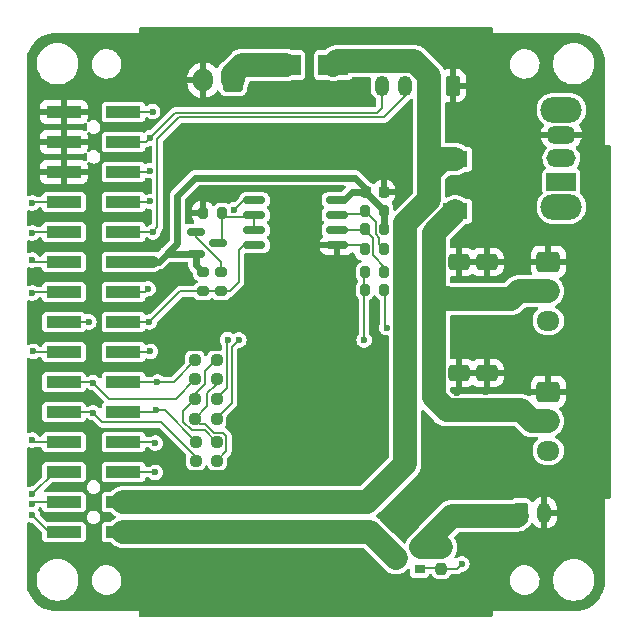
<source format=gbr>
%TF.GenerationSoftware,KiCad,Pcbnew,7.0.7-7.0.7~ubuntu23.04.1*%
%TF.CreationDate,2023-09-19T04:43:30+00:00*%
%TF.ProjectId,m5-pantilt,6d352d70-616e-4746-996c-742e6b696361,1*%
%TF.SameCoordinates,Original*%
%TF.FileFunction,Copper,L1,Top*%
%TF.FilePolarity,Positive*%
%FSLAX46Y46*%
G04 Gerber Fmt 4.6, Leading zero omitted, Abs format (unit mm)*
G04 Created by KiCad (PCBNEW 7.0.7-7.0.7~ubuntu23.04.1) date 2023-09-19 04:43:30*
%MOMM*%
%LPD*%
G01*
G04 APERTURE LIST*
G04 Aperture macros list*
%AMRoundRect*
0 Rectangle with rounded corners*
0 $1 Rounding radius*
0 $2 $3 $4 $5 $6 $7 $8 $9 X,Y pos of 4 corners*
0 Add a 4 corners polygon primitive as box body*
4,1,4,$2,$3,$4,$5,$6,$7,$8,$9,$2,$3,0*
0 Add four circle primitives for the rounded corners*
1,1,$1+$1,$2,$3*
1,1,$1+$1,$4,$5*
1,1,$1+$1,$6,$7*
1,1,$1+$1,$8,$9*
0 Add four rect primitives between the rounded corners*
20,1,$1+$1,$2,$3,$4,$5,0*
20,1,$1+$1,$4,$5,$6,$7,0*
20,1,$1+$1,$6,$7,$8,$9,0*
20,1,$1+$1,$8,$9,$2,$3,0*%
G04 Aperture macros list end*
%TA.AperFunction,ComponentPad*%
%ADD10RoundRect,0.250000X0.350000X0.625000X-0.350000X0.625000X-0.350000X-0.625000X0.350000X-0.625000X0*%
%TD*%
%TA.AperFunction,ComponentPad*%
%ADD11O,1.200000X1.750000*%
%TD*%
%TA.AperFunction,ComponentPad*%
%ADD12RoundRect,0.250000X-0.350000X-0.625000X0.350000X-0.625000X0.350000X0.625000X-0.350000X0.625000X0*%
%TD*%
%TA.AperFunction,SMDPad,CuDef*%
%ADD13RoundRect,0.237500X0.250000X0.237500X-0.250000X0.237500X-0.250000X-0.237500X0.250000X-0.237500X0*%
%TD*%
%TA.AperFunction,ComponentPad*%
%ADD14RoundRect,0.250000X0.600000X0.750000X-0.600000X0.750000X-0.600000X-0.750000X0.600000X-0.750000X0*%
%TD*%
%TA.AperFunction,ComponentPad*%
%ADD15O,1.700000X2.000000*%
%TD*%
%TA.AperFunction,SMDPad,CuDef*%
%ADD16RoundRect,0.250000X0.650000X-0.412500X0.650000X0.412500X-0.650000X0.412500X-0.650000X-0.412500X0*%
%TD*%
%TA.AperFunction,SMDPad,CuDef*%
%ADD17RoundRect,0.250000X-0.650000X0.412500X-0.650000X-0.412500X0.650000X-0.412500X0.650000X0.412500X0*%
%TD*%
%TA.AperFunction,ComponentPad*%
%ADD18O,3.500000X2.200000*%
%TD*%
%TA.AperFunction,ComponentPad*%
%ADD19R,2.500000X1.500000*%
%TD*%
%TA.AperFunction,ComponentPad*%
%ADD20O,2.500000X1.500000*%
%TD*%
%TA.AperFunction,SMDPad,CuDef*%
%ADD21R,0.900000X0.800000*%
%TD*%
%TA.AperFunction,SMDPad,CuDef*%
%ADD22RoundRect,0.237500X0.237500X-0.250000X0.237500X0.250000X-0.237500X0.250000X-0.237500X-0.250000X0*%
%TD*%
%TA.AperFunction,SMDPad,CuDef*%
%ADD23RoundRect,0.200000X-0.200000X-0.275000X0.200000X-0.275000X0.200000X0.275000X-0.200000X0.275000X0*%
%TD*%
%TA.AperFunction,SMDPad,CuDef*%
%ADD24RoundRect,0.200000X0.200000X0.275000X-0.200000X0.275000X-0.200000X-0.275000X0.200000X-0.275000X0*%
%TD*%
%TA.AperFunction,ComponentPad*%
%ADD25RoundRect,0.250000X-0.725000X0.600000X-0.725000X-0.600000X0.725000X-0.600000X0.725000X0.600000X0*%
%TD*%
%TA.AperFunction,ComponentPad*%
%ADD26O,1.950000X1.700000*%
%TD*%
%TA.AperFunction,SMDPad,CuDef*%
%ADD27RoundRect,0.225000X-0.225000X-0.250000X0.225000X-0.250000X0.225000X0.250000X-0.225000X0.250000X0*%
%TD*%
%TA.AperFunction,SMDPad,CuDef*%
%ADD28R,3.000000X1.000000*%
%TD*%
%TA.AperFunction,SMDPad,CuDef*%
%ADD29R,2.500000X1.800000*%
%TD*%
%TA.AperFunction,SMDPad,CuDef*%
%ADD30RoundRect,0.150000X-0.587500X-0.150000X0.587500X-0.150000X0.587500X0.150000X-0.587500X0.150000X0*%
%TD*%
%TA.AperFunction,SMDPad,CuDef*%
%ADD31RoundRect,0.150000X-0.800000X-0.150000X0.800000X-0.150000X0.800000X0.150000X-0.800000X0.150000X0*%
%TD*%
%TA.AperFunction,SMDPad,CuDef*%
%ADD32RoundRect,0.200000X0.275000X-0.200000X0.275000X0.200000X-0.275000X0.200000X-0.275000X-0.200000X0*%
%TD*%
%TA.AperFunction,SMDPad,CuDef*%
%ADD33RoundRect,0.200000X-0.275000X0.200000X-0.275000X-0.200000X0.275000X-0.200000X0.275000X0.200000X0*%
%TD*%
%TA.AperFunction,SMDPad,CuDef*%
%ADD34R,2.100000X1.400000*%
%TD*%
%TA.AperFunction,ViaPad*%
%ADD35C,0.600000*%
%TD*%
%TA.AperFunction,Conductor*%
%ADD36C,0.200000*%
%TD*%
%TA.AperFunction,Conductor*%
%ADD37C,2.000000*%
%TD*%
%TA.AperFunction,Conductor*%
%ADD38C,0.600000*%
%TD*%
%TA.AperFunction,Conductor*%
%ADD39C,1.000000*%
%TD*%
%TA.AperFunction,Conductor*%
%ADD40C,0.152400*%
%TD*%
%TA.AperFunction,Conductor*%
%ADD41C,1.600000*%
%TD*%
%TA.AperFunction,Conductor*%
%ADD42C,0.400000*%
%TD*%
G04 APERTURE END LIST*
D10*
%TO.P,J6,1,Pin_1*%
%TO.N,GND*%
X136600000Y-55000000D03*
D11*
%TO.P,J6,2,Pin_2*%
%TO.N,+5V*%
X134600000Y-55000000D03*
%TO.P,J6,3,Pin_3*%
%TO.N,/PORTB1*%
X132600000Y-55000000D03*
%TO.P,J6,4,Pin_4*%
%TO.N,/PORTB2*%
X130600000Y-55000000D03*
%TD*%
D12*
%TO.P,J5,1,Pin_1*%
%TO.N,Net-(J5-Pin_1)*%
X142350000Y-91150000D03*
D11*
%TO.P,J5,2,Pin_2*%
%TO.N,GND*%
X144350000Y-91150000D03*
%TD*%
D13*
%TO.P,R3,1*%
%TO.N,Net-(J3-Pin_3)*%
X116612500Y-81500000D03*
%TO.P,R3,2*%
%TO.N,/PWM1*%
X114787500Y-81500000D03*
%TD*%
%TO.P,R4,1*%
%TO.N,Net-(J8-Pin_3)*%
X116612500Y-83200000D03*
%TO.P,R4,2*%
%TO.N,/PWM2*%
X114787500Y-83200000D03*
%TD*%
D14*
%TO.P,J7,1,Pin_1*%
%TO.N,Net-(D1-A)*%
X118000000Y-54525000D03*
D15*
%TO.P,J7,2,Pin_2*%
%TO.N,GND*%
X115500000Y-54525000D03*
%TD*%
D16*
%TO.P,C3,1*%
%TO.N,Net-(D2-K)*%
X139500000Y-73062500D03*
%TO.P,C3,2*%
%TO.N,GND*%
X139500000Y-69937500D03*
%TD*%
D17*
%TO.P,C4,1*%
%TO.N,GND*%
X137114000Y-69937500D03*
%TO.P,C4,2*%
%TO.N,Net-(D2-K)*%
X137114000Y-73062500D03*
%TD*%
%TO.P,C1,1*%
%TO.N,GND*%
X137100000Y-79337500D03*
%TO.P,C1,2*%
%TO.N,Net-(D2-K)*%
X137100000Y-82462500D03*
%TD*%
D18*
%TO.P,SW1,*%
%TO.N,*%
X145800000Y-65250000D03*
X145800000Y-57050000D03*
D19*
%TO.P,SW1,1,A*%
%TO.N,unconnected-(SW1-A-Pad1)*%
X145800000Y-63150000D03*
D20*
%TO.P,SW1,2,B*%
%TO.N,Net-(Q1-G)*%
X145800000Y-61150000D03*
%TO.P,SW1,3,C*%
%TO.N,GND*%
X145800000Y-59150000D03*
%TD*%
D21*
%TO.P,Q1,1,G*%
%TO.N,Net-(Q1-G)*%
X133800000Y-95950000D03*
%TO.P,Q1,2,S*%
%TO.N,Net-(J5-Pin_1)*%
X133800000Y-94050000D03*
%TO.P,Q1,3,D*%
%TO.N,/BAT*%
X131800000Y-95000000D03*
%TD*%
D22*
%TO.P,R5,1*%
%TO.N,Net-(Q1-G)*%
X135636200Y-95908700D03*
%TO.P,R5,2*%
%TO.N,Net-(J5-Pin_1)*%
X135636200Y-94083700D03*
%TD*%
D13*
%TO.P,R9,1*%
%TO.N,/PWM1*%
X116612500Y-78250000D03*
%TO.P,R9,2*%
%TO.N,/PWM1_C1*%
X114787500Y-78250000D03*
%TD*%
%TO.P,R10,1*%
%TO.N,/PWM1*%
X116662500Y-85150000D03*
%TO.P,R10,2*%
%TO.N,/PWM1_C2*%
X114837500Y-85150000D03*
%TD*%
%TO.P,R11,1*%
%TO.N,/PWM2*%
X116612500Y-79850000D03*
%TO.P,R11,2*%
%TO.N,/PWM2_C1*%
X114787500Y-79850000D03*
%TD*%
%TO.P,R12,1*%
%TO.N,/PWM2*%
X116662500Y-86750000D03*
%TO.P,R12,2*%
%TO.N,/PWM2_C2*%
X114837500Y-86750000D03*
%TD*%
D23*
%TO.P,R13,1*%
%TO.N,Net-(J8-Pin_3)*%
X129175000Y-72300000D03*
%TO.P,R13,2*%
%TO.N,Net-(J3-Pin_3)*%
X130825000Y-72300000D03*
%TD*%
D24*
%TO.P,R14,1*%
%TO.N,/TTL*%
X130825000Y-70800000D03*
%TO.P,R14,2*%
%TO.N,Net-(J8-Pin_3)*%
X129175000Y-70800000D03*
%TD*%
D17*
%TO.P,C2,1*%
%TO.N,GND*%
X139500000Y-79337500D03*
%TO.P,C2,2*%
%TO.N,Net-(D2-K)*%
X139500000Y-82462500D03*
%TD*%
D25*
%TO.P,J3,1,Pin_1*%
%TO.N,GND*%
X144700000Y-69900000D03*
D26*
%TO.P,J3,2,Pin_2*%
%TO.N,Net-(D2-K)*%
X144700000Y-72400000D03*
%TO.P,J3,3,Pin_3*%
%TO.N,Net-(J3-Pin_3)*%
X144700000Y-74900000D03*
%TD*%
D24*
%TO.P,R7,1*%
%TO.N,Net-(Q2-C)*%
X117075000Y-65750000D03*
%TO.P,R7,2*%
%TO.N,GND*%
X115425000Y-65750000D03*
%TD*%
D25*
%TO.P,J8,1,Pin_1*%
%TO.N,GND*%
X144700000Y-80900000D03*
D26*
%TO.P,J8,2,Pin_2*%
%TO.N,Net-(D2-K)*%
X144700000Y-83400000D03*
%TO.P,J8,3,Pin_3*%
%TO.N,Net-(J8-Pin_3)*%
X144700000Y-85900000D03*
%TD*%
D24*
%TO.P,R8,1*%
%TO.N,+3V3*%
X130815000Y-65600000D03*
%TO.P,R8,2*%
%TO.N,Net-(U1-B)*%
X129165000Y-65600000D03*
%TD*%
D27*
%TO.P,C5,1*%
%TO.N,+3V3*%
X129225000Y-64000000D03*
%TO.P,C5,2*%
%TO.N,GND*%
X130775000Y-64000000D03*
%TD*%
D28*
%TO.P,J2,1,Pin_1*%
%TO.N,/PIN1*%
X108720000Y-57220000D03*
%TO.P,J2,2,Pin_2*%
%TO.N,GND*%
X103680000Y-57220000D03*
%TO.P,J2,3,Pin_3*%
%TO.N,/PORTB2*%
X108720000Y-59760000D03*
%TO.P,J2,4,Pin_4*%
%TO.N,GND*%
X103680000Y-59760000D03*
%TO.P,J2,5,Pin_5*%
%TO.N,/PIN5*%
X108720000Y-62300000D03*
%TO.P,J2,6,Pin_6*%
%TO.N,GND*%
X103680000Y-62300000D03*
%TO.P,J2,7,Pin_7*%
%TO.N,/PIN7*%
X108720000Y-64840000D03*
%TO.P,J2,8,Pin_8*%
%TO.N,/PIN8*%
X103680000Y-64840000D03*
%TO.P,J2,9,Pin_9*%
%TO.N,/PORTB1*%
X108720000Y-67380000D03*
%TO.P,J2,10,Pin_10*%
%TO.N,/PIN10*%
X103680000Y-67380000D03*
%TO.P,J2,11,Pin_11*%
%TO.N,+3V3*%
X108720000Y-69920000D03*
%TO.P,J2,12,Pin_12*%
%TO.N,/PIN12*%
X103680000Y-69920000D03*
%TO.P,J2,13,Pin_13*%
%TO.N,/PIN13*%
X108720000Y-72460000D03*
%TO.P,J2,14,Pin_14*%
%TO.N,/PIN14*%
X103680000Y-72460000D03*
%TO.P,J2,15,Pin_15*%
%TO.N,/TXD2*%
X108720000Y-75000000D03*
%TO.P,J2,16,Pin_16*%
%TO.N,/RXD2*%
X103680000Y-75000000D03*
%TO.P,J2,17,Pin_17*%
%TO.N,/PIN17*%
X108720000Y-77540000D03*
%TO.P,J2,18,Pin_18*%
%TO.N,/PIN18*%
X103680000Y-77540000D03*
%TO.P,J2,19,Pin_19*%
%TO.N,/PWM1_C1*%
X108720000Y-80080000D03*
%TO.P,J2,20,Pin_20*%
%TO.N,/PWM2_C1*%
X103680000Y-80080000D03*
%TO.P,J2,21,Pin_21*%
%TO.N,/PWM1_C2*%
X108720000Y-82620000D03*
%TO.P,J2,22,Pin_22*%
%TO.N,/PWM2_C2*%
X103680000Y-82620000D03*
%TO.P,J2,23,Pin_23*%
%TO.N,/PIN23*%
X108720000Y-85160000D03*
%TO.P,J2,24,Pin_24*%
%TO.N,/PIN24*%
X103680000Y-85160000D03*
%TO.P,J2,25,Pin_25*%
%TO.N,/PIN25*%
X108720000Y-87700000D03*
%TO.P,J2,26,Pin_26*%
%TO.N,/PIN26*%
X103680000Y-87700000D03*
%TO.P,J2,27,Pin_27*%
%TO.N,+5V*%
X108720000Y-90240000D03*
%TO.P,J2,28,Pin_28*%
%TO.N,/PIN28*%
X103680000Y-90240000D03*
%TO.P,J2,29,Pin_29*%
%TO.N,/BAT*%
X108720000Y-92780000D03*
%TO.P,J2,30,Pin_30*%
%TO.N,/PIN30*%
X103680000Y-92780000D03*
%TD*%
D29*
%TO.P,D1,1,K*%
%TO.N,+5V*%
X126500000Y-53250000D03*
%TO.P,D1,2,A*%
%TO.N,Net-(D1-A)*%
X122500000Y-53250000D03*
%TD*%
D30*
%TO.P,Q2,1,B*%
%TO.N,Net-(Q2-B)*%
X114862500Y-67350000D03*
%TO.P,Q2,2,E*%
%TO.N,+3V3*%
X114862500Y-69250000D03*
%TO.P,Q2,3,C*%
%TO.N,Net-(Q2-C)*%
X116737500Y-68300000D03*
%TD*%
D24*
%TO.P,R15,1*%
%TO.N,Net-(U1-B)*%
X130825000Y-68800000D03*
%TO.P,R15,2*%
%TO.N,GND*%
X129175000Y-68800000D03*
%TD*%
D31*
%TO.P,U1,1,RO*%
%TO.N,/RXD2*%
X119800000Y-64695000D03*
%TO.P,U1,2,~{RE}*%
%TO.N,Net-(Q2-C)*%
X119800000Y-65965000D03*
%TO.P,U1,3,DE*%
X119800000Y-67235000D03*
%TO.P,U1,4,DI*%
%TO.N,/TXD2*%
X119800000Y-68505000D03*
%TO.P,U1,5,GND*%
%TO.N,GND*%
X126800000Y-68505000D03*
%TO.P,U1,6,A*%
%TO.N,/TTL*%
X126800000Y-67235000D03*
%TO.P,U1,7,B*%
%TO.N,Net-(U1-B)*%
X126800000Y-65965000D03*
%TO.P,U1,8,VCC*%
%TO.N,+3V3*%
X126800000Y-64695000D03*
%TD*%
D32*
%TO.P,R2,1*%
%TO.N,/TXD2*%
X117000000Y-72425000D03*
%TO.P,R2,2*%
%TO.N,Net-(Q2-B)*%
X117000000Y-70775000D03*
%TD*%
D24*
%TO.P,R6,1*%
%TO.N,+3V3*%
X130825000Y-67140000D03*
%TO.P,R6,2*%
%TO.N,/TTL*%
X129175000Y-67140000D03*
%TD*%
D33*
%TO.P,R1,1*%
%TO.N,+3V3*%
X115450000Y-70775000D03*
%TO.P,R1,2*%
%TO.N,/TXD2*%
X115450000Y-72425000D03*
%TD*%
D34*
%TO.P,D2,1,K*%
%TO.N,Net-(D2-K)*%
X136830000Y-65624000D03*
%TO.P,D2,2,A*%
%TO.N,+5V*%
X136830000Y-61224000D03*
%TD*%
D35*
%TO.N,GND*%
X108000000Y-51500000D03*
X101500000Y-95000000D03*
X138600000Y-76200000D03*
X142000000Y-51500000D03*
X148500000Y-94500000D03*
X112600000Y-62650000D03*
X127900000Y-69700000D03*
X141400000Y-84200000D03*
X143700000Y-63400000D03*
X116250000Y-76800000D03*
X140500000Y-51000000D03*
X113900000Y-73400000D03*
X149000000Y-63000000D03*
X101000000Y-81450000D03*
X109000000Y-94600000D03*
X130950000Y-62400000D03*
X106200000Y-93300000D03*
X101000000Y-76000000D03*
X126000000Y-94850000D03*
X137000000Y-81000000D03*
X116000000Y-99000000D03*
X117800000Y-63700000D03*
X101000000Y-86538000D03*
X149000000Y-74000000D03*
X123000000Y-61550000D03*
X130980000Y-96530000D03*
X139400000Y-80963000D03*
X128000000Y-74750000D03*
X108000000Y-98500000D03*
X149000000Y-68000000D03*
X129000000Y-51000000D03*
X131800000Y-92000000D03*
X101000000Y-71000000D03*
X138200000Y-71400000D03*
X132400000Y-57650000D03*
X126000000Y-99000000D03*
X146400000Y-87100000D03*
X137000000Y-75000000D03*
X101000000Y-61000000D03*
X131000000Y-99000000D03*
X113550000Y-70550000D03*
X124000000Y-51000000D03*
X149000000Y-79000000D03*
X101500000Y-55000000D03*
X121000000Y-94850000D03*
X130350000Y-78000000D03*
X148500000Y-55500000D03*
X136600000Y-59300000D03*
X149000000Y-89000000D03*
X136800000Y-77600000D03*
X126600000Y-88000000D03*
X119000000Y-51000000D03*
X134000000Y-51000000D03*
X111000000Y-99000000D03*
X107600000Y-88976400D03*
X136000000Y-99000000D03*
X116000000Y-94850000D03*
X121000000Y-99000000D03*
X134600000Y-83900000D03*
X119400000Y-88200000D03*
X141000000Y-77800000D03*
X119400000Y-69600000D03*
X129100000Y-54900000D03*
X130200000Y-84600000D03*
X137795200Y-93065800D03*
X119200000Y-77700000D03*
X142000000Y-98500000D03*
X123050000Y-58650000D03*
X106200000Y-76100000D03*
X111000000Y-94830000D03*
X126800000Y-63700000D03*
X106150000Y-81400000D03*
X107700000Y-91500000D03*
X134600000Y-87600000D03*
X101000000Y-66000000D03*
X106250000Y-87550000D03*
X149000000Y-84000000D03*
X113900000Y-58600000D03*
X114000000Y-51000000D03*
%TO.N,+5V*%
X111300000Y-90600000D03*
X111300000Y-89800000D03*
%TO.N,/PORTB2*%
X111000000Y-59400000D03*
%TO.N,/PIN30*%
X101016000Y-91364000D03*
%TO.N,/BAT*%
X110700000Y-92300000D03*
X110700000Y-93300000D03*
%TO.N,/PIN28*%
X101016000Y-90385503D03*
%TO.N,/PORTB1*%
X111220000Y-67380000D03*
%TO.N,/PIN26*%
X101016000Y-89586000D03*
%TO.N,+3V3*%
X111200000Y-69900000D03*
%TO.N,/PIN25*%
X111410000Y-87740000D03*
%TO.N,/PIN24*%
X101016000Y-85014000D03*
%TO.N,/PIN23*%
X111430000Y-85268000D03*
%TO.N,/TXD2*%
X110930000Y-75010000D03*
%TO.N,/RXD2*%
X118100480Y-65499520D03*
X105800000Y-75000000D03*
%TO.N,/PIN18*%
X101100000Y-77500000D03*
%TO.N,/PIN17*%
X111000000Y-77500000D03*
%TO.N,/PIN14*%
X101016000Y-72568000D03*
%TO.N,/PIN13*%
X110809600Y-72201600D03*
%TO.N,/PIN12*%
X101016000Y-69774000D03*
%TO.N,/PIN10*%
X101016000Y-67488000D03*
%TO.N,/PIN8*%
X101016000Y-64948000D03*
%TO.N,/PIN7*%
X111000000Y-64800000D03*
%TO.N,Net-(J3-Pin_3)*%
X131000000Y-75500000D03*
X117550000Y-76500000D03*
%TO.N,/PWM2_C2*%
X106150000Y-82700000D03*
%TO.N,/PWM1_C2*%
X111500000Y-82500000D03*
%TO.N,/PWM2_C1*%
X106150000Y-80150000D03*
%TO.N,/PWM1_C1*%
X111600000Y-80100000D03*
%TO.N,Net-(J8-Pin_3)*%
X118500000Y-76534015D03*
X129100000Y-76534015D03*
%TO.N,/PIN5*%
X111000000Y-62200000D03*
%TO.N,/PIN1*%
X111200000Y-57200000D03*
%TO.N,Net-(Q1-G)*%
X137380000Y-95490000D03*
%TD*%
D36*
%TO.N,GND*%
X126800000Y-68505000D02*
X128880000Y-68505000D01*
X128880000Y-68505000D02*
X129175000Y-68800000D01*
D37*
%TO.N,+5V*%
X126500000Y-53250000D02*
X126825000Y-52925000D01*
X134600000Y-63400000D02*
X134600000Y-55000000D01*
X108720000Y-90240000D02*
X129360000Y-90240000D01*
X126825000Y-52925000D02*
X133345584Y-52925000D01*
X132600000Y-87000000D02*
X132600000Y-66650000D01*
X136830000Y-61224000D02*
X135776000Y-61224000D01*
X134600000Y-64650000D02*
X134600000Y-63400000D01*
X134600000Y-62400000D02*
X134600000Y-63400000D01*
X129360000Y-90240000D02*
X132600000Y-87000000D01*
X132600000Y-66650000D02*
X134600000Y-64650000D01*
X133345584Y-52925000D02*
X134600000Y-54179416D01*
X134600000Y-54179416D02*
X134600000Y-55000000D01*
X135776000Y-61224000D02*
X134600000Y-62400000D01*
%TO.N,Net-(D1-A)*%
X118000000Y-54525000D02*
X118000000Y-54000000D01*
X118750000Y-53250000D02*
X122500000Y-53250000D01*
X118000000Y-54000000D02*
X118750000Y-53250000D01*
D36*
%TO.N,/PORTB2*%
X111000000Y-59400000D02*
X110640000Y-59760000D01*
X110640000Y-59760000D02*
X108720000Y-59760000D01*
X130209520Y-57290480D02*
X130600000Y-56900000D01*
X130600000Y-56900000D02*
X130600000Y-55000000D01*
X111000000Y-59400000D02*
X113109520Y-57290480D01*
X113109520Y-57290480D02*
X130209520Y-57290480D01*
%TO.N,/PIN30*%
X101016000Y-91364000D02*
X102432000Y-92780000D01*
X102432000Y-92780000D02*
X103680000Y-92780000D01*
D37*
%TO.N,/BAT*%
X108720000Y-92780000D02*
X129580000Y-92780000D01*
X129580000Y-92780000D02*
X131800000Y-95000000D01*
D36*
%TO.N,/PIN28*%
X101161503Y-90240000D02*
X103680000Y-90240000D01*
X101016000Y-90385503D02*
X101161503Y-90240000D01*
%TO.N,/PORTB1*%
X132600000Y-55900000D02*
X132600000Y-55000000D01*
X111220000Y-67380000D02*
X108720000Y-67380000D01*
X111600000Y-59500000D02*
X113410000Y-57690000D01*
X111220000Y-67380000D02*
X111600000Y-67000000D01*
X111600000Y-67000000D02*
X111600000Y-59500000D01*
X113410000Y-57690000D02*
X130810000Y-57690000D01*
X130810000Y-57690000D02*
X132600000Y-55900000D01*
%TO.N,/PIN26*%
X101016000Y-89586000D02*
X102902000Y-87700000D01*
X102902000Y-87700000D02*
X103680000Y-87700000D01*
D38*
%TO.N,+3V3*%
X129225000Y-64000000D02*
X129225000Y-64010000D01*
X129225000Y-64010000D02*
X130815000Y-65600000D01*
X128295000Y-62795000D02*
X129225000Y-63725000D01*
X130815000Y-67130000D02*
X130825000Y-67140000D01*
X113300000Y-68352150D02*
X113300000Y-64310730D01*
X111752150Y-69900000D02*
X112376075Y-69276075D01*
X129225000Y-63725000D02*
X129225000Y-64000000D01*
X114815730Y-62795000D02*
X115705000Y-62795000D01*
X127405000Y-64695000D02*
X128100000Y-64000000D01*
X114836425Y-69276075D02*
X114862500Y-69250000D01*
X114862500Y-69250000D02*
X114862500Y-70187500D01*
X114862500Y-70187500D02*
X115450000Y-70775000D01*
X130815000Y-65600000D02*
X130815000Y-67130000D01*
X128100000Y-64000000D02*
X129225000Y-64000000D01*
X115705000Y-62795000D02*
X128295000Y-62795000D01*
X111200000Y-69900000D02*
X111752150Y-69900000D01*
X112376075Y-69276075D02*
X114836425Y-69276075D01*
X126800000Y-64695000D02*
X127405000Y-64695000D01*
X113300000Y-64310730D02*
X114815730Y-62795000D01*
D39*
X108720000Y-69920000D02*
X111180000Y-69920000D01*
X111180000Y-69920000D02*
X111200000Y-69900000D01*
D38*
X112376075Y-69276075D02*
X113300000Y-68352150D01*
D36*
%TO.N,/PIN25*%
X111370000Y-87700000D02*
X111410000Y-87740000D01*
X108720000Y-87700000D02*
X111370000Y-87700000D01*
%TO.N,/PIN24*%
X101162000Y-85160000D02*
X101016000Y-85014000D01*
X103680000Y-85160000D02*
X101162000Y-85160000D01*
%TO.N,/PIN23*%
X108720000Y-85160000D02*
X111322000Y-85160000D01*
X111322000Y-85160000D02*
X111430000Y-85268000D01*
%TO.N,/TXD2*%
X118500000Y-68900000D02*
X118895000Y-68505000D01*
X118500000Y-71650000D02*
X118500000Y-68900000D01*
X110930000Y-75010000D02*
X113515000Y-72425000D01*
X117000000Y-72425000D02*
X117725000Y-72425000D01*
X110930000Y-75010000D02*
X110920000Y-75000000D01*
X115450000Y-72425000D02*
X117000000Y-72425000D01*
X110920000Y-75000000D02*
X108720000Y-75000000D01*
X117725000Y-72425000D02*
X118500000Y-71650000D01*
X118895000Y-68505000D02*
X119800000Y-68505000D01*
X113515000Y-72425000D02*
X115450000Y-72425000D01*
%TO.N,/RXD2*%
X118905000Y-64695000D02*
X118100480Y-65499520D01*
X105800000Y-75000000D02*
X103680000Y-75000000D01*
X119800000Y-64695000D02*
X118905000Y-64695000D01*
D40*
%TO.N,/PIN18*%
X101140000Y-77540000D02*
X103680000Y-77540000D01*
X101100000Y-77500000D02*
X101140000Y-77540000D01*
%TO.N,/PIN17*%
X110960000Y-77540000D02*
X111000000Y-77500000D01*
X108720000Y-77540000D02*
X110960000Y-77540000D01*
%TO.N,/PIN14*%
X103680000Y-72460000D02*
X101124000Y-72460000D01*
X101124000Y-72460000D02*
X101016000Y-72568000D01*
D36*
%TO.N,/PIN13*%
X108720000Y-72460000D02*
X110551200Y-72460000D01*
X110551200Y-72460000D02*
X110809600Y-72201600D01*
%TO.N,/PIN12*%
X103680000Y-69920000D02*
X101162000Y-69920000D01*
X101162000Y-69920000D02*
X101016000Y-69774000D01*
%TO.N,/PIN10*%
X103680000Y-67380000D02*
X101124000Y-67380000D01*
X101124000Y-67380000D02*
X101016000Y-67488000D01*
%TO.N,/PIN8*%
X103680000Y-64840000D02*
X101124000Y-64840000D01*
X101124000Y-64840000D02*
X101016000Y-64948000D01*
D40*
%TO.N,/PIN7*%
X110960000Y-64840000D02*
X111000000Y-64800000D01*
X108720000Y-64840000D02*
X110960000Y-64840000D01*
D36*
%TO.N,Net-(J3-Pin_3)*%
X117550000Y-76500000D02*
X117499520Y-76550480D01*
X117499520Y-76550480D02*
X117499520Y-80575480D01*
X117499520Y-80575480D02*
X116575000Y-81500000D01*
X130912500Y-75412500D02*
X130912500Y-72300000D01*
X131000000Y-75500000D02*
X130912500Y-75412500D01*
D37*
%TO.N,Net-(J5-Pin_1)*%
X136585548Y-91400000D02*
X142050000Y-91400000D01*
D36*
X135633574Y-92351974D02*
X135636200Y-92354600D01*
D41*
X142050000Y-91400000D02*
X142100000Y-91350000D01*
D42*
X133800000Y-94050000D02*
X133950000Y-94050000D01*
D37*
X133950000Y-94050000D02*
X135602500Y-94050000D01*
X135633574Y-92366426D02*
X133950000Y-94050000D01*
X135602500Y-94050000D02*
X135636200Y-94083700D01*
X135633574Y-92351974D02*
X135633574Y-92366426D01*
X135633574Y-92351974D02*
X136585548Y-91400000D01*
D36*
X135636200Y-92354600D02*
X135636200Y-94121200D01*
%TO.N,/PWM1*%
X115611342Y-84170000D02*
X114510540Y-84170000D01*
X115325082Y-80600720D02*
X115625720Y-80300082D01*
X114825000Y-81100720D02*
X115325000Y-80600720D01*
X115625720Y-79199280D02*
X116575000Y-78250000D01*
X113800000Y-82525000D02*
X114825000Y-81500000D01*
X113800000Y-83459460D02*
X113800000Y-82525000D01*
X115625720Y-80300082D02*
X115625720Y-79199280D01*
X116591342Y-85150000D02*
X115611342Y-84170000D01*
X114510540Y-84170000D02*
X113800000Y-83459460D01*
X114825000Y-81500000D02*
X114825000Y-81100720D01*
X115325000Y-80600720D02*
X115325082Y-80600720D01*
X116625000Y-85150000D02*
X116591342Y-85150000D01*
%TO.N,/PWM2*%
X117449520Y-84690060D02*
X117449520Y-85609940D01*
X114787500Y-83200000D02*
X115230672Y-83643172D01*
X117134940Y-84375480D02*
X117449520Y-84690060D01*
X117449520Y-85609940D02*
X117425720Y-85633740D01*
X116540540Y-80325000D02*
X116575000Y-80325000D01*
X115825480Y-82162020D02*
X115825480Y-81040060D01*
X116381828Y-84375480D02*
X117134940Y-84375480D01*
X114787500Y-83200000D02*
X115825480Y-82162020D01*
X115649520Y-83643172D02*
X116381828Y-84375480D01*
X117425720Y-85949280D02*
X116625000Y-86750000D01*
X117425720Y-85633740D02*
X117425720Y-85949280D01*
X115230672Y-83643172D02*
X115649520Y-83643172D01*
X115825480Y-81040060D02*
X116540540Y-80325000D01*
%TO.N,/PWM2_C2*%
X106950000Y-83500000D02*
X106150000Y-82700000D01*
X106070000Y-82620000D02*
X103680000Y-82620000D01*
X114875000Y-86750000D02*
X114875000Y-86475000D01*
X114875000Y-86475000D02*
X111900000Y-83500000D01*
X106150000Y-82700000D02*
X106070000Y-82620000D01*
X111900000Y-83500000D02*
X106950000Y-83500000D01*
%TO.N,/PWM1_C2*%
X111500000Y-82500000D02*
X112225000Y-82500000D01*
D40*
X111380000Y-82620000D02*
X108720000Y-82620000D01*
D36*
X112225000Y-82500000D02*
X114875000Y-85150000D01*
D40*
X111500000Y-82500000D02*
X111380000Y-82620000D01*
D36*
%TO.N,/PWM2_C1*%
X107500000Y-81500000D02*
X113175000Y-81500000D01*
X106080000Y-80080000D02*
X103680000Y-80080000D01*
X113175000Y-81500000D02*
X114825000Y-79850000D01*
X106150000Y-80150000D02*
X106080000Y-80080000D01*
X106150000Y-80150000D02*
X107500000Y-81500000D01*
%TO.N,/PWM1_C1*%
X112975000Y-80100000D02*
X114825000Y-78250000D01*
X111580000Y-80080000D02*
X108720000Y-80080000D01*
X111600000Y-80100000D02*
X112975000Y-80100000D01*
X111600000Y-80100000D02*
X111580000Y-80080000D01*
%TO.N,Net-(J8-Pin_3)*%
X129100000Y-73984015D02*
X129087500Y-73971515D01*
X118500000Y-76534015D02*
X117899040Y-77134975D01*
X129087500Y-73971515D02*
X129087500Y-70800000D01*
X129100000Y-76534015D02*
X129100000Y-73984015D01*
X117899040Y-77134975D02*
X117899040Y-81875960D01*
X117899040Y-81875960D02*
X116575000Y-83200000D01*
D40*
%TO.N,/PIN5*%
X111000000Y-62200000D02*
X110900000Y-62300000D01*
X110900000Y-62300000D02*
X108720000Y-62300000D01*
D36*
%TO.N,/PIN1*%
X111180000Y-57220000D02*
X111200000Y-57200000D01*
X108720000Y-57220000D02*
X111180000Y-57220000D01*
%TO.N,Net-(Q1-G)*%
X135636200Y-95871200D02*
X133878800Y-95871200D01*
X136961300Y-95908700D02*
X137380000Y-95490000D01*
X135636200Y-95908700D02*
X136961300Y-95908700D01*
X133878800Y-95871200D02*
X133800000Y-95950000D01*
%TO.N,Net-(Q2-B)*%
X117000000Y-69935717D02*
X117000000Y-70775000D01*
X114862500Y-67350000D02*
X114862500Y-67798217D01*
X114862500Y-67798217D02*
X117000000Y-69935717D01*
%TO.N,/TTL*%
X129175000Y-67236433D02*
X129175000Y-67140000D01*
X126800000Y-67235000D02*
X129080000Y-67235000D01*
X129080000Y-67235000D02*
X129175000Y-67140000D01*
X129874520Y-67935953D02*
X129175000Y-67236433D01*
X130912500Y-70400000D02*
X129874520Y-69362020D01*
X129874520Y-69362020D02*
X129874520Y-67935953D01*
%TO.N,Net-(Q2-C)*%
X119800000Y-67235000D02*
X119800000Y-65965000D01*
X117424031Y-66099031D02*
X119665969Y-66099031D01*
X117075000Y-65750000D02*
X117075000Y-67962500D01*
X117075000Y-67962500D02*
X116737500Y-68300000D01*
X119665969Y-66099031D02*
X119800000Y-65965000D01*
X117075000Y-65750000D02*
X117424031Y-66099031D01*
%TO.N,Net-(U1-B)*%
X126800000Y-65965000D02*
X126865000Y-65900000D01*
X128865000Y-65900000D02*
X129165000Y-65600000D01*
X130400000Y-68375000D02*
X130825000Y-68800000D01*
X126865000Y-65900000D02*
X128865000Y-65900000D01*
X130400000Y-67896427D02*
X130400000Y-68375000D01*
X130100000Y-67596427D02*
X130400000Y-67896427D01*
X129165000Y-65600000D02*
X130100000Y-66535000D01*
X130100000Y-66535000D02*
X130100000Y-67596427D01*
D37*
%TO.N,Net-(D2-K)*%
X139462500Y-82500000D02*
X139500000Y-82462500D01*
X136830000Y-65624000D02*
X135000000Y-67454000D01*
X136200000Y-73000000D02*
X136262500Y-73062500D01*
X136100000Y-82500000D02*
X139462500Y-82500000D01*
X140400000Y-82462500D02*
X142362500Y-82462500D01*
X136262500Y-73062500D02*
X141537500Y-73062500D01*
X142362500Y-82462500D02*
X143300000Y-83400000D01*
X143300000Y-83400000D02*
X144700000Y-83400000D01*
X135000000Y-81400000D02*
X136100000Y-82500000D01*
X141537500Y-73062500D02*
X142200000Y-72400000D01*
X138000000Y-82462500D02*
X140400000Y-82462500D01*
X142200000Y-72400000D02*
X144700000Y-72400000D01*
X135000000Y-67454000D02*
X135000000Y-81400000D01*
%TD*%
%TA.AperFunction,Conductor*%
%TO.N,GND*%
G36*
X139916621Y-50045502D02*
G01*
X139963114Y-50099158D01*
X139974500Y-50151500D01*
X139974500Y-50469867D01*
X139972398Y-50480435D01*
X139972399Y-50500000D01*
X139974500Y-50505073D01*
X139980482Y-50519517D01*
X140000000Y-50527601D01*
X140019575Y-50527601D01*
X140030137Y-50525500D01*
X146991715Y-50525500D01*
X146998097Y-50525500D01*
X147001900Y-50525614D01*
X147294470Y-50543312D01*
X147302012Y-50544228D01*
X147588449Y-50596719D01*
X147595822Y-50598536D01*
X147873837Y-50685169D01*
X147880941Y-50687864D01*
X148146479Y-50807373D01*
X148153216Y-50810910D01*
X148402411Y-50961552D01*
X148408671Y-50965872D01*
X148637899Y-51145461D01*
X148643589Y-51150502D01*
X148849496Y-51356409D01*
X148854538Y-51362100D01*
X149033036Y-51589936D01*
X149034121Y-51591320D01*
X149038447Y-51597588D01*
X149189089Y-51846783D01*
X149192628Y-51853525D01*
X149226307Y-51928357D01*
X149308637Y-52111286D01*
X149312131Y-52119048D01*
X149314831Y-52126167D01*
X149401461Y-52404172D01*
X149403283Y-52411562D01*
X149421079Y-52508672D01*
X149455770Y-52697980D01*
X149456688Y-52705539D01*
X149472171Y-52961505D01*
X149474385Y-52998097D01*
X149474500Y-53001902D01*
X149474500Y-59969867D01*
X149472398Y-59980435D01*
X149472399Y-60000000D01*
X149474500Y-60005073D01*
X149480482Y-60019517D01*
X149500000Y-60027601D01*
X149519575Y-60027601D01*
X149530137Y-60025500D01*
X149848500Y-60025500D01*
X149916621Y-60045502D01*
X149963114Y-60099158D01*
X149974500Y-60151500D01*
X149974500Y-89848500D01*
X149954498Y-89916621D01*
X149900842Y-89963114D01*
X149848500Y-89974500D01*
X149530136Y-89974500D01*
X149519574Y-89972399D01*
X149499999Y-89972399D01*
X149494927Y-89974500D01*
X149480482Y-89980482D01*
X149472399Y-89999999D01*
X149472399Y-90019575D01*
X149474500Y-90030136D01*
X149474500Y-96998097D01*
X149474385Y-97001902D01*
X149456688Y-97294460D01*
X149455770Y-97302019D01*
X149403284Y-97588433D01*
X149401461Y-97595827D01*
X149314831Y-97873832D01*
X149312131Y-97880951D01*
X149192628Y-98146474D01*
X149189089Y-98153216D01*
X149038447Y-98402411D01*
X149034121Y-98408679D01*
X148854538Y-98637899D01*
X148849489Y-98643598D01*
X148643598Y-98849489D01*
X148637899Y-98854538D01*
X148408679Y-99034121D01*
X148402411Y-99038447D01*
X148153216Y-99189089D01*
X148146474Y-99192628D01*
X147880951Y-99312131D01*
X147873832Y-99314831D01*
X147595827Y-99401461D01*
X147588433Y-99403284D01*
X147302019Y-99455770D01*
X147294460Y-99456688D01*
X147039453Y-99472113D01*
X147001900Y-99474385D01*
X146998097Y-99474500D01*
X140030136Y-99474500D01*
X140019574Y-99472399D01*
X139999999Y-99472399D01*
X139994927Y-99474500D01*
X139980482Y-99480482D01*
X139972399Y-99499999D01*
X139972399Y-99519575D01*
X139974500Y-99530136D01*
X139974500Y-99848500D01*
X139954498Y-99916621D01*
X139900842Y-99963114D01*
X139848500Y-99974500D01*
X110151500Y-99974500D01*
X110083379Y-99954498D01*
X110036886Y-99900842D01*
X110025500Y-99848500D01*
X110025500Y-99530130D01*
X110027601Y-99519576D01*
X110027601Y-99499999D01*
X110019517Y-99480482D01*
X110005073Y-99474500D01*
X110000001Y-99472399D01*
X109980426Y-99472399D01*
X109969864Y-99474500D01*
X103001903Y-99474500D01*
X102998099Y-99474385D01*
X102953724Y-99471700D01*
X102705539Y-99456688D01*
X102697980Y-99455770D01*
X102515862Y-99422396D01*
X102411562Y-99403283D01*
X102404172Y-99401461D01*
X102126167Y-99314831D01*
X102119048Y-99312131D01*
X101853525Y-99192628D01*
X101846783Y-99189089D01*
X101597588Y-99038447D01*
X101591325Y-99034124D01*
X101362100Y-98854538D01*
X101356409Y-98849496D01*
X101150502Y-98643589D01*
X101145461Y-98637899D01*
X101116161Y-98600500D01*
X100965872Y-98408671D01*
X100961552Y-98402411D01*
X100810910Y-98153216D01*
X100807371Y-98146474D01*
X100687864Y-97880941D01*
X100685168Y-97873832D01*
X100598533Y-97595811D01*
X100596719Y-97588449D01*
X100562064Y-97399339D01*
X100560000Y-97376628D01*
X100560000Y-96981182D01*
X101399500Y-96981182D01*
X101405131Y-97018538D01*
X101438604Y-97240619D01*
X101515933Y-97491314D01*
X101515938Y-97491327D01*
X101629773Y-97727706D01*
X101629777Y-97727713D01*
X101777562Y-97944472D01*
X101777567Y-97944479D01*
X101956019Y-98136805D01*
X102161143Y-98300386D01*
X102161146Y-98300388D01*
X102388352Y-98431566D01*
X102388356Y-98431567D01*
X102388357Y-98431568D01*
X102632584Y-98527420D01*
X102888370Y-98585802D01*
X103040409Y-98597195D01*
X103084503Y-98600500D01*
X103084506Y-98600500D01*
X103215497Y-98600500D01*
X103256516Y-98597425D01*
X103411630Y-98585802D01*
X103667416Y-98527420D01*
X103911643Y-98431568D01*
X103911645Y-98431566D01*
X103911647Y-98431566D01*
X104124067Y-98308925D01*
X104138857Y-98300386D01*
X104343981Y-98136805D01*
X104522433Y-97944479D01*
X104670228Y-97727704D01*
X104784063Y-97491323D01*
X104784066Y-97491314D01*
X104861395Y-97240619D01*
X104861792Y-97237986D01*
X104900500Y-96981182D01*
X104900500Y-96906330D01*
X106045710Y-96906330D01*
X106058656Y-97001902D01*
X106075925Y-97129390D01*
X106145484Y-97343467D01*
X106252144Y-97541675D01*
X106252148Y-97541682D01*
X106292425Y-97592187D01*
X106392492Y-97717666D01*
X106562004Y-97865765D01*
X106755236Y-97981215D01*
X106965976Y-98060307D01*
X106965978Y-98060307D01*
X106965980Y-98060308D01*
X107099229Y-98084489D01*
X107187453Y-98100500D01*
X107187454Y-98100500D01*
X107356149Y-98100500D01*
X107356155Y-98100500D01*
X107513759Y-98086315D01*
X107524189Y-98085377D01*
X107524189Y-98085376D01*
X107699507Y-98036991D01*
X107741167Y-98025494D01*
X107741167Y-98025493D01*
X107741170Y-98025493D01*
X107943973Y-97927829D01*
X108126078Y-97795522D01*
X108281632Y-97632825D01*
X108405635Y-97444968D01*
X108494103Y-97237988D01*
X108544191Y-97018537D01*
X108549230Y-96906330D01*
X141445710Y-96906330D01*
X141458656Y-97001902D01*
X141475925Y-97129390D01*
X141545484Y-97343467D01*
X141652144Y-97541675D01*
X141652148Y-97541682D01*
X141692425Y-97592187D01*
X141792492Y-97717666D01*
X141962004Y-97865765D01*
X142155236Y-97981215D01*
X142365976Y-98060307D01*
X142365978Y-98060307D01*
X142365980Y-98060308D01*
X142499229Y-98084489D01*
X142587453Y-98100500D01*
X142587454Y-98100500D01*
X142756149Y-98100500D01*
X142756155Y-98100500D01*
X142913759Y-98086315D01*
X142924189Y-98085377D01*
X142924189Y-98085376D01*
X143099507Y-98036991D01*
X143141167Y-98025494D01*
X143141167Y-98025493D01*
X143141170Y-98025493D01*
X143343973Y-97927829D01*
X143526078Y-97795522D01*
X143681632Y-97632825D01*
X143805635Y-97444968D01*
X143894103Y-97237988D01*
X143944191Y-97018537D01*
X143945869Y-96981182D01*
X145099500Y-96981182D01*
X145105131Y-97018538D01*
X145138604Y-97240619D01*
X145215933Y-97491314D01*
X145215938Y-97491327D01*
X145329773Y-97727706D01*
X145329777Y-97727713D01*
X145477562Y-97944472D01*
X145477567Y-97944479D01*
X145656019Y-98136805D01*
X145861143Y-98300386D01*
X145861146Y-98300388D01*
X146088352Y-98431566D01*
X146088356Y-98431567D01*
X146088357Y-98431568D01*
X146332584Y-98527420D01*
X146588370Y-98585802D01*
X146740408Y-98597195D01*
X146784503Y-98600500D01*
X146784506Y-98600500D01*
X146915497Y-98600500D01*
X146956516Y-98597425D01*
X147111630Y-98585802D01*
X147367416Y-98527420D01*
X147611643Y-98431568D01*
X147611645Y-98431566D01*
X147611647Y-98431566D01*
X147824067Y-98308925D01*
X147838857Y-98300386D01*
X148043981Y-98136805D01*
X148222433Y-97944479D01*
X148370228Y-97727704D01*
X148484063Y-97491323D01*
X148484066Y-97491314D01*
X148561395Y-97240619D01*
X148561792Y-97237986D01*
X148600500Y-96981182D01*
X148600500Y-96718818D01*
X148561396Y-96459385D01*
X148561395Y-96459383D01*
X148561395Y-96459380D01*
X148484066Y-96208685D01*
X148484061Y-96208672D01*
X148392083Y-96017679D01*
X148370228Y-95972296D01*
X148370226Y-95972293D01*
X148370222Y-95972286D01*
X148222437Y-95755527D01*
X148222433Y-95755521D01*
X148043981Y-95563195D01*
X147838857Y-95399614D01*
X147838852Y-95399611D01*
X147838853Y-95399611D01*
X147611647Y-95268433D01*
X147611639Y-95268430D01*
X147367419Y-95172581D01*
X147367417Y-95172580D01*
X147111632Y-95114198D01*
X146915497Y-95099500D01*
X146915494Y-95099500D01*
X146784506Y-95099500D01*
X146784503Y-95099500D01*
X146588367Y-95114198D01*
X146332582Y-95172580D01*
X146332580Y-95172581D01*
X146088360Y-95268430D01*
X146088352Y-95268433D01*
X145861146Y-95399611D01*
X145656018Y-95563195D01*
X145477566Y-95755522D01*
X145477562Y-95755527D01*
X145329777Y-95972286D01*
X145329773Y-95972293D01*
X145215938Y-96208672D01*
X145215933Y-96208685D01*
X145138604Y-96459380D01*
X145123968Y-96556485D01*
X145099500Y-96718818D01*
X145099500Y-96981182D01*
X143945869Y-96981182D01*
X143954290Y-96793670D01*
X143924075Y-96570613D01*
X143854517Y-96356536D01*
X143847797Y-96344048D01*
X143747855Y-96158324D01*
X143747851Y-96158317D01*
X143607506Y-95982332D01*
X143437998Y-95834237D01*
X143437996Y-95834235D01*
X143244764Y-95718785D01*
X143034024Y-95639693D01*
X143034019Y-95639691D01*
X142844091Y-95605224D01*
X142812547Y-95599500D01*
X142643845Y-95599500D01*
X142612558Y-95602315D01*
X142475810Y-95614622D01*
X142475810Y-95614623D01*
X142258832Y-95674505D01*
X142056031Y-95772168D01*
X142056023Y-95772173D01*
X141873921Y-95904478D01*
X141873920Y-95904479D01*
X141718369Y-96067172D01*
X141594367Y-96255027D01*
X141594363Y-96255035D01*
X141505897Y-96462011D01*
X141505896Y-96462013D01*
X141455809Y-96681461D01*
X141455809Y-96681463D01*
X141450770Y-96793673D01*
X141445710Y-96906330D01*
X108549230Y-96906330D01*
X108554290Y-96793670D01*
X108524075Y-96570613D01*
X108454517Y-96356536D01*
X108447797Y-96344048D01*
X108347855Y-96158324D01*
X108347851Y-96158317D01*
X108207506Y-95982332D01*
X108037998Y-95834237D01*
X108037996Y-95834235D01*
X107844764Y-95718785D01*
X107634024Y-95639693D01*
X107634019Y-95639691D01*
X107444091Y-95605224D01*
X107412547Y-95599500D01*
X107243845Y-95599500D01*
X107212558Y-95602315D01*
X107075810Y-95614622D01*
X107075810Y-95614623D01*
X106858832Y-95674505D01*
X106656031Y-95772168D01*
X106656023Y-95772173D01*
X106473921Y-95904478D01*
X106473920Y-95904479D01*
X106318369Y-96067172D01*
X106194367Y-96255027D01*
X106194363Y-96255035D01*
X106105897Y-96462011D01*
X106105896Y-96462013D01*
X106055809Y-96681461D01*
X106055809Y-96681463D01*
X106050770Y-96793673D01*
X106045710Y-96906330D01*
X104900500Y-96906330D01*
X104900500Y-96718818D01*
X104861396Y-96459385D01*
X104861395Y-96459383D01*
X104861395Y-96459380D01*
X104784066Y-96208685D01*
X104784061Y-96208672D01*
X104692083Y-96017679D01*
X104670228Y-95972296D01*
X104670226Y-95972293D01*
X104670222Y-95972286D01*
X104522437Y-95755527D01*
X104522433Y-95755521D01*
X104343981Y-95563195D01*
X104138857Y-95399614D01*
X104138852Y-95399611D01*
X104138853Y-95399611D01*
X103911647Y-95268433D01*
X103911639Y-95268430D01*
X103667419Y-95172581D01*
X103667417Y-95172580D01*
X103411632Y-95114198D01*
X103215497Y-95099500D01*
X103215494Y-95099500D01*
X103084506Y-95099500D01*
X103084503Y-95099500D01*
X102888367Y-95114198D01*
X102632582Y-95172580D01*
X102632580Y-95172581D01*
X102388360Y-95268430D01*
X102388352Y-95268433D01*
X102161146Y-95399611D01*
X101956018Y-95563195D01*
X101777566Y-95755522D01*
X101777562Y-95755527D01*
X101629777Y-95972286D01*
X101629773Y-95972293D01*
X101515938Y-96208672D01*
X101515933Y-96208685D01*
X101438604Y-96459380D01*
X101423968Y-96556485D01*
X101399500Y-96718818D01*
X101399500Y-96981182D01*
X100560000Y-96981182D01*
X100560000Y-92067752D01*
X100580002Y-91999631D01*
X100633658Y-91953138D01*
X100703932Y-91943034D01*
X100744553Y-91956184D01*
X100783635Y-91976696D01*
X100783636Y-91976696D01*
X100783638Y-91976697D01*
X100860325Y-91995598D01*
X100937015Y-92014500D01*
X100977206Y-92014500D01*
X101045327Y-92034502D01*
X101066301Y-92051405D01*
X101792594Y-92777698D01*
X101826620Y-92840010D01*
X101829499Y-92866793D01*
X101829499Y-93313254D01*
X101829500Y-93313261D01*
X101839427Y-93381394D01*
X101890801Y-93486482D01*
X101890803Y-93486485D01*
X101973514Y-93569196D01*
X101973517Y-93569198D01*
X102078607Y-93620573D01*
X102146740Y-93630500D01*
X102146745Y-93630500D01*
X105213255Y-93630500D01*
X105213260Y-93630500D01*
X105281393Y-93620573D01*
X105386483Y-93569198D01*
X105469198Y-93486483D01*
X105520573Y-93381393D01*
X105530500Y-93313261D01*
X106869500Y-93313261D01*
X106879427Y-93381394D01*
X106930801Y-93486482D01*
X106930803Y-93486485D01*
X107013514Y-93569196D01*
X107013517Y-93569198D01*
X107118607Y-93620573D01*
X107186740Y-93630500D01*
X107608414Y-93630500D01*
X107676535Y-93650502D01*
X107697509Y-93667405D01*
X107848599Y-93818495D01*
X107848603Y-93818498D01*
X107848607Y-93818501D01*
X108042167Y-93954033D01*
X108042166Y-93954033D01*
X108066858Y-93965547D01*
X108256337Y-94053903D01*
X108484592Y-94115063D01*
X108661034Y-94130500D01*
X128968415Y-94130500D01*
X129036536Y-94150502D01*
X129057505Y-94167400D01*
X130886747Y-95996643D01*
X131022426Y-96110491D01*
X131227074Y-96228644D01*
X131227074Y-96228645D01*
X131227080Y-96228648D01*
X131382252Y-96285125D01*
X131449129Y-96309466D01*
X131681847Y-96350500D01*
X131681848Y-96350500D01*
X131918152Y-96350500D01*
X131918153Y-96350500D01*
X132150870Y-96309466D01*
X132272136Y-96265328D01*
X132372919Y-96228648D01*
X132372920Y-96228646D01*
X132372926Y-96228645D01*
X132577573Y-96110491D01*
X132758596Y-95958596D01*
X132776977Y-95936689D01*
X132836085Y-95897362D01*
X132907073Y-95896234D01*
X132967402Y-95933664D01*
X132997917Y-95997768D01*
X132999500Y-96017679D01*
X132999500Y-96383261D01*
X133009427Y-96451394D01*
X133060801Y-96556482D01*
X133060803Y-96556485D01*
X133143514Y-96639196D01*
X133143517Y-96639198D01*
X133248607Y-96690573D01*
X133316740Y-96700500D01*
X133316745Y-96700500D01*
X134283255Y-96700500D01*
X134283260Y-96700500D01*
X134351393Y-96690573D01*
X134456483Y-96639198D01*
X134539198Y-96556483D01*
X134590573Y-96451393D01*
X134592673Y-96436982D01*
X134593759Y-96429532D01*
X134623374Y-96365007D01*
X134683173Y-96326737D01*
X134718442Y-96321700D01*
X134745580Y-96321700D01*
X134813701Y-96341702D01*
X134860194Y-96395358D01*
X134861977Y-96399456D01*
X134885083Y-96455237D01*
X134979333Y-96578067D01*
X135102163Y-96672317D01*
X135102166Y-96672319D01*
X135170203Y-96700500D01*
X135245201Y-96731565D01*
X135360160Y-96746700D01*
X135360167Y-96746700D01*
X135912233Y-96746700D01*
X135912240Y-96746700D01*
X136027199Y-96731565D01*
X136133690Y-96687455D01*
X136170233Y-96672319D01*
X136170233Y-96672318D01*
X136170237Y-96672317D01*
X136293067Y-96578067D01*
X136387317Y-96455237D01*
X136394879Y-96436980D01*
X136439427Y-96381701D01*
X136506790Y-96359280D01*
X136511287Y-96359200D01*
X136932457Y-96359200D01*
X136939511Y-96359595D01*
X136978335Y-96363970D01*
X136978335Y-96363969D01*
X136978336Y-96363970D01*
X136978336Y-96363969D01*
X137003697Y-96359170D01*
X137036778Y-96352912D01*
X137067936Y-96348215D01*
X137095587Y-96344048D01*
X137095595Y-96344043D01*
X137103772Y-96341521D01*
X137111772Y-96338723D01*
X137164373Y-96310922D01*
X137181784Y-96302536D01*
X137217942Y-96285125D01*
X137217946Y-96285121D01*
X137224989Y-96280319D01*
X137231833Y-96275268D01*
X137231838Y-96275266D01*
X137273898Y-96233204D01*
X137317494Y-96192755D01*
X137317497Y-96192749D01*
X137321331Y-96187943D01*
X137379441Y-96147154D01*
X137419844Y-96140500D01*
X137458983Y-96140500D01*
X137458985Y-96140500D01*
X137612365Y-96102696D01*
X137752240Y-96029283D01*
X137870483Y-95924530D01*
X137960220Y-95794523D01*
X138016237Y-95646818D01*
X138016237Y-95646817D01*
X138016238Y-95646815D01*
X138035278Y-95490003D01*
X138035278Y-95489996D01*
X138016238Y-95333184D01*
X137998544Y-95286530D01*
X137960220Y-95185477D01*
X137960216Y-95185472D01*
X137960216Y-95185470D01*
X137870483Y-95055470D01*
X137870481Y-95055468D01*
X137752240Y-94950717D01*
X137612365Y-94877304D01*
X137612361Y-94877302D01*
X137458987Y-94839500D01*
X137458985Y-94839500D01*
X137301015Y-94839500D01*
X137301012Y-94839500D01*
X137147638Y-94877302D01*
X137147634Y-94877304D01*
X137007759Y-94950717D01*
X136947962Y-95003692D01*
X136883709Y-95033891D01*
X136813328Y-95024559D01*
X136759166Y-94978657D01*
X136738418Y-94910760D01*
X136755291Y-94846378D01*
X136864843Y-94656630D01*
X136864848Y-94656619D01*
X136901528Y-94555837D01*
X136945666Y-94434571D01*
X136986700Y-94201853D01*
X136986700Y-93965547D01*
X136945666Y-93732829D01*
X136912188Y-93640848D01*
X136864848Y-93510780D01*
X136864842Y-93510769D01*
X136850820Y-93486483D01*
X136817164Y-93428189D01*
X136746692Y-93306127D01*
X136743535Y-93301619D01*
X136745320Y-93300369D01*
X136720635Y-93243937D01*
X136731865Y-93173834D01*
X136756526Y-93138915D01*
X137108038Y-92787404D01*
X137170351Y-92753379D01*
X137197134Y-92750500D01*
X142108965Y-92750500D01*
X142108966Y-92750500D01*
X142285408Y-92735063D01*
X142513663Y-92673903D01*
X142727829Y-92574035D01*
X142921401Y-92438495D01*
X143088495Y-92271401D01*
X143201028Y-92110687D01*
X143218720Y-92085421D01*
X143221029Y-92082409D01*
X143224536Y-92077841D01*
X143224541Y-92077828D01*
X143228517Y-92070943D01*
X143279895Y-92021945D01*
X143349608Y-92008502D01*
X143415521Y-92034883D01*
X143436685Y-92056045D01*
X143544455Y-92193085D01*
X143544460Y-92193091D01*
X143704374Y-92331656D01*
X143704375Y-92331657D01*
X143887622Y-92437454D01*
X143887631Y-92437458D01*
X144087584Y-92506662D01*
X144087590Y-92506664D01*
X144096000Y-92507873D01*
X144096000Y-91427503D01*
X144169052Y-91484363D01*
X144287424Y-91525000D01*
X144381073Y-91525000D01*
X144473446Y-91509586D01*
X144583514Y-91450019D01*
X144604000Y-91427765D01*
X144604000Y-92503519D01*
X144714038Y-92476824D01*
X144714045Y-92476822D01*
X144906515Y-92388922D01*
X144906519Y-92388920D01*
X145078887Y-92266178D01*
X145078888Y-92266177D01*
X145224909Y-92113035D01*
X145224910Y-92113034D01*
X145339308Y-91935024D01*
X145339311Y-91935019D01*
X145417952Y-91738585D01*
X145417953Y-91738579D01*
X145457999Y-91530805D01*
X145458000Y-91530796D01*
X145458000Y-91404000D01*
X144625878Y-91404000D01*
X144668278Y-91357941D01*
X144718551Y-91243330D01*
X144728886Y-91118605D01*
X144698163Y-90997281D01*
X144631992Y-90896000D01*
X145458000Y-90896000D01*
X145458000Y-90822220D01*
X145457998Y-90822199D01*
X145442927Y-90664366D01*
X145442924Y-90664351D01*
X145383310Y-90461322D01*
X145286349Y-90273245D01*
X145155544Y-90106914D01*
X145155539Y-90106908D01*
X144995625Y-89968343D01*
X144995624Y-89968342D01*
X144812377Y-89862545D01*
X144812368Y-89862541D01*
X144612413Y-89793336D01*
X144612405Y-89793334D01*
X144604000Y-89792124D01*
X144604000Y-90872496D01*
X144530948Y-90815637D01*
X144412576Y-90775000D01*
X144318927Y-90775000D01*
X144226554Y-90790414D01*
X144116486Y-90849981D01*
X144096000Y-90872234D01*
X144096000Y-89796479D01*
X143985961Y-89823175D01*
X143985952Y-89823178D01*
X143793484Y-89911077D01*
X143793480Y-89911079D01*
X143621112Y-90033821D01*
X143621111Y-90033822D01*
X143475091Y-90186963D01*
X143444097Y-90235192D01*
X143390441Y-90281685D01*
X143320167Y-90291789D01*
X143255587Y-90262295D01*
X143230873Y-90228032D01*
X143228663Y-90229309D01*
X143224538Y-90222164D01*
X143224536Y-90222159D01*
X143128282Y-90096718D01*
X143002841Y-90000464D01*
X143001719Y-89999999D01*
X142856760Y-89939955D01*
X142780332Y-89929893D01*
X142739361Y-89924500D01*
X142739358Y-89924500D01*
X141960640Y-89924500D01*
X141960631Y-89924501D01*
X141854978Y-89938410D01*
X141843238Y-89939956D01*
X141697160Y-90000463D01*
X141697152Y-90000468D01*
X141667185Y-90023463D01*
X141600964Y-90049063D01*
X141590482Y-90049500D01*
X136706300Y-90049500D01*
X136706276Y-90049499D01*
X136703702Y-90049499D01*
X136467395Y-90049499D01*
X136467393Y-90049499D01*
X136411800Y-90059300D01*
X136406352Y-90060018D01*
X136350147Y-90064935D01*
X136295630Y-90079542D01*
X136290265Y-90080731D01*
X136234677Y-90090534D01*
X136234676Y-90090534D01*
X136181647Y-90109834D01*
X136176406Y-90111487D01*
X136121887Y-90126096D01*
X136070740Y-90149945D01*
X136065663Y-90152048D01*
X136012621Y-90171355D01*
X135963737Y-90199577D01*
X135958864Y-90202114D01*
X135907715Y-90225966D01*
X135861487Y-90258336D01*
X135856851Y-90261289D01*
X135807974Y-90289509D01*
X135807972Y-90289511D01*
X135764746Y-90325781D01*
X135760386Y-90329126D01*
X135714151Y-90361501D01*
X135714147Y-90361504D01*
X135630600Y-90445051D01*
X135547053Y-90528599D01*
X135547050Y-90528602D01*
X134762176Y-91313476D01*
X134762173Y-91313479D01*
X134717711Y-91357941D01*
X134595080Y-91480571D01*
X134567644Y-91519753D01*
X134553528Y-91536575D01*
X133758448Y-92331656D01*
X133078602Y-93011502D01*
X133078599Y-93011505D01*
X132995052Y-93095051D01*
X132911506Y-93178597D01*
X132879129Y-93224834D01*
X132875783Y-93229195D01*
X132839512Y-93272421D01*
X132839508Y-93272427D01*
X132811289Y-93321302D01*
X132808336Y-93325938D01*
X132775967Y-93372166D01*
X132752115Y-93423314D01*
X132749578Y-93428189D01*
X132721355Y-93477074D01*
X132702048Y-93530115D01*
X132699945Y-93535192D01*
X132676095Y-93586340D01*
X132661490Y-93640848D01*
X132659837Y-93646090D01*
X132646401Y-93683007D01*
X132604307Y-93740179D01*
X132537986Y-93765518D01*
X132468494Y-93750978D01*
X132438904Y-93729009D01*
X131549905Y-92840010D01*
X130620674Y-91910779D01*
X130620655Y-91910758D01*
X130451406Y-91741509D01*
X130451398Y-91741503D01*
X130447222Y-91738579D01*
X130405170Y-91709134D01*
X130400810Y-91705789D01*
X130357574Y-91669509D01*
X130357572Y-91669508D01*
X130357570Y-91669506D01*
X130337758Y-91658068D01*
X130308677Y-91641278D01*
X130304064Y-91638339D01*
X130257829Y-91605965D01*
X130206681Y-91582114D01*
X130201804Y-91579575D01*
X130157861Y-91554204D01*
X130108868Y-91502821D01*
X130095432Y-91433108D01*
X130121819Y-91367197D01*
X130139862Y-91348570D01*
X130180830Y-91314193D01*
X130185146Y-91310881D01*
X130231401Y-91278495D01*
X130398495Y-91111401D01*
X130405668Y-91104228D01*
X130405679Y-91104214D01*
X133464214Y-88045679D01*
X133464228Y-88045668D01*
X133638492Y-87871404D01*
X133638495Y-87871401D01*
X133670884Y-87825143D01*
X133674205Y-87820815D01*
X133710491Y-87777573D01*
X133738718Y-87728680D01*
X133741652Y-87724074D01*
X133774035Y-87677829D01*
X133797891Y-87626667D01*
X133800421Y-87621810D01*
X133822722Y-87583184D01*
X133828645Y-87572926D01*
X133847953Y-87519874D01*
X133850051Y-87514811D01*
X133856437Y-87501117D01*
X133873903Y-87463663D01*
X133888512Y-87409135D01*
X133890161Y-87403909D01*
X133909464Y-87350877D01*
X133909467Y-87350866D01*
X133910864Y-87342940D01*
X133919269Y-87295269D01*
X133920453Y-87289932D01*
X133935063Y-87235408D01*
X133939981Y-87179185D01*
X133940699Y-87173734D01*
X133948886Y-87127304D01*
X133950500Y-87118153D01*
X133950500Y-86881847D01*
X133950500Y-86881846D01*
X133950500Y-82564584D01*
X133970502Y-82496464D01*
X134024158Y-82449971D01*
X134094432Y-82439867D01*
X134159012Y-82469361D01*
X134165594Y-82475489D01*
X135059826Y-83369721D01*
X135059855Y-83369752D01*
X135228598Y-83538495D01*
X135274835Y-83570870D01*
X135279197Y-83574217D01*
X135322427Y-83610491D01*
X135371303Y-83638709D01*
X135375941Y-83641664D01*
X135422171Y-83674035D01*
X135473325Y-83697889D01*
X135478193Y-83700423D01*
X135527074Y-83728645D01*
X135576690Y-83746703D01*
X135580113Y-83747949D01*
X135585188Y-83750051D01*
X135611070Y-83762120D01*
X135636332Y-83773901D01*
X135636333Y-83773901D01*
X135636337Y-83773903D01*
X135687615Y-83787642D01*
X135690843Y-83788507D01*
X135696089Y-83790161D01*
X135718053Y-83798155D01*
X135749129Y-83809466D01*
X135749131Y-83809466D01*
X135749133Y-83809467D01*
X135766545Y-83812536D01*
X135804722Y-83819268D01*
X135810078Y-83820456D01*
X135864584Y-83835061D01*
X135864592Y-83835063D01*
X135919082Y-83839829D01*
X135920811Y-83839981D01*
X135926264Y-83840699D01*
X135961474Y-83846907D01*
X135981847Y-83850500D01*
X135981848Y-83850500D01*
X139580651Y-83850500D01*
X139580653Y-83850500D01*
X139622103Y-83843190D01*
X139636234Y-83840699D01*
X139641685Y-83839981D01*
X139697908Y-83835063D01*
X139752432Y-83820453D01*
X139757769Y-83819269D01*
X139775361Y-83816167D01*
X139782474Y-83814914D01*
X139804350Y-83813000D01*
X140341034Y-83813000D01*
X141750914Y-83813000D01*
X141819035Y-83833002D01*
X141840010Y-83849905D01*
X142261504Y-84271400D01*
X142428596Y-84438492D01*
X142428604Y-84438499D01*
X142445848Y-84450573D01*
X142474833Y-84470868D01*
X142479184Y-84474207D01*
X142522426Y-84510491D01*
X142571311Y-84538714D01*
X142575928Y-84541655D01*
X142622171Y-84574035D01*
X142673312Y-84597882D01*
X142678185Y-84600419D01*
X142727070Y-84628643D01*
X142727071Y-84628643D01*
X142727074Y-84628645D01*
X142773694Y-84645612D01*
X142780111Y-84647948D01*
X142785186Y-84650050D01*
X142836337Y-84673903D01*
X142890871Y-84688514D01*
X142896098Y-84690163D01*
X142905847Y-84693711D01*
X142949129Y-84709465D01*
X143002649Y-84718902D01*
X143004702Y-84719264D01*
X143010070Y-84720454D01*
X143064584Y-84735061D01*
X143064592Y-84735063D01*
X143120837Y-84739982D01*
X143126243Y-84740694D01*
X143181847Y-84750500D01*
X143241034Y-84750500D01*
X143729165Y-84750500D01*
X143797286Y-84770502D01*
X143843779Y-84824158D01*
X143853883Y-84894432D01*
X143824389Y-84959012D01*
X143805097Y-84977050D01*
X143762764Y-85009017D01*
X143612875Y-85173438D01*
X143612874Y-85173439D01*
X143495759Y-85362587D01*
X143495751Y-85362603D01*
X143415383Y-85570053D01*
X143404795Y-85626695D01*
X143374500Y-85788757D01*
X143374500Y-86011243D01*
X143402711Y-86162158D01*
X143415383Y-86229946D01*
X143495751Y-86437396D01*
X143495759Y-86437412D01*
X143612874Y-86626560D01*
X143612875Y-86626561D01*
X143762764Y-86790982D01*
X143940310Y-86925057D01*
X143940315Y-86925061D01*
X144139462Y-87024225D01*
X144139468Y-87024227D01*
X144139472Y-87024229D01*
X144139478Y-87024230D01*
X144139479Y-87024231D01*
X144145840Y-87026041D01*
X144353464Y-87085115D01*
X144519497Y-87100500D01*
X144519504Y-87100500D01*
X144880496Y-87100500D01*
X144880503Y-87100500D01*
X145046536Y-87085115D01*
X145260528Y-87024229D01*
X145260533Y-87024226D01*
X145260537Y-87024225D01*
X145459684Y-86925061D01*
X145459685Y-86925059D01*
X145459689Y-86925058D01*
X145637236Y-86790981D01*
X145787124Y-86626562D01*
X145904247Y-86437401D01*
X145964002Y-86283155D01*
X145984616Y-86229946D01*
X145984616Y-86229944D01*
X145984618Y-86229940D01*
X146025500Y-86011243D01*
X146025500Y-85788757D01*
X145984618Y-85570060D01*
X145984616Y-85570056D01*
X145984616Y-85570053D01*
X145928351Y-85424818D01*
X145904247Y-85362599D01*
X145876956Y-85318523D01*
X145787125Y-85173439D01*
X145787124Y-85173438D01*
X145637235Y-85009017D01*
X145459689Y-84874942D01*
X145459684Y-84874938D01*
X145342031Y-84816354D01*
X145289967Y-84768085D01*
X145272265Y-84699331D01*
X145294545Y-84631921D01*
X145344945Y-84589369D01*
X145377829Y-84574035D01*
X145377832Y-84574033D01*
X145468577Y-84510493D01*
X145571401Y-84438495D01*
X145738495Y-84271401D01*
X145874035Y-84077830D01*
X145973903Y-83863663D01*
X146035063Y-83635408D01*
X146055659Y-83400000D01*
X146035063Y-83164592D01*
X145973903Y-82936337D01*
X145874035Y-82722171D01*
X145874034Y-82722170D01*
X145874033Y-82722167D01*
X145738501Y-82528607D01*
X145738498Y-82528603D01*
X145738495Y-82528599D01*
X145632108Y-82422212D01*
X145598082Y-82359900D01*
X145603147Y-82289085D01*
X145645694Y-82232249D01*
X145681571Y-82213512D01*
X145747524Y-82191657D01*
X145898339Y-82098634D01*
X145898345Y-82098629D01*
X146023629Y-81973345D01*
X146023634Y-81973339D01*
X146116657Y-81822525D01*
X146172393Y-81654321D01*
X146172394Y-81654318D01*
X146182999Y-81550516D01*
X146183000Y-81550516D01*
X146183000Y-81154000D01*
X145101398Y-81154000D01*
X145136519Y-81099351D01*
X145175000Y-80968295D01*
X145175000Y-80831705D01*
X145136519Y-80700649D01*
X145101398Y-80646000D01*
X146183000Y-80646000D01*
X146183000Y-80249483D01*
X146172394Y-80145681D01*
X146172393Y-80145678D01*
X146116657Y-79977474D01*
X146023634Y-79826660D01*
X146023629Y-79826654D01*
X145898345Y-79701370D01*
X145898339Y-79701365D01*
X145747525Y-79608342D01*
X145579321Y-79552606D01*
X145579318Y-79552605D01*
X145475516Y-79542000D01*
X144954000Y-79542000D01*
X144954000Y-80493808D01*
X144835199Y-80439554D01*
X144733975Y-80425000D01*
X144666025Y-80425000D01*
X144564801Y-80439554D01*
X144446000Y-80493808D01*
X144446000Y-79542000D01*
X143924483Y-79542000D01*
X143820681Y-79552605D01*
X143820678Y-79552606D01*
X143652474Y-79608342D01*
X143501660Y-79701365D01*
X143501654Y-79701370D01*
X143376370Y-79826654D01*
X143376365Y-79826660D01*
X143283342Y-79977474D01*
X143227606Y-80145678D01*
X143227605Y-80145681D01*
X143217000Y-80249483D01*
X143217000Y-80646000D01*
X144298602Y-80646000D01*
X144263481Y-80700649D01*
X144225000Y-80831705D01*
X144225000Y-80968295D01*
X144263481Y-81099351D01*
X144298602Y-81154000D01*
X143217000Y-81154000D01*
X143217000Y-81173067D01*
X143196998Y-81241188D01*
X143143342Y-81287681D01*
X143073068Y-81297785D01*
X143037750Y-81287262D01*
X142989181Y-81264614D01*
X142984315Y-81262081D01*
X142935426Y-81233855D01*
X142935425Y-81233854D01*
X142896506Y-81219689D01*
X142882391Y-81214552D01*
X142877315Y-81212450D01*
X142826170Y-81188600D01*
X142826166Y-81188598D01*
X142826163Y-81188597D01*
X142826161Y-81188596D01*
X142826155Y-81188594D01*
X142771640Y-81173987D01*
X142766397Y-81172334D01*
X142713377Y-81153035D01*
X142713371Y-81153034D01*
X142657783Y-81143231D01*
X142652418Y-81142041D01*
X142597916Y-81127438D01*
X142597903Y-81127436D01*
X142541691Y-81122518D01*
X142536242Y-81121800D01*
X142480655Y-81112000D01*
X142480653Y-81112000D01*
X142421466Y-81112000D01*
X140458966Y-81112000D01*
X137941034Y-81112000D01*
X137905745Y-81115087D01*
X137764588Y-81127437D01*
X137698273Y-81145207D01*
X137665662Y-81149500D01*
X136711585Y-81149500D01*
X136643464Y-81129498D01*
X136622490Y-81112595D01*
X136387405Y-80877510D01*
X136353379Y-80815198D01*
X136350500Y-80788415D01*
X136350500Y-80634000D01*
X136370502Y-80565879D01*
X136424158Y-80519386D01*
X136476500Y-80508000D01*
X136846000Y-80508000D01*
X136846000Y-79591500D01*
X137354000Y-79591500D01*
X137354000Y-80508000D01*
X137800517Y-80508000D01*
X137800516Y-80507999D01*
X137904318Y-80497394D01*
X137904321Y-80497393D01*
X138072525Y-80441657D01*
X138229585Y-80344782D01*
X138230528Y-80346311D01*
X138287686Y-80323251D01*
X138357435Y-80336500D01*
X138370388Y-80344824D01*
X138370415Y-80344782D01*
X138527474Y-80441657D01*
X138695678Y-80497393D01*
X138695681Y-80497394D01*
X138799483Y-80507999D01*
X138799483Y-80508000D01*
X139246000Y-80508000D01*
X139246000Y-79591500D01*
X139754000Y-79591500D01*
X139754000Y-80508000D01*
X140200517Y-80508000D01*
X140200516Y-80507999D01*
X140304318Y-80497394D01*
X140304321Y-80497393D01*
X140472525Y-80441657D01*
X140623339Y-80348634D01*
X140623345Y-80348629D01*
X140748629Y-80223345D01*
X140748634Y-80223339D01*
X140841657Y-80072525D01*
X140897393Y-79904321D01*
X140897394Y-79904318D01*
X140907999Y-79800516D01*
X140908000Y-79800516D01*
X140908000Y-79591500D01*
X139754000Y-79591500D01*
X139246000Y-79591500D01*
X137354000Y-79591500D01*
X136846000Y-79591500D01*
X136846000Y-78167000D01*
X137354000Y-78167000D01*
X137354000Y-79083500D01*
X139246000Y-79083500D01*
X139246000Y-78167000D01*
X139754000Y-78167000D01*
X139754000Y-79083500D01*
X140908000Y-79083500D01*
X140908000Y-78874483D01*
X140897394Y-78770681D01*
X140897393Y-78770678D01*
X140841657Y-78602474D01*
X140748634Y-78451660D01*
X140748629Y-78451654D01*
X140623345Y-78326370D01*
X140623339Y-78326365D01*
X140472525Y-78233342D01*
X140304321Y-78177606D01*
X140304318Y-78177605D01*
X140200516Y-78167000D01*
X139754000Y-78167000D01*
X139246000Y-78167000D01*
X138799483Y-78167000D01*
X138695681Y-78177605D01*
X138695678Y-78177606D01*
X138527474Y-78233342D01*
X138370415Y-78330218D01*
X138369472Y-78328690D01*
X138312296Y-78351750D01*
X138242549Y-78338491D01*
X138229610Y-78330176D01*
X138229585Y-78330218D01*
X138072525Y-78233342D01*
X137904321Y-78177606D01*
X137904318Y-78177605D01*
X137800516Y-78167000D01*
X137354000Y-78167000D01*
X136846000Y-78167000D01*
X136476500Y-78167000D01*
X136408379Y-78146998D01*
X136361886Y-78093342D01*
X136350500Y-78041000D01*
X136350500Y-74539000D01*
X136370502Y-74470879D01*
X136424158Y-74424386D01*
X136476500Y-74413000D01*
X141655651Y-74413000D01*
X141655653Y-74413000D01*
X141697103Y-74405690D01*
X141711234Y-74403199D01*
X141716685Y-74402481D01*
X141772908Y-74397563D01*
X141827432Y-74382953D01*
X141832769Y-74381769D01*
X141880440Y-74373364D01*
X141888366Y-74371967D01*
X141888367Y-74371966D01*
X141888371Y-74371966D01*
X141888374Y-74371964D01*
X141888377Y-74371964D01*
X141941409Y-74352661D01*
X141946635Y-74351012D01*
X142001163Y-74336403D01*
X142052312Y-74312550D01*
X142057374Y-74310453D01*
X142110426Y-74291145D01*
X142159322Y-74262913D01*
X142164158Y-74260395D01*
X142215329Y-74236535D01*
X142261572Y-74204153D01*
X142266167Y-74201226D01*
X142315074Y-74172991D01*
X142358326Y-74136696D01*
X142362646Y-74133381D01*
X142408901Y-74100995D01*
X142575995Y-73933901D01*
X142586361Y-73923535D01*
X142586368Y-73923525D01*
X142722490Y-73787404D01*
X142784804Y-73753379D01*
X142811586Y-73750500D01*
X143729165Y-73750500D01*
X143797286Y-73770502D01*
X143843779Y-73824158D01*
X143853883Y-73894432D01*
X143824389Y-73959012D01*
X143805097Y-73977050D01*
X143762764Y-74009017D01*
X143612875Y-74173438D01*
X143612874Y-74173439D01*
X143495759Y-74362587D01*
X143495751Y-74362603D01*
X143415383Y-74570053D01*
X143415382Y-74570060D01*
X143374500Y-74788757D01*
X143374500Y-75011243D01*
X143401713Y-75156818D01*
X143415383Y-75229946D01*
X143495751Y-75437396D01*
X143495759Y-75437412D01*
X143612874Y-75626560D01*
X143612875Y-75626561D01*
X143762764Y-75790982D01*
X143940310Y-75925057D01*
X143940315Y-75925061D01*
X144139462Y-76024225D01*
X144139468Y-76024227D01*
X144139472Y-76024229D01*
X144139478Y-76024230D01*
X144139479Y-76024231D01*
X144298772Y-76069554D01*
X144353464Y-76085115D01*
X144519497Y-76100500D01*
X144519504Y-76100500D01*
X144880496Y-76100500D01*
X144880503Y-76100500D01*
X145046536Y-76085115D01*
X145260528Y-76024229D01*
X145260533Y-76024226D01*
X145260537Y-76024225D01*
X145459684Y-75925061D01*
X145459685Y-75925059D01*
X145459689Y-75925058D01*
X145619296Y-75804529D01*
X145637235Y-75790982D01*
X145714267Y-75706482D01*
X145787124Y-75626562D01*
X145904247Y-75437401D01*
X145984618Y-75229940D01*
X146025500Y-75011243D01*
X146025500Y-74788757D01*
X145984618Y-74570060D01*
X145984616Y-74570056D01*
X145984616Y-74570053D01*
X145923018Y-74411052D01*
X145904247Y-74362599D01*
X145902328Y-74359500D01*
X145787125Y-74173439D01*
X145787124Y-74173438D01*
X145637235Y-74009017D01*
X145459689Y-73874942D01*
X145459684Y-73874938D01*
X145342031Y-73816354D01*
X145289967Y-73768085D01*
X145272265Y-73699331D01*
X145294545Y-73631921D01*
X145344945Y-73589369D01*
X145377829Y-73574035D01*
X145377832Y-73574033D01*
X145571392Y-73438501D01*
X145571401Y-73438495D01*
X145738495Y-73271401D01*
X145874035Y-73077830D01*
X145973903Y-72863663D01*
X146035063Y-72635408D01*
X146055659Y-72400000D01*
X146035063Y-72164592D01*
X145973903Y-71936337D01*
X145874035Y-71722171D01*
X145874034Y-71722170D01*
X145874033Y-71722167D01*
X145738501Y-71528607D01*
X145738498Y-71528603D01*
X145738495Y-71528599D01*
X145632108Y-71422212D01*
X145598082Y-71359900D01*
X145603147Y-71289085D01*
X145645694Y-71232249D01*
X145681571Y-71213512D01*
X145747524Y-71191657D01*
X145898339Y-71098634D01*
X145898345Y-71098629D01*
X146023629Y-70973345D01*
X146023634Y-70973339D01*
X146116657Y-70822525D01*
X146172393Y-70654321D01*
X146172394Y-70654318D01*
X146182999Y-70550516D01*
X146183000Y-70550516D01*
X146183000Y-70154000D01*
X145101398Y-70154000D01*
X145136519Y-70099351D01*
X145175000Y-69968295D01*
X145175000Y-69831705D01*
X145136519Y-69700649D01*
X145101398Y-69646000D01*
X146183000Y-69646000D01*
X146183000Y-69249483D01*
X146172394Y-69145681D01*
X146172393Y-69145678D01*
X146116657Y-68977474D01*
X146023634Y-68826660D01*
X146023629Y-68826654D01*
X145898345Y-68701370D01*
X145898339Y-68701365D01*
X145747525Y-68608342D01*
X145579321Y-68552606D01*
X145579318Y-68552605D01*
X145475516Y-68542000D01*
X144954000Y-68542000D01*
X144954000Y-69493808D01*
X144835199Y-69439554D01*
X144733975Y-69425000D01*
X144666025Y-69425000D01*
X144564801Y-69439554D01*
X144446000Y-69493808D01*
X144446000Y-68542000D01*
X143924483Y-68542000D01*
X143820681Y-68552605D01*
X143820678Y-68552606D01*
X143652474Y-68608342D01*
X143501660Y-68701365D01*
X143501654Y-68701370D01*
X143376370Y-68826654D01*
X143376365Y-68826660D01*
X143283342Y-68977474D01*
X143227606Y-69145678D01*
X143227605Y-69145681D01*
X143217000Y-69249483D01*
X143217000Y-69646000D01*
X144298602Y-69646000D01*
X144263481Y-69700649D01*
X144225000Y-69831705D01*
X144225000Y-69968295D01*
X144263481Y-70099351D01*
X144298602Y-70154000D01*
X143217000Y-70154000D01*
X143217000Y-70550516D01*
X143227605Y-70654318D01*
X143227606Y-70654321D01*
X143283343Y-70822528D01*
X143304824Y-70857353D01*
X143323562Y-70925832D01*
X143302303Y-70993571D01*
X143247796Y-71039063D01*
X143197584Y-71049500D01*
X142081844Y-71049500D01*
X142026258Y-71059300D01*
X142020808Y-71060018D01*
X141964591Y-71064936D01*
X141910065Y-71079546D01*
X141904698Y-71080736D01*
X141849130Y-71090534D01*
X141849128Y-71090535D01*
X141796102Y-71109834D01*
X141790860Y-71111487D01*
X141736335Y-71126097D01*
X141685183Y-71149950D01*
X141680103Y-71152054D01*
X141627077Y-71171353D01*
X141627070Y-71171357D01*
X141578199Y-71199572D01*
X141573325Y-71202110D01*
X141522173Y-71225963D01*
X141475936Y-71258338D01*
X141471301Y-71261291D01*
X141422425Y-71289510D01*
X141422423Y-71289512D01*
X141379192Y-71325786D01*
X141374832Y-71329131D01*
X141328601Y-71361502D01*
X141328599Y-71361504D01*
X141227223Y-71462878D01*
X141227215Y-71462889D01*
X141015007Y-71675096D01*
X140952698Y-71709120D01*
X140925914Y-71712000D01*
X136632065Y-71712000D01*
X136588971Y-71704401D01*
X136566986Y-71696399D01*
X136550877Y-71690536D01*
X136550876Y-71690535D01*
X136550871Y-71690534D01*
X136459938Y-71674500D01*
X136454619Y-71673562D01*
X136391007Y-71642034D01*
X136354538Y-71581119D01*
X136350500Y-71549476D01*
X136350500Y-71234000D01*
X136370502Y-71165879D01*
X136424158Y-71119386D01*
X136476500Y-71108000D01*
X136860000Y-71108000D01*
X136860000Y-70191500D01*
X137368000Y-70191500D01*
X137368000Y-71108000D01*
X137814517Y-71108000D01*
X137814516Y-71107999D01*
X137918318Y-71097394D01*
X137918321Y-71097393D01*
X138086525Y-71041657D01*
X138240853Y-70946467D01*
X138309333Y-70927730D01*
X138373147Y-70946467D01*
X138527474Y-71041657D01*
X138695678Y-71097393D01*
X138695681Y-71097394D01*
X138799483Y-71107999D01*
X138799483Y-71108000D01*
X139246000Y-71108000D01*
X139246000Y-70191500D01*
X139754000Y-70191500D01*
X139754000Y-71108000D01*
X140200517Y-71108000D01*
X140200516Y-71107999D01*
X140304318Y-71097394D01*
X140304321Y-71097393D01*
X140472525Y-71041657D01*
X140623339Y-70948634D01*
X140623345Y-70948629D01*
X140748629Y-70823345D01*
X140748634Y-70823339D01*
X140841657Y-70672525D01*
X140897393Y-70504321D01*
X140897394Y-70504318D01*
X140907999Y-70400516D01*
X140908000Y-70400516D01*
X140908000Y-70191500D01*
X139754000Y-70191500D01*
X139246000Y-70191500D01*
X137368000Y-70191500D01*
X136860000Y-70191500D01*
X136860000Y-68767000D01*
X137368000Y-68767000D01*
X137368000Y-69683500D01*
X139246000Y-69683500D01*
X139246000Y-68767000D01*
X139754000Y-68767000D01*
X139754000Y-69683500D01*
X140908000Y-69683500D01*
X140908000Y-69474483D01*
X140897394Y-69370681D01*
X140897393Y-69370678D01*
X140841657Y-69202474D01*
X140748634Y-69051660D01*
X140748629Y-69051654D01*
X140623345Y-68926370D01*
X140623339Y-68926365D01*
X140472525Y-68833342D01*
X140304321Y-68777606D01*
X140304318Y-68777605D01*
X140200516Y-68767000D01*
X139754000Y-68767000D01*
X139246000Y-68767000D01*
X138799483Y-68767000D01*
X138695681Y-68777605D01*
X138695678Y-68777606D01*
X138527472Y-68833343D01*
X138373146Y-68928532D01*
X138304667Y-68947269D01*
X138240854Y-68928532D01*
X138086527Y-68833343D01*
X137918321Y-68777606D01*
X137918318Y-68777605D01*
X137814516Y-68767000D01*
X137368000Y-68767000D01*
X136860000Y-68767000D01*
X136476500Y-68767000D01*
X136408379Y-68746998D01*
X136361886Y-68693342D01*
X136350500Y-68641000D01*
X136350500Y-68065584D01*
X136370502Y-67997463D01*
X136387405Y-67976489D01*
X137652490Y-66711405D01*
X137714802Y-66677379D01*
X137741585Y-66674500D01*
X137913255Y-66674500D01*
X137913260Y-66674500D01*
X137981393Y-66664573D01*
X138086483Y-66613198D01*
X138169198Y-66530483D01*
X138220573Y-66425393D01*
X138230500Y-66357260D01*
X138230500Y-65370192D01*
X143699500Y-65370192D01*
X143712901Y-65450499D01*
X143739065Y-65607294D01*
X143739067Y-65607301D01*
X143817116Y-65834653D01*
X143817117Y-65834655D01*
X143902601Y-65992614D01*
X143931528Y-66046067D01*
X144079175Y-66235764D01*
X144256031Y-66398571D01*
X144457272Y-66530049D01*
X144677409Y-66626610D01*
X144677410Y-66626610D01*
X144677412Y-66626611D01*
X144895170Y-66681754D01*
X144910437Y-66685620D01*
X145070204Y-66698858D01*
X145090008Y-66700500D01*
X145090010Y-66700500D01*
X146509992Y-66700500D01*
X146528760Y-66698944D01*
X146689563Y-66685620D01*
X146922591Y-66626610D01*
X147142728Y-66530049D01*
X147343969Y-66398571D01*
X147520825Y-66235764D01*
X147668472Y-66046067D01*
X147782882Y-65834656D01*
X147860934Y-65607297D01*
X147900500Y-65370192D01*
X147900500Y-65129808D01*
X147860934Y-64892703D01*
X147817780Y-64767000D01*
X147782883Y-64665346D01*
X147782882Y-64665344D01*
X147668472Y-64453933D01*
X147668471Y-64453932D01*
X147655696Y-64437519D01*
X147520825Y-64264236D01*
X147520821Y-64264232D01*
X147520819Y-64264229D01*
X147411506Y-64163600D01*
X147374935Y-64102748D01*
X147377068Y-64031783D01*
X147383644Y-64015566D01*
X147390573Y-64001393D01*
X147400500Y-63933260D01*
X147400500Y-62366740D01*
X147390573Y-62298607D01*
X147339198Y-62193517D01*
X147339196Y-62193514D01*
X147256485Y-62110803D01*
X147256482Y-62110801D01*
X147169814Y-62068432D01*
X147117399Y-62020545D01*
X147099196Y-61951921D01*
X147120982Y-61884350D01*
X147129928Y-61872722D01*
X147200515Y-61791261D01*
X147200515Y-61791259D01*
X147200519Y-61791256D01*
X147305604Y-61609244D01*
X147374344Y-61410633D01*
X147404254Y-61202602D01*
X147399243Y-61097396D01*
X147394255Y-60992680D01*
X147394254Y-60992675D01*
X147394254Y-60992670D01*
X147344704Y-60788424D01*
X147344701Y-60788419D01*
X147344701Y-60788416D01*
X147285454Y-60658685D01*
X147257396Y-60597247D01*
X147135486Y-60426048D01*
X147135482Y-60426044D01*
X147049578Y-60344135D01*
X147014080Y-60282650D01*
X147017458Y-60211734D01*
X147058640Y-60153901D01*
X147062468Y-60151007D01*
X147131035Y-60101191D01*
X147287518Y-59937522D01*
X147412265Y-59748539D01*
X147412266Y-59748536D01*
X147501265Y-59540310D01*
X147532377Y-59404000D01*
X146172968Y-59404000D01*
X146223625Y-59316260D01*
X146253810Y-59184008D01*
X146243673Y-59048735D01*
X146194113Y-58922459D01*
X146173013Y-58896000D01*
X147535082Y-58896000D01*
X147531415Y-58868933D01*
X147461441Y-58653576D01*
X147354140Y-58454175D01*
X147354136Y-58454168D01*
X147302999Y-58390045D01*
X147276165Y-58324315D01*
X147289127Y-58254511D01*
X147332597Y-58206001D01*
X147343964Y-58198574D01*
X147343963Y-58198574D01*
X147343969Y-58198571D01*
X147520825Y-58035764D01*
X147668472Y-57846067D01*
X147782882Y-57634656D01*
X147860934Y-57407297D01*
X147900500Y-57170192D01*
X147900500Y-56929808D01*
X147860934Y-56692703D01*
X147797596Y-56508205D01*
X147782883Y-56465346D01*
X147782882Y-56465344D01*
X147668472Y-56253933D01*
X147668471Y-56253932D01*
X147520825Y-56064236D01*
X147484184Y-56030506D01*
X147343971Y-55901431D01*
X147343969Y-55901429D01*
X147142728Y-55769951D01*
X147142725Y-55769949D01*
X147142724Y-55769949D01*
X146922594Y-55673391D01*
X146922587Y-55673388D01*
X146689570Y-55614381D01*
X146689565Y-55614380D01*
X146689563Y-55614380D01*
X146560805Y-55603710D01*
X146509992Y-55599500D01*
X146509990Y-55599500D01*
X145090010Y-55599500D01*
X145090008Y-55599500D01*
X145030819Y-55604404D01*
X144910437Y-55614380D01*
X144910435Y-55614380D01*
X144910429Y-55614381D01*
X144677412Y-55673388D01*
X144677405Y-55673391D01*
X144457275Y-55769949D01*
X144256028Y-55901431D01*
X144079177Y-56064233D01*
X143931528Y-56253932D01*
X143931527Y-56253933D01*
X143817117Y-56465344D01*
X143817116Y-56465346D01*
X143739067Y-56692698D01*
X143739065Y-56692705D01*
X143726923Y-56765470D01*
X143699500Y-56929808D01*
X143699500Y-57170192D01*
X143704475Y-57200003D01*
X143739065Y-57407294D01*
X143739067Y-57407301D01*
X143817116Y-57634653D01*
X143817117Y-57634655D01*
X143922344Y-57829096D01*
X143931528Y-57846067D01*
X144058496Y-58009196D01*
X144079177Y-58035766D01*
X144225476Y-58170443D01*
X144256031Y-58198571D01*
X144265079Y-58204482D01*
X144311169Y-58258483D01*
X144320747Y-58328830D01*
X144301324Y-58379379D01*
X144187733Y-58551463D01*
X144098734Y-58759689D01*
X144067622Y-58895999D01*
X144067623Y-58896000D01*
X145427032Y-58896000D01*
X145376375Y-58983740D01*
X145346190Y-59115992D01*
X145356327Y-59251265D01*
X145405887Y-59377541D01*
X145426987Y-59404000D01*
X144064918Y-59404000D01*
X144068584Y-59431066D01*
X144138558Y-59646423D01*
X144245859Y-59845826D01*
X144387050Y-60022872D01*
X144540692Y-60157105D01*
X144578832Y-60216987D01*
X144578542Y-60287983D01*
X144541224Y-60345532D01*
X144541453Y-60345772D01*
X144540447Y-60346730D01*
X144539915Y-60347552D01*
X144537514Y-60349527D01*
X144537107Y-60349914D01*
X144399485Y-60508738D01*
X144399479Y-60508746D01*
X144294396Y-60690755D01*
X144294393Y-60690760D01*
X144225658Y-60889359D01*
X144225654Y-60889374D01*
X144195745Y-61097396D01*
X144205744Y-61307319D01*
X144205746Y-61307332D01*
X144255295Y-61511572D01*
X144255298Y-61511583D01*
X144311368Y-61634356D01*
X144342604Y-61702753D01*
X144463638Y-61872722D01*
X144464515Y-61873953D01*
X144465419Y-61874996D01*
X144465706Y-61875626D01*
X144467996Y-61878841D01*
X144467376Y-61879282D01*
X144494912Y-61939577D01*
X144484809Y-62009851D01*
X144438316Y-62063507D01*
X144425534Y-62070706D01*
X144343516Y-62110802D01*
X144343514Y-62110803D01*
X144260803Y-62193514D01*
X144260801Y-62193517D01*
X144209427Y-62298605D01*
X144199500Y-62366738D01*
X144199500Y-63933261D01*
X144209427Y-64001393D01*
X144209427Y-64001394D01*
X144216352Y-64015558D01*
X144228302Y-64085542D01*
X144200519Y-64150877D01*
X144188494Y-64163600D01*
X144079178Y-64264232D01*
X143931528Y-64453932D01*
X143931527Y-64453933D01*
X143817117Y-64665344D01*
X143817116Y-64665346D01*
X143739067Y-64892698D01*
X143739065Y-64892705D01*
X143724164Y-64982007D01*
X143699500Y-65129808D01*
X143699500Y-65370192D01*
X138230500Y-65370192D01*
X138230500Y-64890740D01*
X138220573Y-64822607D01*
X138169198Y-64717517D01*
X138169196Y-64717514D01*
X138086485Y-64634803D01*
X138086482Y-64634801D01*
X137981394Y-64583427D01*
X137913261Y-64573500D01*
X137913260Y-64573500D01*
X137724929Y-64573500D01*
X137656808Y-64553498D01*
X137643938Y-64544022D01*
X137629428Y-64531847D01*
X137607574Y-64513509D01*
X137607573Y-64513508D01*
X137607571Y-64513506D01*
X137402930Y-64395357D01*
X137402919Y-64395351D01*
X137180877Y-64314535D01*
X137148019Y-64308741D01*
X136948153Y-64273499D01*
X136711847Y-64273499D01*
X136575733Y-64297500D01*
X136479123Y-64314535D01*
X136479122Y-64314535D01*
X136257080Y-64395351D01*
X136257075Y-64395354D01*
X136209533Y-64422802D01*
X136139499Y-64463237D01*
X136070506Y-64479975D01*
X136003414Y-64456755D01*
X135959526Y-64400948D01*
X135950500Y-64354118D01*
X135950500Y-63011586D01*
X135970502Y-62943465D01*
X135987405Y-62922490D01*
X136298492Y-62611404D01*
X136360804Y-62577379D01*
X136387587Y-62574500D01*
X136888965Y-62574500D01*
X136888966Y-62574500D01*
X137065408Y-62559063D01*
X137293663Y-62497903D01*
X137507829Y-62398035D01*
X137651713Y-62297286D01*
X137718986Y-62274599D01*
X137723983Y-62274500D01*
X137913255Y-62274500D01*
X137913260Y-62274500D01*
X137981393Y-62264573D01*
X138086483Y-62213198D01*
X138169198Y-62130483D01*
X138220573Y-62025393D01*
X138230500Y-61957260D01*
X138230500Y-60490740D01*
X138220573Y-60422607D01*
X138169198Y-60317517D01*
X138169196Y-60317514D01*
X138086485Y-60234803D01*
X138086482Y-60234801D01*
X137981394Y-60183427D01*
X137913261Y-60173500D01*
X137913260Y-60173500D01*
X137723983Y-60173500D01*
X137655862Y-60153498D01*
X137651727Y-60150723D01*
X137507829Y-60049965D01*
X137293663Y-59950097D01*
X137293661Y-59950096D01*
X137065411Y-59888937D01*
X136933076Y-59877359D01*
X136888966Y-59873500D01*
X136888965Y-59873500D01*
X136076500Y-59873500D01*
X136008379Y-59853498D01*
X135961886Y-59799842D01*
X135950500Y-59747500D01*
X135950500Y-56497090D01*
X135970502Y-56428969D01*
X136024158Y-56382476D01*
X136089307Y-56371743D01*
X136199484Y-56383000D01*
X136346000Y-56383000D01*
X136346000Y-55277503D01*
X136419052Y-55334363D01*
X136537424Y-55375000D01*
X136631073Y-55375000D01*
X136723446Y-55359586D01*
X136833514Y-55300019D01*
X136854000Y-55277765D01*
X136854000Y-56383000D01*
X137000517Y-56383000D01*
X137000516Y-56382999D01*
X137104318Y-56372394D01*
X137104321Y-56372393D01*
X137272525Y-56316657D01*
X137423339Y-56223634D01*
X137423345Y-56223629D01*
X137548629Y-56098345D01*
X137548634Y-56098339D01*
X137641657Y-55947525D01*
X137697393Y-55779321D01*
X137697394Y-55779318D01*
X137707999Y-55675516D01*
X137708000Y-55675516D01*
X137708000Y-55254000D01*
X136875878Y-55254000D01*
X136918278Y-55207941D01*
X136968551Y-55093330D01*
X136978886Y-54968605D01*
X136948163Y-54847281D01*
X136881992Y-54746000D01*
X137708000Y-54746000D01*
X137708000Y-54324483D01*
X137697394Y-54220681D01*
X137697393Y-54220678D01*
X137641657Y-54052474D01*
X137548634Y-53901660D01*
X137548629Y-53901654D01*
X137423345Y-53776370D01*
X137423339Y-53776365D01*
X137272525Y-53683342D01*
X137104321Y-53627606D01*
X137104318Y-53627605D01*
X137000516Y-53617000D01*
X136854000Y-53617000D01*
X136854000Y-54722496D01*
X136780948Y-54665637D01*
X136662576Y-54625000D01*
X136568927Y-54625000D01*
X136476554Y-54640414D01*
X136366486Y-54699981D01*
X136346000Y-54722234D01*
X136346000Y-53617000D01*
X136199483Y-53617000D01*
X136095681Y-53627605D01*
X136095677Y-53627606D01*
X135979193Y-53666205D01*
X135908238Y-53668645D01*
X135847228Y-53632337D01*
X135830441Y-53609600D01*
X135800419Y-53557601D01*
X135797880Y-53552724D01*
X135794422Y-53545308D01*
X135774035Y-53501587D01*
X135741655Y-53455344D01*
X135738710Y-53450720D01*
X135725058Y-53427074D01*
X135710491Y-53401842D01*
X135674207Y-53358600D01*
X135670868Y-53354249D01*
X135638495Y-53308015D01*
X135536810Y-53206330D01*
X141445710Y-53206330D01*
X141459484Y-53308012D01*
X141475925Y-53429390D01*
X141545484Y-53643467D01*
X141652144Y-53841675D01*
X141652148Y-53841682D01*
X141724833Y-53932825D01*
X141792492Y-54017666D01*
X141962004Y-54165765D01*
X142155236Y-54281215D01*
X142365976Y-54360307D01*
X142365978Y-54360307D01*
X142365980Y-54360308D01*
X142499229Y-54384489D01*
X142587453Y-54400500D01*
X142587454Y-54400500D01*
X142756149Y-54400500D01*
X142756155Y-54400500D01*
X142913759Y-54386315D01*
X142924189Y-54385377D01*
X142924189Y-54385376D01*
X143099507Y-54336991D01*
X143141167Y-54325494D01*
X143141167Y-54325493D01*
X143141170Y-54325493D01*
X143343973Y-54227829D01*
X143526078Y-54095522D01*
X143681632Y-53932825D01*
X143805635Y-53744968D01*
X143894103Y-53537988D01*
X143944191Y-53318537D01*
X143945869Y-53281182D01*
X145099500Y-53281182D01*
X145121224Y-53425311D01*
X145138604Y-53540619D01*
X145215933Y-53791314D01*
X145215938Y-53791327D01*
X145329773Y-54027706D01*
X145329777Y-54027713D01*
X145477562Y-54244472D01*
X145477567Y-54244479D01*
X145656019Y-54436805D01*
X145861143Y-54600386D01*
X145861146Y-54600388D01*
X146088352Y-54731566D01*
X146088356Y-54731567D01*
X146088357Y-54731568D01*
X146332584Y-54827420D01*
X146588370Y-54885802D01*
X146740409Y-54897195D01*
X146784503Y-54900500D01*
X146784506Y-54900500D01*
X146915497Y-54900500D01*
X146956516Y-54897425D01*
X147111630Y-54885802D01*
X147367416Y-54827420D01*
X147611643Y-54731568D01*
X147611645Y-54731566D01*
X147611647Y-54731566D01*
X147769526Y-54640414D01*
X147838857Y-54600386D01*
X148043981Y-54436805D01*
X148222433Y-54244479D01*
X148370228Y-54027704D01*
X148484063Y-53791323D01*
X148484066Y-53791314D01*
X148561395Y-53540619D01*
X148561792Y-53537986D01*
X148600500Y-53281182D01*
X148600500Y-53018818D01*
X148561396Y-52759385D01*
X148561395Y-52759383D01*
X148561395Y-52759380D01*
X148484066Y-52508685D01*
X148484061Y-52508672D01*
X148391630Y-52316738D01*
X148370228Y-52272296D01*
X148370226Y-52272293D01*
X148370222Y-52272286D01*
X148226034Y-52060803D01*
X148222433Y-52055521D01*
X148043981Y-51863195D01*
X147838857Y-51699614D01*
X147838852Y-51699611D01*
X147838853Y-51699611D01*
X147611647Y-51568433D01*
X147611639Y-51568430D01*
X147367419Y-51472581D01*
X147367417Y-51472580D01*
X147111632Y-51414198D01*
X146915497Y-51399500D01*
X146915494Y-51399500D01*
X146784506Y-51399500D01*
X146784503Y-51399500D01*
X146588367Y-51414198D01*
X146332582Y-51472580D01*
X146332580Y-51472581D01*
X146088360Y-51568430D01*
X146088352Y-51568433D01*
X145861146Y-51699611D01*
X145656018Y-51863195D01*
X145477566Y-52055522D01*
X145477562Y-52055527D01*
X145329777Y-52272286D01*
X145329773Y-52272293D01*
X145215938Y-52508672D01*
X145215933Y-52508685D01*
X145138604Y-52759380D01*
X145125362Y-52847235D01*
X145099500Y-53018818D01*
X145099500Y-53281182D01*
X143945869Y-53281182D01*
X143954290Y-53093670D01*
X143924075Y-52870613D01*
X143854517Y-52656536D01*
X143799897Y-52555035D01*
X143747855Y-52458324D01*
X143747851Y-52458317D01*
X143613830Y-52290262D01*
X143607508Y-52282334D01*
X143574341Y-52253357D01*
X143489389Y-52179136D01*
X143437996Y-52134235D01*
X143244764Y-52018785D01*
X143095046Y-51962595D01*
X143034019Y-51939691D01*
X142844091Y-51905224D01*
X142812547Y-51899500D01*
X142643845Y-51899500D01*
X142612558Y-51902315D01*
X142475810Y-51914622D01*
X142475810Y-51914623D01*
X142258832Y-51974505D01*
X142056031Y-52072168D01*
X142056023Y-52072173D01*
X141873921Y-52204478D01*
X141873920Y-52204479D01*
X141718369Y-52367172D01*
X141594367Y-52555027D01*
X141594363Y-52555035D01*
X141505897Y-52762011D01*
X141505896Y-52762013D01*
X141455809Y-52981461D01*
X141455809Y-52981463D01*
X141447880Y-53158022D01*
X141445710Y-53206330D01*
X135536810Y-53206330D01*
X135471401Y-53140921D01*
X135471400Y-53140920D01*
X134386258Y-52055779D01*
X134386239Y-52055758D01*
X134216990Y-51886509D01*
X134216982Y-51886503D01*
X134170750Y-51854131D01*
X134166394Y-51850789D01*
X134123158Y-51814509D01*
X134123155Y-51814507D01*
X134123154Y-51814506D01*
X134103342Y-51803068D01*
X134074261Y-51786278D01*
X134069648Y-51783339D01*
X134023413Y-51750965D01*
X133972265Y-51727114D01*
X133967387Y-51724574D01*
X133918509Y-51696354D01*
X133879590Y-51682189D01*
X133865475Y-51677052D01*
X133860399Y-51674950D01*
X133809254Y-51651100D01*
X133809250Y-51651098D01*
X133809247Y-51651097D01*
X133809245Y-51651096D01*
X133809239Y-51651094D01*
X133754724Y-51636487D01*
X133749481Y-51634834D01*
X133696461Y-51615535D01*
X133696455Y-51615534D01*
X133640867Y-51605731D01*
X133635502Y-51604541D01*
X133581000Y-51589938D01*
X133580987Y-51589936D01*
X133524775Y-51585018D01*
X133519326Y-51584300D01*
X133463739Y-51574500D01*
X133463737Y-51574500D01*
X133404550Y-51574500D01*
X126943153Y-51574500D01*
X126706846Y-51574500D01*
X126706844Y-51574500D01*
X126651258Y-51584300D01*
X126645808Y-51585018D01*
X126589591Y-51589936D01*
X126535065Y-51604546D01*
X126529698Y-51605736D01*
X126474130Y-51615534D01*
X126421095Y-51634836D01*
X126415854Y-51636488D01*
X126361339Y-51651096D01*
X126356605Y-51653303D01*
X126310175Y-51674953D01*
X126305110Y-51677051D01*
X126252076Y-51696355D01*
X126203203Y-51724570D01*
X126198329Y-51727108D01*
X126147167Y-51750966D01*
X126100932Y-51783341D01*
X126096296Y-51786294D01*
X126047429Y-51814507D01*
X126047423Y-51814512D01*
X126004191Y-51850786D01*
X125999832Y-51854131D01*
X125953600Y-51886503D01*
X125953591Y-51886511D01*
X125930805Y-51909299D01*
X125911747Y-51928357D01*
X125880269Y-51959835D01*
X125877509Y-51962595D01*
X125815197Y-51996621D01*
X125788414Y-51999500D01*
X125216738Y-51999500D01*
X125148605Y-52009427D01*
X125043517Y-52060801D01*
X125043514Y-52060803D01*
X124960803Y-52143514D01*
X124960801Y-52143517D01*
X124909427Y-52248605D01*
X124899500Y-52316738D01*
X124899500Y-54183261D01*
X124909427Y-54251394D01*
X124960801Y-54356482D01*
X124960803Y-54356485D01*
X125043514Y-54439196D01*
X125043517Y-54439198D01*
X125148607Y-54490573D01*
X125216740Y-54500500D01*
X125964904Y-54500500D01*
X126007997Y-54508098D01*
X126149129Y-54559466D01*
X126381847Y-54600500D01*
X126381848Y-54600500D01*
X126618152Y-54600500D01*
X126618153Y-54600500D01*
X126850871Y-54559466D01*
X126992002Y-54508098D01*
X127035096Y-54500500D01*
X127783255Y-54500500D01*
X127783260Y-54500500D01*
X127851393Y-54490573D01*
X127956483Y-54439198D01*
X128039198Y-54356483D01*
X128044244Y-54346160D01*
X128092131Y-54293748D01*
X128157441Y-54275500D01*
X129568118Y-54275500D01*
X129636239Y-54295502D01*
X129682732Y-54349158D01*
X129692836Y-54419432D01*
X129688603Y-54438061D01*
X129673346Y-54512305D01*
X129655246Y-54600386D01*
X129649500Y-54628345D01*
X129649500Y-55323205D01*
X129649501Y-55323224D01*
X129664154Y-55467316D01*
X129664155Y-55467321D01*
X129697625Y-55573997D01*
X129722025Y-55651766D01*
X129815842Y-55820794D01*
X129920358Y-55942538D01*
X129941760Y-55967468D01*
X130094627Y-56085796D01*
X130094630Y-56085797D01*
X130099681Y-56089707D01*
X130098025Y-56091845D01*
X130137378Y-56136011D01*
X130149500Y-56189934D01*
X130149499Y-56661207D01*
X130129497Y-56729328D01*
X130112594Y-56750301D01*
X130059820Y-56803076D01*
X129997511Y-56837100D01*
X129970727Y-56839980D01*
X113138364Y-56839980D01*
X113131307Y-56839584D01*
X113092485Y-56835210D01*
X113092484Y-56835210D01*
X113034031Y-56846269D01*
X112975233Y-56855131D01*
X112967073Y-56857648D01*
X112959050Y-56860455D01*
X112906446Y-56888257D01*
X112852876Y-56914055D01*
X112845845Y-56918848D01*
X112838983Y-56923913D01*
X112796933Y-56965963D01*
X112753328Y-57006422D01*
X112747439Y-57013807D01*
X112746764Y-57013269D01*
X112737299Y-57025596D01*
X111050300Y-58712596D01*
X110987990Y-58746620D01*
X110961207Y-58749500D01*
X110921012Y-58749500D01*
X110767638Y-58787302D01*
X110767634Y-58787304D01*
X110627757Y-58860718D01*
X110627756Y-58860719D01*
X110539236Y-58939140D01*
X110474983Y-58969340D01*
X110404603Y-58960008D01*
X110400346Y-58958024D01*
X110321394Y-58919427D01*
X110253261Y-58909500D01*
X110253260Y-58909500D01*
X107186740Y-58909500D01*
X107186738Y-58909500D01*
X107118605Y-58919427D01*
X107013517Y-58970801D01*
X107013514Y-58970803D01*
X106930803Y-59053514D01*
X106930801Y-59053517D01*
X106879427Y-59158605D01*
X106869500Y-59226738D01*
X106869500Y-60293261D01*
X106879427Y-60361394D01*
X106930801Y-60466482D01*
X106930803Y-60466485D01*
X107013514Y-60549196D01*
X107013517Y-60549198D01*
X107118607Y-60600573D01*
X107186740Y-60610500D01*
X107186745Y-60610500D01*
X110253255Y-60610500D01*
X110253260Y-60610500D01*
X110321393Y-60600573D01*
X110426483Y-60549198D01*
X110509198Y-60466483D01*
X110560573Y-60361393D01*
X110566775Y-60318825D01*
X110596388Y-60254302D01*
X110656185Y-60216030D01*
X110668033Y-60213189D01*
X110715479Y-60204211D01*
X110715478Y-60204211D01*
X110774287Y-60195348D01*
X110774294Y-60195344D01*
X110782472Y-60192821D01*
X110790472Y-60190023D01*
X110843073Y-60162222D01*
X110866361Y-60151007D01*
X110896642Y-60136425D01*
X110896646Y-60136421D01*
X110903685Y-60131622D01*
X110910531Y-60126569D01*
X110910538Y-60126566D01*
X110934403Y-60102699D01*
X110996715Y-60068674D01*
X111067531Y-60073738D01*
X111124367Y-60116283D01*
X111149179Y-60182803D01*
X111149500Y-60191794D01*
X111149500Y-61423500D01*
X111129498Y-61491621D01*
X111075842Y-61538114D01*
X111023500Y-61549500D01*
X110921012Y-61549500D01*
X110767638Y-61587302D01*
X110767636Y-61587303D01*
X110673685Y-61636613D01*
X110604071Y-61650559D01*
X110537969Y-61624655D01*
X110512585Y-61598261D01*
X110509194Y-61593512D01*
X110426485Y-61510803D01*
X110426482Y-61510801D01*
X110321394Y-61459427D01*
X110253261Y-61449500D01*
X110253260Y-61449500D01*
X107186740Y-61449500D01*
X107186738Y-61449500D01*
X107118605Y-61459427D01*
X107013517Y-61510801D01*
X107013514Y-61510803D01*
X106930803Y-61593514D01*
X106930801Y-61593517D01*
X106879427Y-61698605D01*
X106869500Y-61766738D01*
X106869500Y-62833261D01*
X106879427Y-62901394D01*
X106930801Y-63006482D01*
X106930803Y-63006485D01*
X107013514Y-63089196D01*
X107013517Y-63089198D01*
X107118607Y-63140573D01*
X107186740Y-63150500D01*
X107186745Y-63150500D01*
X110253255Y-63150500D01*
X110253260Y-63150500D01*
X110321393Y-63140573D01*
X110426483Y-63089198D01*
X110509198Y-63006483D01*
X110560573Y-62901393D01*
X110561628Y-62894150D01*
X110591240Y-62829625D01*
X110651037Y-62791351D01*
X110722034Y-62791483D01*
X110744862Y-62800744D01*
X110767635Y-62812696D01*
X110767637Y-62812696D01*
X110767638Y-62812697D01*
X110836320Y-62829625D01*
X110921015Y-62850500D01*
X110921017Y-62850500D01*
X111023500Y-62850500D01*
X111091621Y-62870502D01*
X111138114Y-62924158D01*
X111149500Y-62976500D01*
X111149500Y-64023500D01*
X111129498Y-64091621D01*
X111075842Y-64138114D01*
X111023500Y-64149500D01*
X110921012Y-64149500D01*
X110767638Y-64187302D01*
X110767636Y-64187303D01*
X110697700Y-64224009D01*
X110628086Y-64237955D01*
X110561984Y-64212051D01*
X110525948Y-64167780D01*
X110509198Y-64133517D01*
X110509196Y-64133515D01*
X110509196Y-64133514D01*
X110426485Y-64050803D01*
X110426482Y-64050801D01*
X110321394Y-63999427D01*
X110253261Y-63989500D01*
X110253260Y-63989500D01*
X107186740Y-63989500D01*
X107186738Y-63989500D01*
X107118605Y-63999427D01*
X107013517Y-64050801D01*
X107013514Y-64050803D01*
X106930803Y-64133514D01*
X106930801Y-64133517D01*
X106879427Y-64238605D01*
X106869500Y-64306738D01*
X106869500Y-65373261D01*
X106879427Y-65441394D01*
X106930801Y-65546482D01*
X106930803Y-65546485D01*
X107013514Y-65629196D01*
X107013517Y-65629198D01*
X107118607Y-65680573D01*
X107186740Y-65690500D01*
X107186745Y-65690500D01*
X110253255Y-65690500D01*
X110253260Y-65690500D01*
X110321393Y-65680573D01*
X110426483Y-65629198D01*
X110509198Y-65546483D01*
X110557072Y-65448553D01*
X110604957Y-65396141D01*
X110673580Y-65377937D01*
X110728823Y-65392325D01*
X110767635Y-65412696D01*
X110767636Y-65412696D01*
X110767638Y-65412697D01*
X110793593Y-65419094D01*
X110921015Y-65450500D01*
X110921017Y-65450500D01*
X111023500Y-65450500D01*
X111091621Y-65470502D01*
X111138114Y-65524158D01*
X111149500Y-65576500D01*
X111149500Y-66628693D01*
X111129498Y-66696814D01*
X111075842Y-66743307D01*
X111053654Y-66751032D01*
X110987636Y-66767303D01*
X110987634Y-66767304D01*
X110859860Y-66834366D01*
X110847760Y-66840717D01*
X110783310Y-66897813D01*
X110719058Y-66928013D01*
X110699759Y-66929500D01*
X110691530Y-66929500D01*
X110623409Y-66909498D01*
X110576916Y-66855842D01*
X110566847Y-66821668D01*
X110560573Y-66778607D01*
X110509198Y-66673517D01*
X110509196Y-66673514D01*
X110426485Y-66590803D01*
X110426482Y-66590801D01*
X110321394Y-66539427D01*
X110253261Y-66529500D01*
X110253260Y-66529500D01*
X107186740Y-66529500D01*
X107186738Y-66529500D01*
X107118605Y-66539427D01*
X107013517Y-66590801D01*
X107013514Y-66590803D01*
X106930803Y-66673514D01*
X106930801Y-66673517D01*
X106879427Y-66778605D01*
X106869500Y-66846738D01*
X106869500Y-67913261D01*
X106879427Y-67981394D01*
X106930801Y-68086482D01*
X106930803Y-68086485D01*
X107013514Y-68169196D01*
X107013517Y-68169198D01*
X107118607Y-68220573D01*
X107186740Y-68230500D01*
X107186745Y-68230500D01*
X110253255Y-68230500D01*
X110253260Y-68230500D01*
X110321393Y-68220573D01*
X110426483Y-68169198D01*
X110509198Y-68086483D01*
X110560573Y-67981393D01*
X110566846Y-67938333D01*
X110596460Y-67873809D01*
X110656258Y-67835538D01*
X110691530Y-67830500D01*
X110699759Y-67830500D01*
X110767880Y-67850502D01*
X110783308Y-67862184D01*
X110847760Y-67919283D01*
X110987635Y-67992696D01*
X110987636Y-67992696D01*
X110987638Y-67992697D01*
X111064324Y-68011598D01*
X111141015Y-68030500D01*
X111141017Y-68030500D01*
X111298983Y-68030500D01*
X111298985Y-68030500D01*
X111452365Y-67992696D01*
X111592240Y-67919283D01*
X111710483Y-67814530D01*
X111800220Y-67684523D01*
X111856237Y-67536818D01*
X111856237Y-67536815D01*
X111856238Y-67536814D01*
X111872198Y-67405364D01*
X111900264Y-67340150D01*
X111918713Y-67322045D01*
X111933970Y-67309879D01*
X111967480Y-67260728D01*
X112002793Y-67212882D01*
X112002793Y-67212879D01*
X112002795Y-67212878D01*
X112006781Y-67205336D01*
X112010471Y-67197674D01*
X112010470Y-67197674D01*
X112010472Y-67197673D01*
X112028007Y-67140822D01*
X112047646Y-67084699D01*
X112047646Y-67084692D01*
X112049230Y-67076322D01*
X112050500Y-67067899D01*
X112050500Y-67008426D01*
X112051656Y-66977519D01*
X112052724Y-66948990D01*
X112052722Y-66948984D01*
X112051667Y-66939608D01*
X112052528Y-66939510D01*
X112050500Y-66924102D01*
X112050500Y-59738792D01*
X112070502Y-59670671D01*
X112087400Y-59649702D01*
X113559698Y-58177405D01*
X113622010Y-58143379D01*
X113648793Y-58140500D01*
X130781157Y-58140500D01*
X130788211Y-58140895D01*
X130827035Y-58145270D01*
X130827035Y-58145269D01*
X130827036Y-58145270D01*
X130827036Y-58145269D01*
X130852397Y-58140470D01*
X130885478Y-58134212D01*
X130916636Y-58129515D01*
X130944287Y-58125348D01*
X130944295Y-58125343D01*
X130952472Y-58122821D01*
X130960472Y-58120023D01*
X131013073Y-58092222D01*
X131032422Y-58082904D01*
X131066642Y-58066425D01*
X131066646Y-58066421D01*
X131073685Y-58061622D01*
X131080531Y-58056569D01*
X131080538Y-58056566D01*
X131122599Y-58014504D01*
X131166194Y-57974055D01*
X131166197Y-57974048D01*
X131172081Y-57966672D01*
X131172762Y-57967215D01*
X131182219Y-57954883D01*
X132898170Y-56238931D01*
X132903414Y-56234245D01*
X132933970Y-56209879D01*
X132952344Y-56182927D01*
X133007241Y-56137912D01*
X133012646Y-56135766D01*
X133020753Y-56132764D01*
X133056851Y-56110263D01*
X133125237Y-56091205D01*
X133193075Y-56112145D01*
X133238824Y-56166437D01*
X133249499Y-56217193D01*
X133249500Y-62341034D01*
X133249500Y-64038413D01*
X133229498Y-64106534D01*
X133212595Y-64127508D01*
X131780594Y-65559509D01*
X131718282Y-65593535D01*
X131647467Y-65588470D01*
X131590631Y-65545923D01*
X131565820Y-65479403D01*
X131565500Y-65470441D01*
X131565500Y-65281898D01*
X131554877Y-65193436D01*
X131519930Y-65104818D01*
X131499361Y-65052658D01*
X131499358Y-65052654D01*
X131451283Y-64989258D01*
X131426061Y-64922897D01*
X131440721Y-64853431D01*
X131462587Y-64824031D01*
X131578890Y-64707728D01*
X131668847Y-64561884D01*
X131722742Y-64399241D01*
X131722744Y-64399229D01*
X131732999Y-64298852D01*
X131733000Y-64298852D01*
X131733000Y-64254000D01*
X130647000Y-64254000D01*
X130578879Y-64233998D01*
X130532386Y-64180342D01*
X130521000Y-64128000D01*
X130521000Y-63017000D01*
X131029000Y-63017000D01*
X131029000Y-63746000D01*
X131733000Y-63746000D01*
X131733000Y-63701147D01*
X131722744Y-63600770D01*
X131722742Y-63600758D01*
X131668847Y-63438115D01*
X131578890Y-63292271D01*
X131578885Y-63292265D01*
X131457734Y-63171114D01*
X131457728Y-63171109D01*
X131311884Y-63081152D01*
X131149241Y-63027257D01*
X131149229Y-63027255D01*
X131048852Y-63017000D01*
X131029000Y-63017000D01*
X130521000Y-63017000D01*
X130501147Y-63017000D01*
X130400770Y-63027255D01*
X130400758Y-63027257D01*
X130238115Y-63081152D01*
X130092271Y-63171109D01*
X129974447Y-63288933D01*
X129912135Y-63322958D01*
X129841319Y-63317892D01*
X129808650Y-63299801D01*
X129740233Y-63247302D01*
X129740229Y-63247300D01*
X129740227Y-63247299D01*
X129638791Y-63205282D01*
X129597915Y-63177969D01*
X128815591Y-62395645D01*
X128805460Y-62382999D01*
X128805256Y-62383169D01*
X128800203Y-62377061D01*
X128747755Y-62327809D01*
X128726043Y-62306097D01*
X128726035Y-62306089D01*
X128726029Y-62306084D01*
X128726021Y-62306077D01*
X128720278Y-62301622D01*
X128715763Y-62297766D01*
X128680397Y-62264555D01*
X128680392Y-62264551D01*
X128673910Y-62260988D01*
X128661930Y-62254401D01*
X128645407Y-62243548D01*
X128628765Y-62230639D01*
X128628764Y-62230638D01*
X128584222Y-62211362D01*
X128578900Y-62208755D01*
X128536372Y-62185374D01*
X128536361Y-62185370D01*
X128515954Y-62180130D01*
X128497257Y-62173729D01*
X128477923Y-62165363D01*
X128477924Y-62165363D01*
X128430001Y-62157773D01*
X128424187Y-62156569D01*
X128377181Y-62144501D01*
X128377180Y-62144500D01*
X128377177Y-62144500D01*
X128377174Y-62144500D01*
X128356116Y-62144500D01*
X128336405Y-62142949D01*
X128315594Y-62139652D01*
X128267279Y-62144220D01*
X128261346Y-62144500D01*
X114901456Y-62144500D01*
X114885350Y-62142722D01*
X114885326Y-62142986D01*
X114877434Y-62142240D01*
X114805527Y-62144500D01*
X114774805Y-62144500D01*
X114774799Y-62144500D01*
X114774793Y-62144501D01*
X114767573Y-62145413D01*
X114761661Y-62145878D01*
X114713164Y-62147402D01*
X114713159Y-62147403D01*
X114692929Y-62153280D01*
X114673577Y-62157287D01*
X114652676Y-62159927D01*
X114652674Y-62159928D01*
X114607545Y-62177794D01*
X114601931Y-62179716D01*
X114555332Y-62193255D01*
X114555326Y-62193258D01*
X114537194Y-62203981D01*
X114519447Y-62212676D01*
X114499857Y-62220432D01*
X114460602Y-62248952D01*
X114455641Y-62252211D01*
X114413864Y-62276918D01*
X114398969Y-62291814D01*
X114383942Y-62304648D01*
X114366896Y-62317033D01*
X114366893Y-62317036D01*
X114335951Y-62354437D01*
X114331955Y-62358828D01*
X112900641Y-63790141D01*
X112887996Y-63800275D01*
X112888164Y-63800478D01*
X112882060Y-63805527D01*
X112832809Y-63857974D01*
X112811086Y-63879697D01*
X112806620Y-63885454D01*
X112802772Y-63889959D01*
X112769551Y-63925337D01*
X112759405Y-63943794D01*
X112748553Y-63960314D01*
X112735642Y-63976959D01*
X112735637Y-63976968D01*
X112716367Y-64021496D01*
X112713755Y-64026827D01*
X112690373Y-64069360D01*
X112685130Y-64089779D01*
X112678729Y-64108474D01*
X112670364Y-64127804D01*
X112670362Y-64127811D01*
X112662773Y-64175730D01*
X112661569Y-64181544D01*
X112649500Y-64228552D01*
X112649500Y-64249614D01*
X112647949Y-64269324D01*
X112644653Y-64290134D01*
X112644653Y-64290135D01*
X112649220Y-64338450D01*
X112649500Y-64344382D01*
X112649499Y-68030512D01*
X112629497Y-68098633D01*
X112612594Y-68119607D01*
X111959312Y-68772889D01*
X111944283Y-68785727D01*
X111927238Y-68798112D01*
X111896296Y-68835512D01*
X111892300Y-68839903D01*
X111652897Y-69079305D01*
X111590585Y-69113331D01*
X111526819Y-69110660D01*
X111361217Y-69059813D01*
X111361212Y-69059812D01*
X111176838Y-69044798D01*
X111176835Y-69044798D01*
X110999771Y-69068923D01*
X110991256Y-69069500D01*
X107186738Y-69069500D01*
X107118605Y-69079427D01*
X107013517Y-69130801D01*
X107013514Y-69130803D01*
X106930803Y-69213514D01*
X106930801Y-69213517D01*
X106879427Y-69318605D01*
X106869500Y-69386738D01*
X106869500Y-70453261D01*
X106879427Y-70521394D01*
X106930801Y-70626482D01*
X106930803Y-70626485D01*
X107013514Y-70709196D01*
X107013517Y-70709198D01*
X107118607Y-70760573D01*
X107186740Y-70770500D01*
X108627503Y-70770500D01*
X111142877Y-70770500D01*
X111147985Y-70770707D01*
X111174108Y-70772834D01*
X111203163Y-70775201D01*
X111203164Y-70775200D01*
X111203167Y-70775201D01*
X111283392Y-70764270D01*
X111363910Y-70755514D01*
X111363911Y-70755513D01*
X111363916Y-70755513D01*
X111366351Y-70754976D01*
X111384028Y-70750834D01*
X111386463Y-70750227D01*
X111386468Y-70750227D01*
X111462486Y-70722299D01*
X111539221Y-70696444D01*
X111539224Y-70696441D01*
X111541482Y-70695397D01*
X111557922Y-70687519D01*
X111560108Y-70686434D01*
X111560116Y-70686432D01*
X111590091Y-70667272D01*
X111628353Y-70642816D01*
X111667450Y-70619292D01*
X111697736Y-70601070D01*
X111697745Y-70601060D01*
X111699713Y-70599566D01*
X111714056Y-70588353D01*
X111715985Y-70586802D01*
X111715989Y-70586800D01*
X111715991Y-70586797D01*
X111721316Y-70582518D01*
X111722110Y-70583506D01*
X111778186Y-70552879D01*
X111789178Y-70550992D01*
X111793070Y-70550500D01*
X111793075Y-70550500D01*
X111800309Y-70549585D01*
X111806202Y-70549121D01*
X111854719Y-70547597D01*
X111871842Y-70542622D01*
X111874944Y-70541721D01*
X111894300Y-70537711D01*
X111915208Y-70535071D01*
X111960337Y-70517202D01*
X111965938Y-70515284D01*
X111995339Y-70506743D01*
X112012546Y-70501745D01*
X112015258Y-70500141D01*
X112030679Y-70491020D01*
X112048435Y-70482321D01*
X112068021Y-70474568D01*
X112107278Y-70446045D01*
X112112239Y-70442787D01*
X112112906Y-70442392D01*
X112154015Y-70418081D01*
X112168912Y-70403183D01*
X112183946Y-70390342D01*
X112200987Y-70377963D01*
X112231925Y-70340563D01*
X112235915Y-70336180D01*
X112608617Y-69963479D01*
X112670929Y-69929454D01*
X112697712Y-69926575D01*
X114086000Y-69926575D01*
X114154121Y-69946577D01*
X114200614Y-70000233D01*
X114212000Y-70052575D01*
X114212000Y-70101774D01*
X114210222Y-70117879D01*
X114210486Y-70117904D01*
X114209740Y-70125795D01*
X114212000Y-70197703D01*
X114212000Y-70228418D01*
X114212001Y-70228438D01*
X114212912Y-70235655D01*
X114213378Y-70241568D01*
X114214902Y-70290067D01*
X114214903Y-70290070D01*
X114220780Y-70310302D01*
X114224787Y-70329653D01*
X114227427Y-70350551D01*
X114227431Y-70350564D01*
X114245292Y-70395677D01*
X114247215Y-70401293D01*
X114260755Y-70447897D01*
X114260756Y-70447899D01*
X114271479Y-70466031D01*
X114280176Y-70483784D01*
X114287928Y-70503364D01*
X114287932Y-70503371D01*
X114316448Y-70542622D01*
X114319707Y-70547582D01*
X114344418Y-70589364D01*
X114344421Y-70589368D01*
X114359312Y-70604259D01*
X114372152Y-70619292D01*
X114384534Y-70636333D01*
X114384536Y-70636336D01*
X114421931Y-70667272D01*
X114426312Y-70671258D01*
X114510030Y-70754976D01*
X114587594Y-70832540D01*
X114621620Y-70894852D01*
X114624499Y-70921634D01*
X114624499Y-71018098D01*
X114624500Y-71018105D01*
X114635122Y-71106564D01*
X114690638Y-71247341D01*
X114690641Y-71247345D01*
X114782077Y-71367922D01*
X114902654Y-71459358D01*
X114902658Y-71459361D01*
X114962057Y-71482785D01*
X115018090Y-71526384D01*
X115041657Y-71593355D01*
X115025275Y-71662435D01*
X114974146Y-71711693D01*
X114962058Y-71717214D01*
X114902658Y-71740639D01*
X114902657Y-71740639D01*
X114902656Y-71740640D01*
X114902654Y-71740641D01*
X114782077Y-71832077D01*
X114711890Y-71924634D01*
X114654792Y-71966827D01*
X114611493Y-71974500D01*
X113543843Y-71974500D01*
X113536788Y-71974104D01*
X113497965Y-71969730D01*
X113497964Y-71969730D01*
X113497963Y-71969730D01*
X113497962Y-71969730D01*
X113454131Y-71978023D01*
X113439520Y-71980788D01*
X113380713Y-71989652D01*
X113380710Y-71989653D01*
X113380711Y-71989653D01*
X113372525Y-71992177D01*
X113364528Y-71994976D01*
X113311926Y-72022777D01*
X113258362Y-72048572D01*
X113251293Y-72053391D01*
X113244462Y-72058433D01*
X113202400Y-72100495D01*
X113158808Y-72140941D01*
X113152923Y-72148322D01*
X113152247Y-72147783D01*
X113142782Y-72160112D01*
X110980300Y-74322596D01*
X110917990Y-74356620D01*
X110891207Y-74359500D01*
X110851012Y-74359500D01*
X110697630Y-74397305D01*
X110690506Y-74400007D01*
X110689460Y-74397250D01*
X110633221Y-74408506D01*
X110567124Y-74382589D01*
X110531107Y-74338333D01*
X110509198Y-74293517D01*
X110509196Y-74293515D01*
X110509196Y-74293514D01*
X110426485Y-74210803D01*
X110426482Y-74210801D01*
X110321394Y-74159427D01*
X110253261Y-74149500D01*
X110253260Y-74149500D01*
X107186740Y-74149500D01*
X107186738Y-74149500D01*
X107118605Y-74159427D01*
X107013517Y-74210801D01*
X107013514Y-74210803D01*
X106930803Y-74293514D01*
X106930801Y-74293517D01*
X106879427Y-74398605D01*
X106869500Y-74466738D01*
X106869500Y-75533261D01*
X106879427Y-75601394D01*
X106930801Y-75706482D01*
X106930803Y-75706485D01*
X107013514Y-75789196D01*
X107013517Y-75789198D01*
X107118607Y-75840573D01*
X107186740Y-75850500D01*
X107186745Y-75850500D01*
X110253255Y-75850500D01*
X110253260Y-75850500D01*
X110321393Y-75840573D01*
X110426483Y-75789198D01*
X110509198Y-75706483D01*
X110523325Y-75677584D01*
X110571212Y-75625169D01*
X110639835Y-75606965D01*
X110690453Y-75620149D01*
X110690512Y-75619994D01*
X110691950Y-75620539D01*
X110695078Y-75621354D01*
X110697633Y-75622695D01*
X110697635Y-75622696D01*
X110697638Y-75622697D01*
X110768016Y-75640043D01*
X110851015Y-75660500D01*
X110851017Y-75660500D01*
X111008983Y-75660500D01*
X111008985Y-75660500D01*
X111162365Y-75622696D01*
X111302240Y-75549283D01*
X111420483Y-75444530D01*
X111510220Y-75314523D01*
X111566237Y-75166818D01*
X111566237Y-75166817D01*
X111566238Y-75166815D01*
X111582549Y-75032475D01*
X111610615Y-74967262D01*
X111618524Y-74958578D01*
X113664698Y-72912404D01*
X113727010Y-72878379D01*
X113753793Y-72875500D01*
X114611493Y-72875500D01*
X114679614Y-72895502D01*
X114711890Y-72925366D01*
X114782077Y-73017922D01*
X114902654Y-73109358D01*
X114902658Y-73109361D01*
X115043435Y-73164877D01*
X115043434Y-73164877D01*
X115071394Y-73168234D01*
X115131898Y-73175500D01*
X115131901Y-73175500D01*
X115768099Y-73175500D01*
X115768102Y-73175500D01*
X115856564Y-73164877D01*
X115997342Y-73109361D01*
X116117922Y-73017922D01*
X116124602Y-73009112D01*
X116181700Y-72966920D01*
X116252546Y-72962294D01*
X116314646Y-72996705D01*
X116325397Y-73009112D01*
X116332077Y-73017922D01*
X116332078Y-73017922D01*
X116452654Y-73109358D01*
X116452658Y-73109361D01*
X116593435Y-73164877D01*
X116593434Y-73164877D01*
X116621394Y-73168234D01*
X116681898Y-73175500D01*
X116681901Y-73175500D01*
X117318099Y-73175500D01*
X117318102Y-73175500D01*
X117406564Y-73164877D01*
X117547342Y-73109361D01*
X117667922Y-73017922D01*
X117747183Y-72913399D01*
X117804280Y-72871209D01*
X117828800Y-72864942D01*
X117859287Y-72860348D01*
X117859295Y-72860343D01*
X117867472Y-72857821D01*
X117875472Y-72855023D01*
X117928073Y-72827222D01*
X117945484Y-72818836D01*
X117981642Y-72801425D01*
X117981646Y-72801421D01*
X117988685Y-72796622D01*
X117995531Y-72791569D01*
X117995538Y-72791566D01*
X118037599Y-72749504D01*
X118081194Y-72709055D01*
X118081197Y-72709048D01*
X118087081Y-72701672D01*
X118087761Y-72702214D01*
X118097217Y-72689885D01*
X118798166Y-71988935D01*
X118803418Y-71984241D01*
X118833970Y-71959879D01*
X118867480Y-71910728D01*
X118902793Y-71862882D01*
X118902793Y-71862879D01*
X118902795Y-71862878D01*
X118906781Y-71855336D01*
X118910471Y-71847674D01*
X118910470Y-71847674D01*
X118910472Y-71847673D01*
X118928007Y-71790822D01*
X118947646Y-71734699D01*
X118947646Y-71734696D01*
X118949229Y-71726330D01*
X118950500Y-71717901D01*
X118950500Y-71658441D01*
X118951198Y-71639792D01*
X118952725Y-71598990D01*
X118952723Y-71598985D01*
X118951668Y-71589605D01*
X118952527Y-71589508D01*
X118950500Y-71574096D01*
X118950500Y-69281499D01*
X118970502Y-69213378D01*
X119024158Y-69166885D01*
X119076495Y-69155499D01*
X120647872Y-69155499D01*
X120707483Y-69149091D01*
X120821646Y-69106510D01*
X120842326Y-69098798D01*
X120842326Y-69098797D01*
X120842331Y-69098796D01*
X120957546Y-69012546D01*
X121043796Y-68897331D01*
X121045115Y-68893796D01*
X121065215Y-68839903D01*
X121094091Y-68762483D01*
X121094465Y-68759000D01*
X125345007Y-68759000D01*
X125391318Y-68918401D01*
X125475948Y-69061501D01*
X125475949Y-69061503D01*
X125593496Y-69179050D01*
X125593498Y-69179051D01*
X125736598Y-69263681D01*
X125896251Y-69310065D01*
X125896249Y-69310065D01*
X125933539Y-69313000D01*
X125933540Y-69313000D01*
X126546000Y-69312999D01*
X126546000Y-68759000D01*
X125345007Y-68759000D01*
X121094465Y-68759000D01*
X121100500Y-68702873D01*
X121100499Y-68307128D01*
X121094091Y-68247517D01*
X121072800Y-68190435D01*
X121043798Y-68112673D01*
X121043796Y-68112670D01*
X121043796Y-68112669D01*
X120957546Y-67997454D01*
X120922028Y-67970865D01*
X120879485Y-67914033D01*
X120874419Y-67843217D01*
X120908444Y-67780905D01*
X120922017Y-67769142D01*
X120957546Y-67742546D01*
X121043796Y-67627331D01*
X121094091Y-67492483D01*
X121100500Y-67432873D01*
X121100499Y-67037128D01*
X121094091Y-66977517D01*
X121068722Y-66909498D01*
X121043798Y-66842673D01*
X121043796Y-66842670D01*
X121043796Y-66842669D01*
X120957546Y-66727454D01*
X120922028Y-66700865D01*
X120879485Y-66644033D01*
X120874419Y-66573217D01*
X120908444Y-66510905D01*
X120922017Y-66499142D01*
X120957546Y-66472546D01*
X121043796Y-66357331D01*
X121043823Y-66357260D01*
X121066170Y-66297342D01*
X121094091Y-66222483D01*
X121100500Y-66162873D01*
X121100499Y-65767128D01*
X121094091Y-65707517D01*
X121056713Y-65607301D01*
X121043798Y-65572673D01*
X121043796Y-65572670D01*
X121043796Y-65572669D01*
X120957546Y-65457454D01*
X120922028Y-65430865D01*
X120879485Y-65374033D01*
X120874419Y-65303217D01*
X120908444Y-65240905D01*
X120922017Y-65229142D01*
X120957546Y-65202546D01*
X121043796Y-65087331D01*
X121094091Y-64952483D01*
X121100500Y-64892873D01*
X121100499Y-64497128D01*
X121094091Y-64437517D01*
X121059158Y-64343857D01*
X121043798Y-64302673D01*
X121043796Y-64302670D01*
X121043796Y-64302669D01*
X120984911Y-64224009D01*
X120957546Y-64187453D01*
X120852042Y-64108474D01*
X120842331Y-64101204D01*
X120842329Y-64101203D01*
X120842326Y-64101201D01*
X120707483Y-64050909D01*
X120707486Y-64050909D01*
X120647873Y-64044500D01*
X118952135Y-64044500D01*
X118952114Y-64044502D01*
X118892519Y-64050908D01*
X118892518Y-64050908D01*
X118757673Y-64101201D01*
X118757670Y-64101203D01*
X118642453Y-64187453D01*
X118556203Y-64302670D01*
X118556202Y-64302671D01*
X118503906Y-64442885D01*
X118474946Y-64487948D01*
X118150782Y-64812115D01*
X118088470Y-64846140D01*
X118061686Y-64849020D01*
X118021492Y-64849020D01*
X117868118Y-64886822D01*
X117868114Y-64886824D01*
X117728239Y-64960237D01*
X117703666Y-64982007D01*
X117639412Y-65012206D01*
X117569032Y-65002874D01*
X117555002Y-64994594D01*
X117554852Y-64994862D01*
X117547341Y-64990638D01*
X117406564Y-64935122D01*
X117406565Y-64935122D01*
X117318105Y-64924500D01*
X117318102Y-64924500D01*
X116831898Y-64924500D01*
X116831894Y-64924500D01*
X116743435Y-64935122D01*
X116602658Y-64990638D01*
X116602654Y-64990641D01*
X116482079Y-65082076D01*
X116445527Y-65130277D01*
X116388427Y-65172469D01*
X116317582Y-65177094D01*
X116255482Y-65142682D01*
X116237301Y-65119326D01*
X116186421Y-65035159D01*
X116186413Y-65035149D01*
X116064850Y-64913586D01*
X116064840Y-64913578D01*
X115917706Y-64824633D01*
X115753552Y-64773481D01*
X115682223Y-64767000D01*
X115679000Y-64767000D01*
X115679000Y-65878000D01*
X115658998Y-65946121D01*
X115605342Y-65992614D01*
X115553000Y-66004000D01*
X114517001Y-66004000D01*
X114517001Y-66082221D01*
X114523481Y-66153553D01*
X114574633Y-66317706D01*
X114663578Y-66464840D01*
X114663586Y-66464850D01*
X114683141Y-66484405D01*
X114717167Y-66546717D01*
X114712102Y-66617532D01*
X114669555Y-66674368D01*
X114603035Y-66699179D01*
X114594046Y-66699500D01*
X114227135Y-66699500D01*
X114227114Y-66699502D01*
X114167519Y-66705908D01*
X114167517Y-66705908D01*
X114120531Y-66723433D01*
X114049715Y-66728497D01*
X113987403Y-66694471D01*
X113953379Y-66632158D01*
X113950500Y-66605377D01*
X113950500Y-65417777D01*
X114516999Y-65417777D01*
X114517000Y-65496000D01*
X115171000Y-65496000D01*
X115170999Y-64767000D01*
X115167768Y-64767001D01*
X115096446Y-64773481D01*
X114932293Y-64824633D01*
X114785159Y-64913578D01*
X114785149Y-64913586D01*
X114663586Y-65035149D01*
X114663578Y-65035159D01*
X114574633Y-65182293D01*
X114523481Y-65346446D01*
X114523481Y-65346447D01*
X114516999Y-65417777D01*
X113950500Y-65417777D01*
X113950500Y-64632366D01*
X113970502Y-64564245D01*
X113987405Y-64543271D01*
X115048271Y-63482405D01*
X115110583Y-63448379D01*
X115137366Y-63445500D01*
X115622823Y-63445500D01*
X127430362Y-63445500D01*
X127498483Y-63465502D01*
X127544976Y-63519158D01*
X127555080Y-63589432D01*
X127525586Y-63654012D01*
X127519458Y-63660595D01*
X127172459Y-64007595D01*
X127110146Y-64041620D01*
X127083363Y-64044500D01*
X125952135Y-64044500D01*
X125952114Y-64044502D01*
X125892519Y-64050908D01*
X125892518Y-64050908D01*
X125757673Y-64101201D01*
X125757670Y-64101203D01*
X125642453Y-64187453D01*
X125556203Y-64302670D01*
X125556201Y-64302673D01*
X125505909Y-64437515D01*
X125499500Y-64497121D01*
X125499500Y-64892864D01*
X125499502Y-64892885D01*
X125505908Y-64952480D01*
X125505908Y-64952481D01*
X125556201Y-65087326D01*
X125556203Y-65087329D01*
X125556204Y-65087331D01*
X125597640Y-65142682D01*
X125642452Y-65202544D01*
X125642454Y-65202546D01*
X125677968Y-65229132D01*
X125720514Y-65285966D01*
X125725580Y-65356781D01*
X125691555Y-65419094D01*
X125677970Y-65430866D01*
X125642453Y-65457454D01*
X125556203Y-65572670D01*
X125556201Y-65572673D01*
X125505909Y-65707515D01*
X125499500Y-65767121D01*
X125499500Y-66162864D01*
X125499502Y-66162885D01*
X125505908Y-66222480D01*
X125505908Y-66222481D01*
X125556201Y-66357326D01*
X125556203Y-66357329D01*
X125556204Y-66357331D01*
X125573679Y-66380674D01*
X125642452Y-66472544D01*
X125642453Y-66472544D01*
X125642454Y-66472546D01*
X125677969Y-66499133D01*
X125720515Y-66555968D01*
X125725579Y-66626784D01*
X125691554Y-66689096D01*
X125677973Y-66700863D01*
X125663893Y-66711405D01*
X125642452Y-66727455D01*
X125556203Y-66842670D01*
X125556201Y-66842673D01*
X125505909Y-66977515D01*
X125499500Y-67037121D01*
X125499500Y-67432864D01*
X125499502Y-67432885D01*
X125505908Y-67492480D01*
X125505908Y-67492481D01*
X125556201Y-67627326D01*
X125556203Y-67627329D01*
X125556204Y-67627331D01*
X125573779Y-67650808D01*
X125593912Y-67677702D01*
X125618723Y-67744222D01*
X125603632Y-67813596D01*
X125582140Y-67842306D01*
X125475947Y-67948499D01*
X125391318Y-68091598D01*
X125345007Y-68251000D01*
X126928000Y-68251000D01*
X126996121Y-68271002D01*
X127042614Y-68324658D01*
X127054000Y-68377000D01*
X127054000Y-69312999D01*
X127666458Y-69312999D01*
X127703750Y-69310065D01*
X127863400Y-69263681D01*
X128006499Y-69179052D01*
X128058968Y-69126584D01*
X128121280Y-69092559D01*
X128192095Y-69097623D01*
X128248932Y-69140169D01*
X128270859Y-69197276D01*
X128272180Y-69197014D01*
X128273480Y-69203550D01*
X128324633Y-69367706D01*
X128413578Y-69514840D01*
X128413586Y-69514850D01*
X128535149Y-69636413D01*
X128535159Y-69636421D01*
X128682294Y-69725366D01*
X128798937Y-69761714D01*
X128858023Y-69801077D01*
X128886448Y-69866135D01*
X128875188Y-69936233D01*
X128827817Y-69989115D01*
X128807677Y-69999224D01*
X128702656Y-70040639D01*
X128702654Y-70040641D01*
X128582077Y-70132077D01*
X128490641Y-70252654D01*
X128490638Y-70252658D01*
X128435122Y-70393435D01*
X128424500Y-70481894D01*
X128424500Y-71118105D01*
X128435122Y-71206564D01*
X128490638Y-71347341D01*
X128490641Y-71347345D01*
X128586585Y-71473866D01*
X128611809Y-71540231D01*
X128597148Y-71609697D01*
X128586585Y-71626134D01*
X128490641Y-71752654D01*
X128490638Y-71752658D01*
X128435122Y-71893435D01*
X128424500Y-71981894D01*
X128424500Y-72618105D01*
X128435122Y-72706564D01*
X128490638Y-72847341D01*
X128490641Y-72847345D01*
X128582077Y-72967922D01*
X128587131Y-72971754D01*
X128629326Y-73028851D01*
X128637000Y-73072153D01*
X128637000Y-73942671D01*
X128636604Y-73949727D01*
X128632230Y-73988550D01*
X128643288Y-74046994D01*
X128647679Y-74076128D01*
X128648093Y-74078873D01*
X128649500Y-74097650D01*
X128649500Y-76007355D01*
X128629498Y-76075476D01*
X128614138Y-76093401D01*
X128614569Y-76093783D01*
X128609515Y-76099487D01*
X128519783Y-76229485D01*
X128519782Y-76229488D01*
X128463761Y-76377199D01*
X128444722Y-76534011D01*
X128444722Y-76534018D01*
X128463761Y-76690830D01*
X128491771Y-76764685D01*
X128519780Y-76838538D01*
X128519781Y-76838540D01*
X128519782Y-76838541D01*
X128519783Y-76838544D01*
X128607655Y-76965848D01*
X128609517Y-76968545D01*
X128727760Y-77073298D01*
X128867635Y-77146711D01*
X128867636Y-77146711D01*
X128867638Y-77146712D01*
X128944325Y-77165613D01*
X129021015Y-77184515D01*
X129021017Y-77184515D01*
X129178983Y-77184515D01*
X129178985Y-77184515D01*
X129332365Y-77146711D01*
X129472240Y-77073298D01*
X129590483Y-76968545D01*
X129680220Y-76838538D01*
X129736237Y-76690833D01*
X129736237Y-76690832D01*
X129736238Y-76690830D01*
X129755278Y-76534018D01*
X129755278Y-76534011D01*
X129736238Y-76377199D01*
X129728392Y-76356513D01*
X129680220Y-76229492D01*
X129680216Y-76229487D01*
X129680216Y-76229485D01*
X129618649Y-76140290D01*
X129590483Y-76099485D01*
X129590479Y-76099481D01*
X129585431Y-76093783D01*
X129587080Y-76092321D01*
X129555217Y-76041508D01*
X129550500Y-76007355D01*
X129550500Y-74012857D01*
X129550896Y-74005797D01*
X129555270Y-73966980D01*
X129544210Y-73908526D01*
X129539406Y-73876657D01*
X129538000Y-73857879D01*
X129538000Y-73188235D01*
X129558002Y-73120114D01*
X129611658Y-73073621D01*
X129617764Y-73071024D01*
X129647342Y-73059361D01*
X129767922Y-72967922D01*
X129859361Y-72847342D01*
X129882785Y-72787942D01*
X129926383Y-72731910D01*
X129993354Y-72708342D01*
X130062435Y-72724723D01*
X130111693Y-72775852D01*
X130117215Y-72787943D01*
X130140638Y-72847341D01*
X130140641Y-72847345D01*
X130232077Y-72967922D01*
X130352654Y-73059358D01*
X130352658Y-73059361D01*
X130382223Y-73071020D01*
X130438256Y-73114618D01*
X130461824Y-73181589D01*
X130461999Y-73188235D01*
X130461999Y-75095047D01*
X130441997Y-75163168D01*
X130439697Y-75166620D01*
X130419782Y-75195473D01*
X130363761Y-75343184D01*
X130344722Y-75499996D01*
X130344722Y-75500003D01*
X130363761Y-75656815D01*
X130377279Y-75692458D01*
X130419780Y-75804523D01*
X130419781Y-75804525D01*
X130419782Y-75804526D01*
X130419783Y-75804529D01*
X130500398Y-75921319D01*
X130509517Y-75934530D01*
X130627760Y-76039283D01*
X130767635Y-76112696D01*
X130767636Y-76112696D01*
X130767638Y-76112697D01*
X130844324Y-76131598D01*
X130921015Y-76150500D01*
X130921017Y-76150500D01*
X131078983Y-76150500D01*
X131078985Y-76150500D01*
X131087582Y-76148381D01*
X131093345Y-76146961D01*
X131164274Y-76150079D01*
X131222256Y-76191048D01*
X131248885Y-76256862D01*
X131249500Y-76269299D01*
X131249500Y-86388414D01*
X131229498Y-86456535D01*
X131212595Y-86477509D01*
X128837510Y-88852595D01*
X128775198Y-88886620D01*
X128748415Y-88889500D01*
X108661034Y-88889500D01*
X108625745Y-88892587D01*
X108484588Y-88904937D01*
X108256338Y-88966096D01*
X108256334Y-88966098D01*
X108042167Y-89065966D01*
X107848607Y-89201498D01*
X107848596Y-89201507D01*
X107697509Y-89352595D01*
X107635197Y-89386621D01*
X107608414Y-89389500D01*
X107186738Y-89389500D01*
X107118605Y-89399427D01*
X107013517Y-89450801D01*
X107013514Y-89450803D01*
X106930803Y-89533514D01*
X106930801Y-89533517D01*
X106879427Y-89638605D01*
X106869500Y-89706738D01*
X106869500Y-90773261D01*
X106879427Y-90841394D01*
X106930801Y-90946482D01*
X106930803Y-90946485D01*
X107013514Y-91029196D01*
X107013517Y-91029198D01*
X107118607Y-91080573D01*
X107186740Y-91090500D01*
X107608414Y-91090500D01*
X107676535Y-91110502D01*
X107697509Y-91127405D01*
X107848599Y-91278495D01*
X107848602Y-91278497D01*
X108031819Y-91406787D01*
X108076147Y-91462244D01*
X108083456Y-91532863D01*
X108051425Y-91596224D01*
X108031819Y-91613213D01*
X107848602Y-91741502D01*
X107848596Y-91741507D01*
X107697509Y-91892595D01*
X107635197Y-91926621D01*
X107608414Y-91929500D01*
X107186738Y-91929500D01*
X107118605Y-91939427D01*
X107013517Y-91990801D01*
X107013514Y-91990803D01*
X106930803Y-92073514D01*
X106930801Y-92073517D01*
X106879427Y-92178605D01*
X106869500Y-92246738D01*
X106869500Y-93313261D01*
X105530500Y-93313261D01*
X105530500Y-93313260D01*
X105530500Y-92246740D01*
X105520573Y-92178607D01*
X105469198Y-92073517D01*
X105469196Y-92073514D01*
X105386485Y-91990803D01*
X105386482Y-91990801D01*
X105281394Y-91939427D01*
X105213261Y-91929500D01*
X105213260Y-91929500D01*
X102270793Y-91929500D01*
X102202672Y-91909498D01*
X102181698Y-91892595D01*
X101839103Y-91550000D01*
X105619534Y-91550000D01*
X105639312Y-91700234D01*
X105697301Y-91840231D01*
X105697306Y-91840239D01*
X105789548Y-91960451D01*
X105909760Y-92052693D01*
X105909767Y-92052698D01*
X106049764Y-92110687D01*
X106200000Y-92130466D01*
X106350236Y-92110687D01*
X106490233Y-92052698D01*
X106610451Y-91960451D01*
X106702698Y-91840233D01*
X106760687Y-91700236D01*
X106780466Y-91550000D01*
X106760687Y-91399764D01*
X106702698Y-91259767D01*
X106702693Y-91259760D01*
X106610451Y-91139548D01*
X106490239Y-91047306D01*
X106490231Y-91047301D01*
X106350234Y-90989312D01*
X106200000Y-90969534D01*
X106049765Y-90989312D01*
X105909768Y-91047301D01*
X105909760Y-91047306D01*
X105789548Y-91139548D01*
X105697306Y-91259760D01*
X105697301Y-91259768D01*
X105639312Y-91399765D01*
X105619534Y-91549999D01*
X105619534Y-91550000D01*
X101839103Y-91550000D01*
X101704535Y-91415432D01*
X101670509Y-91353120D01*
X101668549Y-91341524D01*
X101652238Y-91207184D01*
X101626587Y-91139548D01*
X101596220Y-91059477D01*
X101594282Y-91056670D01*
X101587816Y-91047302D01*
X101518116Y-90946324D01*
X101495882Y-90878903D01*
X101513629Y-90810160D01*
X101518097Y-90803206D01*
X101558328Y-90744921D01*
X101613487Y-90700223D01*
X101662023Y-90690500D01*
X101708470Y-90690500D01*
X101776591Y-90710502D01*
X101823084Y-90764158D01*
X101833152Y-90798331D01*
X101838139Y-90832559D01*
X101839427Y-90841394D01*
X101890801Y-90946482D01*
X101890803Y-90946485D01*
X101973514Y-91029196D01*
X101973517Y-91029198D01*
X102078607Y-91080573D01*
X102146740Y-91090500D01*
X102146745Y-91090500D01*
X105213255Y-91090500D01*
X105213260Y-91090500D01*
X105281393Y-91080573D01*
X105386483Y-91029198D01*
X105469198Y-90946483D01*
X105520573Y-90841393D01*
X105530500Y-90773260D01*
X105530500Y-89706740D01*
X105520573Y-89638607D01*
X105469198Y-89533517D01*
X105469196Y-89533514D01*
X105386485Y-89450803D01*
X105386482Y-89450801D01*
X105281394Y-89399427D01*
X105213261Y-89389500D01*
X105213260Y-89389500D01*
X102153793Y-89389500D01*
X102085672Y-89369498D01*
X102039179Y-89315842D01*
X102029075Y-89245568D01*
X102058569Y-89180988D01*
X102064698Y-89174405D01*
X102262703Y-88976400D01*
X105619534Y-88976400D01*
X105639312Y-89126634D01*
X105697301Y-89266631D01*
X105697306Y-89266639D01*
X105789548Y-89386851D01*
X105872892Y-89450803D01*
X105909767Y-89479098D01*
X106049764Y-89537087D01*
X106200000Y-89556866D01*
X106350236Y-89537087D01*
X106490233Y-89479098D01*
X106610451Y-89386851D01*
X106702698Y-89266633D01*
X106760687Y-89126636D01*
X106780466Y-88976400D01*
X106780058Y-88973304D01*
X106760687Y-88826165D01*
X106702698Y-88686168D01*
X106702698Y-88686167D01*
X106640817Y-88605522D01*
X106610451Y-88565948D01*
X106490239Y-88473706D01*
X106490231Y-88473701D01*
X106350234Y-88415712D01*
X106200000Y-88395934D01*
X106049765Y-88415712D01*
X105909768Y-88473701D01*
X105909760Y-88473706D01*
X105789548Y-88565948D01*
X105697306Y-88686160D01*
X105697301Y-88686168D01*
X105639312Y-88826165D01*
X105619534Y-88976399D01*
X105619534Y-88976400D01*
X102262703Y-88976400D01*
X102651698Y-88587405D01*
X102714010Y-88553379D01*
X102740793Y-88550500D01*
X105213255Y-88550500D01*
X105213260Y-88550500D01*
X105281393Y-88540573D01*
X105386483Y-88489198D01*
X105469198Y-88406483D01*
X105520573Y-88301393D01*
X105530500Y-88233261D01*
X106869500Y-88233261D01*
X106879427Y-88301394D01*
X106930801Y-88406482D01*
X106930803Y-88406485D01*
X107013514Y-88489196D01*
X107013517Y-88489198D01*
X107118607Y-88540573D01*
X107186740Y-88550500D01*
X107186745Y-88550500D01*
X110253255Y-88550500D01*
X110253260Y-88550500D01*
X110321393Y-88540573D01*
X110426483Y-88489198D01*
X110509198Y-88406483D01*
X110560573Y-88301393D01*
X110566846Y-88258333D01*
X110596460Y-88193809D01*
X110656258Y-88155538D01*
X110691530Y-88150500D01*
X110844607Y-88150500D01*
X110912728Y-88170502D01*
X110928160Y-88182187D01*
X111037760Y-88279283D01*
X111177635Y-88352696D01*
X111177636Y-88352696D01*
X111177638Y-88352697D01*
X111254324Y-88371598D01*
X111331015Y-88390500D01*
X111331017Y-88390500D01*
X111488983Y-88390500D01*
X111488985Y-88390500D01*
X111642365Y-88352696D01*
X111782240Y-88279283D01*
X111900483Y-88174530D01*
X111990220Y-88044523D01*
X112046237Y-87896818D01*
X112046237Y-87896817D01*
X112046238Y-87896815D01*
X112065278Y-87740003D01*
X112065278Y-87739996D01*
X112046238Y-87583184D01*
X112020307Y-87514811D01*
X111990220Y-87435477D01*
X111990216Y-87435472D01*
X111990216Y-87435470D01*
X111900483Y-87305470D01*
X111900481Y-87305468D01*
X111782240Y-87200717D01*
X111642365Y-87127304D01*
X111642361Y-87127302D01*
X111488987Y-87089500D01*
X111488985Y-87089500D01*
X111331015Y-87089500D01*
X111331012Y-87089500D01*
X111177638Y-87127302D01*
X111177634Y-87127304D01*
X111078781Y-87179187D01*
X111037760Y-87200717D01*
X111018460Y-87217814D01*
X110954208Y-87248013D01*
X110934910Y-87249500D01*
X110691530Y-87249500D01*
X110623409Y-87229498D01*
X110576916Y-87175842D01*
X110566847Y-87141668D01*
X110560573Y-87098607D01*
X110509198Y-86993517D01*
X110509196Y-86993514D01*
X110426485Y-86910803D01*
X110426482Y-86910801D01*
X110321394Y-86859427D01*
X110253261Y-86849500D01*
X110253260Y-86849500D01*
X107186740Y-86849500D01*
X107186738Y-86849500D01*
X107118605Y-86859427D01*
X107013517Y-86910801D01*
X107013514Y-86910803D01*
X106930803Y-86993514D01*
X106930801Y-86993517D01*
X106879427Y-87098605D01*
X106869500Y-87166738D01*
X106869500Y-88233261D01*
X105530500Y-88233261D01*
X105530500Y-88233260D01*
X105530500Y-87166740D01*
X105520573Y-87098607D01*
X105469198Y-86993517D01*
X105469196Y-86993514D01*
X105386485Y-86910803D01*
X105386482Y-86910801D01*
X105281394Y-86859427D01*
X105213261Y-86849500D01*
X105213260Y-86849500D01*
X102146740Y-86849500D01*
X102146738Y-86849500D01*
X102078605Y-86859427D01*
X101973517Y-86910801D01*
X101973514Y-86910803D01*
X101890803Y-86993514D01*
X101890801Y-86993517D01*
X101839427Y-87098605D01*
X101829500Y-87166738D01*
X101829500Y-88083206D01*
X101809498Y-88151327D01*
X101792596Y-88172300D01*
X101066300Y-88898596D01*
X101003990Y-88932620D01*
X100977207Y-88935500D01*
X100937012Y-88935500D01*
X100783638Y-88973302D01*
X100783633Y-88973305D01*
X100744554Y-88993815D01*
X100674941Y-89007761D01*
X100608839Y-88981857D01*
X100567235Y-88924328D01*
X100560000Y-88882247D01*
X100560000Y-85717752D01*
X100580002Y-85649631D01*
X100633658Y-85603138D01*
X100703932Y-85593034D01*
X100744553Y-85606184D01*
X100783635Y-85626696D01*
X100783636Y-85626696D01*
X100783638Y-85626697D01*
X100860324Y-85645598D01*
X100937015Y-85664500D01*
X100937017Y-85664500D01*
X101094983Y-85664500D01*
X101094985Y-85664500D01*
X101248365Y-85626696D01*
X101248367Y-85626695D01*
X101251727Y-85624932D01*
X101255414Y-85624023D01*
X101255494Y-85623993D01*
X101255497Y-85624002D01*
X101310281Y-85610500D01*
X101708470Y-85610500D01*
X101776591Y-85630502D01*
X101823084Y-85684158D01*
X101833152Y-85718331D01*
X101837879Y-85750767D01*
X101839427Y-85761394D01*
X101890801Y-85866482D01*
X101890803Y-85866485D01*
X101973514Y-85949196D01*
X101973517Y-85949198D01*
X102078607Y-86000573D01*
X102146740Y-86010500D01*
X102146745Y-86010500D01*
X105213255Y-86010500D01*
X105213260Y-86010500D01*
X105281393Y-86000573D01*
X105386483Y-85949198D01*
X105469198Y-85866483D01*
X105520573Y-85761393D01*
X105530500Y-85693261D01*
X106869500Y-85693261D01*
X106879427Y-85761394D01*
X106930801Y-85866482D01*
X106930803Y-85866485D01*
X107013514Y-85949196D01*
X107013517Y-85949198D01*
X107118607Y-86000573D01*
X107186740Y-86010500D01*
X107186745Y-86010500D01*
X110253255Y-86010500D01*
X110253260Y-86010500D01*
X110321393Y-86000573D01*
X110426483Y-85949198D01*
X110509198Y-85866483D01*
X110560573Y-85761393D01*
X110566846Y-85718333D01*
X110596460Y-85653809D01*
X110656258Y-85615538D01*
X110691530Y-85610500D01*
X110809864Y-85610500D01*
X110877985Y-85630502D01*
X110913559Y-85664923D01*
X110939517Y-85702530D01*
X111057760Y-85807283D01*
X111197635Y-85880696D01*
X111197636Y-85880696D01*
X111197638Y-85880697D01*
X111268937Y-85898270D01*
X111351015Y-85918500D01*
X111351017Y-85918500D01*
X111508983Y-85918500D01*
X111508985Y-85918500D01*
X111662365Y-85880696D01*
X111802240Y-85807283D01*
X111920483Y-85702530D01*
X112010220Y-85572523D01*
X112066237Y-85424818D01*
X112066237Y-85424817D01*
X112066238Y-85424815D01*
X112085278Y-85268003D01*
X112085278Y-85267996D01*
X112066238Y-85111184D01*
X112058392Y-85090498D01*
X112010220Y-84963477D01*
X112010216Y-84963472D01*
X112010216Y-84963470D01*
X111920483Y-84833470D01*
X111920481Y-84833468D01*
X111802240Y-84728717D01*
X111662365Y-84655304D01*
X111662361Y-84655302D01*
X111508987Y-84617500D01*
X111508985Y-84617500D01*
X111351015Y-84617500D01*
X111351012Y-84617500D01*
X111197638Y-84655302D01*
X111197634Y-84655304D01*
X111162198Y-84673903D01*
X111131218Y-84690163D01*
X111121874Y-84695067D01*
X111063318Y-84709500D01*
X110691530Y-84709500D01*
X110623409Y-84689498D01*
X110576916Y-84635842D01*
X110566847Y-84601668D01*
X110560573Y-84558607D01*
X110509198Y-84453517D01*
X110509196Y-84453514D01*
X110426485Y-84370803D01*
X110426482Y-84370801D01*
X110321394Y-84319427D01*
X110253261Y-84309500D01*
X110253260Y-84309500D01*
X107186740Y-84309500D01*
X107186738Y-84309500D01*
X107118605Y-84319427D01*
X107013517Y-84370801D01*
X107013514Y-84370803D01*
X106930803Y-84453514D01*
X106930801Y-84453517D01*
X106879427Y-84558605D01*
X106869500Y-84626738D01*
X106869500Y-85693261D01*
X105530500Y-85693261D01*
X105530500Y-85693260D01*
X105530500Y-84626740D01*
X105520573Y-84558607D01*
X105469198Y-84453517D01*
X105469196Y-84453514D01*
X105386485Y-84370803D01*
X105386482Y-84370801D01*
X105281394Y-84319427D01*
X105213261Y-84309500D01*
X105213260Y-84309500D01*
X102146740Y-84309500D01*
X102146738Y-84309500D01*
X102078605Y-84319427D01*
X101973517Y-84370801D01*
X101973514Y-84370803D01*
X101890803Y-84453514D01*
X101890801Y-84453517D01*
X101839427Y-84558605D01*
X101839426Y-84558607D01*
X101839427Y-84558607D01*
X101833153Y-84601666D01*
X101803540Y-84666191D01*
X101743742Y-84704462D01*
X101708470Y-84709500D01*
X101662366Y-84709500D01*
X101594245Y-84689498D01*
X101558670Y-84655076D01*
X101506483Y-84579470D01*
X101506481Y-84579468D01*
X101388240Y-84474717D01*
X101248365Y-84401304D01*
X101248361Y-84401302D01*
X101094987Y-84363500D01*
X101094985Y-84363500D01*
X100937015Y-84363500D01*
X100937012Y-84363500D01*
X100783638Y-84401302D01*
X100783633Y-84401305D01*
X100744554Y-84421815D01*
X100674941Y-84435761D01*
X100608839Y-84409857D01*
X100567235Y-84352328D01*
X100560000Y-84310247D01*
X100560000Y-83153261D01*
X101829500Y-83153261D01*
X101839427Y-83221394D01*
X101890801Y-83326482D01*
X101890803Y-83326485D01*
X101973514Y-83409196D01*
X101973517Y-83409198D01*
X102078607Y-83460573D01*
X102146740Y-83470500D01*
X102146745Y-83470500D01*
X105213255Y-83470500D01*
X105213260Y-83470500D01*
X105281393Y-83460573D01*
X105386483Y-83409198D01*
X105469198Y-83326483D01*
X105519440Y-83223708D01*
X105567326Y-83171298D01*
X105635949Y-83153094D01*
X105703520Y-83174880D01*
X105716188Y-83184737D01*
X105777756Y-83239280D01*
X105777757Y-83239281D01*
X105777758Y-83239281D01*
X105777760Y-83239283D01*
X105917635Y-83312696D01*
X105917636Y-83312696D01*
X105917638Y-83312697D01*
X105973568Y-83326482D01*
X106071015Y-83350500D01*
X106111205Y-83350500D01*
X106179326Y-83370502D01*
X106200300Y-83387405D01*
X106611050Y-83798155D01*
X106615760Y-83803425D01*
X106638031Y-83831350D01*
X106640121Y-83833970D01*
X106640124Y-83833972D01*
X106640125Y-83833973D01*
X106661641Y-83848642D01*
X106689271Y-83867480D01*
X106737118Y-83902793D01*
X106737121Y-83902794D01*
X106744660Y-83906779D01*
X106752324Y-83910470D01*
X106752327Y-83910472D01*
X106809177Y-83928007D01*
X106865301Y-83947646D01*
X106865309Y-83947646D01*
X106873682Y-83949231D01*
X106882096Y-83950499D01*
X106882098Y-83950500D01*
X106882100Y-83950500D01*
X106941559Y-83950500D01*
X107001010Y-83952725D01*
X107001014Y-83952723D01*
X107010395Y-83951668D01*
X107010492Y-83952529D01*
X107025903Y-83950500D01*
X111661206Y-83950500D01*
X111729327Y-83970502D01*
X111750301Y-83987405D01*
X113986519Y-86223623D01*
X114020545Y-86285935D01*
X114015906Y-86350792D01*
X114016772Y-86351025D01*
X114015568Y-86355517D01*
X114015480Y-86356750D01*
X114014720Y-86358681D01*
X114014635Y-86358999D01*
X113999500Y-86473958D01*
X113999500Y-87026041D01*
X114014635Y-87140999D01*
X114073880Y-87284033D01*
X114073882Y-87284036D01*
X114073883Y-87284037D01*
X114168133Y-87406867D01*
X114242152Y-87463663D01*
X114290966Y-87501119D01*
X114371618Y-87534525D01*
X114434001Y-87560365D01*
X114548960Y-87575500D01*
X114548967Y-87575500D01*
X115126033Y-87575500D01*
X115126040Y-87575500D01*
X115240999Y-87560365D01*
X115350977Y-87514811D01*
X115384033Y-87501119D01*
X115384033Y-87501118D01*
X115384037Y-87501117D01*
X115506867Y-87406867D01*
X115601117Y-87284037D01*
X115621260Y-87235409D01*
X115633591Y-87205638D01*
X115678139Y-87150357D01*
X115745502Y-87127935D01*
X115814293Y-87145493D01*
X115862672Y-87197454D01*
X115866409Y-87205638D01*
X115898880Y-87284033D01*
X115898882Y-87284036D01*
X115898883Y-87284037D01*
X115993133Y-87406867D01*
X116067152Y-87463663D01*
X116115966Y-87501119D01*
X116196618Y-87534525D01*
X116259001Y-87560365D01*
X116373960Y-87575500D01*
X116373967Y-87575500D01*
X116951033Y-87575500D01*
X116951040Y-87575500D01*
X117065999Y-87560365D01*
X117175977Y-87514811D01*
X117209033Y-87501119D01*
X117209033Y-87501118D01*
X117209037Y-87501117D01*
X117331867Y-87406867D01*
X117426117Y-87284037D01*
X117485365Y-87140999D01*
X117500500Y-87026040D01*
X117500500Y-86563793D01*
X117520502Y-86495672D01*
X117537400Y-86474702D01*
X117723886Y-86288215D01*
X117729138Y-86283521D01*
X117759690Y-86259159D01*
X117793200Y-86210008D01*
X117828513Y-86162162D01*
X117828513Y-86162159D01*
X117828515Y-86162158D01*
X117832501Y-86154616D01*
X117836191Y-86146954D01*
X117836190Y-86146954D01*
X117836192Y-86146953D01*
X117853727Y-86090102D01*
X117873366Y-86033979D01*
X117873366Y-86033972D01*
X117874950Y-86025602D01*
X117876220Y-86017179D01*
X117876220Y-85957707D01*
X117877565Y-85921755D01*
X117878444Y-85898270D01*
X117878442Y-85898263D01*
X117877386Y-85888886D01*
X117878247Y-85888788D01*
X117876219Y-85873376D01*
X117876219Y-85850037D01*
X117876219Y-85775904D01*
X117883289Y-85734297D01*
X117897166Y-85694640D01*
X117897166Y-85694632D01*
X117898749Y-85686265D01*
X117900020Y-85677841D01*
X117900020Y-85618366D01*
X117900802Y-85597454D01*
X117902244Y-85558930D01*
X117902242Y-85558924D01*
X117901187Y-85549548D01*
X117902048Y-85549450D01*
X117900020Y-85534042D01*
X117900020Y-84718902D01*
X117900416Y-84711843D01*
X117904790Y-84673023D01*
X117904789Y-84673022D01*
X117893732Y-84614581D01*
X117887620Y-84574035D01*
X117884868Y-84555773D01*
X117884864Y-84555765D01*
X117882340Y-84547580D01*
X117879544Y-84539590D01*
X117864165Y-84510493D01*
X117851746Y-84486996D01*
X117825945Y-84433418D01*
X117825943Y-84433416D01*
X117825942Y-84433413D01*
X117821153Y-84426389D01*
X117816083Y-84419519D01*
X117774036Y-84377473D01*
X117733574Y-84333864D01*
X117726194Y-84327979D01*
X117726733Y-84327302D01*
X117714400Y-84317837D01*
X117667960Y-84271397D01*
X117473882Y-84077319D01*
X117469179Y-84072056D01*
X117444820Y-84041511D01*
X117444821Y-84041511D01*
X117395668Y-84007999D01*
X117352266Y-83975967D01*
X117309334Y-83919422D01*
X117303788Y-83848642D01*
X117327123Y-83797886D01*
X117376117Y-83734037D01*
X117378351Y-83728645D01*
X117391255Y-83697490D01*
X117435365Y-83590999D01*
X117450500Y-83476040D01*
X117450500Y-83013793D01*
X117470502Y-82945672D01*
X117487400Y-82924702D01*
X118197206Y-82214895D01*
X118202457Y-82210202D01*
X118233010Y-82185839D01*
X118266517Y-82136693D01*
X118301833Y-82088843D01*
X118301833Y-82088840D01*
X118301835Y-82088839D01*
X118305814Y-82081311D01*
X118309508Y-82073637D01*
X118309512Y-82073633D01*
X118327044Y-82016791D01*
X118346686Y-81960660D01*
X118346686Y-81960657D01*
X118348267Y-81952299D01*
X118349537Y-81943870D01*
X118349540Y-81943862D01*
X118349539Y-81884386D01*
X118351764Y-81824950D01*
X118351762Y-81824944D01*
X118350706Y-81815565D01*
X118351567Y-81815467D01*
X118349539Y-81800056D01*
X118349539Y-79591500D01*
X118349539Y-77373765D01*
X118369541Y-77305648D01*
X118386439Y-77284678D01*
X118449700Y-77221418D01*
X118512014Y-77187394D01*
X118538795Y-77184515D01*
X118578983Y-77184515D01*
X118578985Y-77184515D01*
X118732365Y-77146711D01*
X118872240Y-77073298D01*
X118990483Y-76968545D01*
X119080220Y-76838538D01*
X119136237Y-76690833D01*
X119136237Y-76690832D01*
X119136238Y-76690830D01*
X119155278Y-76534018D01*
X119155278Y-76534011D01*
X119136238Y-76377199D01*
X119128392Y-76356513D01*
X119080220Y-76229492D01*
X119080216Y-76229487D01*
X119080216Y-76229485D01*
X118990483Y-76099485D01*
X118990481Y-76099483D01*
X118872240Y-75994732D01*
X118732365Y-75921319D01*
X118732361Y-75921317D01*
X118578987Y-75883515D01*
X118578985Y-75883515D01*
X118421015Y-75883515D01*
X118421012Y-75883515D01*
X118267638Y-75921317D01*
X118267634Y-75921319D01*
X118127757Y-75994733D01*
X118127756Y-75994734D01*
X118127741Y-75994748D01*
X118127727Y-75994754D01*
X118121485Y-75999063D01*
X118120768Y-75998024D01*
X118063485Y-76024942D01*
X117993105Y-76015603D01*
X117960644Y-75994740D01*
X117960637Y-75994734D01*
X117922240Y-75960717D01*
X117782365Y-75887304D01*
X117782361Y-75887302D01*
X117628987Y-75849500D01*
X117628985Y-75849500D01*
X117471015Y-75849500D01*
X117471012Y-75849500D01*
X117317638Y-75887302D01*
X117317634Y-75887304D01*
X117177759Y-75960717D01*
X117059518Y-76065468D01*
X117059516Y-76065470D01*
X116969783Y-76195470D01*
X116969782Y-76195473D01*
X116969781Y-76195475D01*
X116969780Y-76195477D01*
X116956881Y-76229488D01*
X116913761Y-76343184D01*
X116894722Y-76499996D01*
X116894722Y-76500003D01*
X116913761Y-76656815D01*
X116926663Y-76690833D01*
X116969780Y-76804523D01*
X117023544Y-76882415D01*
X117026715Y-76887008D01*
X117048951Y-76954433D01*
X117049019Y-76958584D01*
X117049019Y-77300306D01*
X117029017Y-77368427D01*
X116975361Y-77414920D01*
X116906582Y-77425229D01*
X116901049Y-77424501D01*
X116901046Y-77424500D01*
X116901040Y-77424500D01*
X116323960Y-77424500D01*
X116323958Y-77424500D01*
X116209000Y-77439635D01*
X116065966Y-77498880D01*
X115943133Y-77593133D01*
X115848881Y-77715965D01*
X115816409Y-77794362D01*
X115771861Y-77849643D01*
X115704498Y-77872064D01*
X115635706Y-77854506D01*
X115587328Y-77802544D01*
X115583591Y-77794362D01*
X115551118Y-77715965D01*
X115551117Y-77715964D01*
X115551117Y-77715963D01*
X115456867Y-77593133D01*
X115334037Y-77498883D01*
X115334036Y-77498882D01*
X115334033Y-77498880D01*
X115190999Y-77439635D01*
X115076041Y-77424500D01*
X115076040Y-77424500D01*
X114498960Y-77424500D01*
X114498958Y-77424500D01*
X114384000Y-77439635D01*
X114240966Y-77498880D01*
X114118133Y-77593133D01*
X114023880Y-77715966D01*
X113964635Y-77859000D01*
X113949500Y-77973958D01*
X113949500Y-78436206D01*
X113929498Y-78504327D01*
X113912595Y-78525301D01*
X112825302Y-79612595D01*
X112762990Y-79646620D01*
X112736207Y-79649500D01*
X112120241Y-79649500D01*
X112052120Y-79629498D01*
X112036691Y-79617815D01*
X111972240Y-79560717D01*
X111832365Y-79487304D01*
X111832361Y-79487302D01*
X111678987Y-79449500D01*
X111678985Y-79449500D01*
X111521015Y-79449500D01*
X111521012Y-79449500D01*
X111367638Y-79487302D01*
X111367634Y-79487304D01*
X111227759Y-79560717D01*
X111185887Y-79597813D01*
X111121634Y-79628013D01*
X111102334Y-79629500D01*
X110691530Y-79629500D01*
X110623409Y-79609498D01*
X110576916Y-79555842D01*
X110566847Y-79521668D01*
X110560573Y-79478607D01*
X110509198Y-79373517D01*
X110509196Y-79373514D01*
X110426485Y-79290803D01*
X110426482Y-79290801D01*
X110321394Y-79239427D01*
X110253261Y-79229500D01*
X110253260Y-79229500D01*
X107186740Y-79229500D01*
X107186738Y-79229500D01*
X107118605Y-79239427D01*
X107013517Y-79290801D01*
X107013514Y-79290803D01*
X106930803Y-79373514D01*
X106930801Y-79373517D01*
X106879427Y-79478605D01*
X106869500Y-79546738D01*
X106869500Y-79642910D01*
X106849498Y-79711031D01*
X106795842Y-79757524D01*
X106725568Y-79767628D01*
X106660988Y-79738134D01*
X106645678Y-79721045D01*
X106645535Y-79721173D01*
X106640481Y-79715468D01*
X106522240Y-79610717D01*
X106382365Y-79537304D01*
X106382361Y-79537302D01*
X106228987Y-79499500D01*
X106228985Y-79499500D01*
X106071015Y-79499500D01*
X106071012Y-79499500D01*
X105917638Y-79537302D01*
X105917634Y-79537304D01*
X105827738Y-79584485D01*
X105777760Y-79610717D01*
X105777759Y-79610717D01*
X105771012Y-79614259D01*
X105769601Y-79611572D01*
X105715416Y-79629432D01*
X105711285Y-79629500D01*
X105651530Y-79629500D01*
X105583409Y-79609498D01*
X105536916Y-79555842D01*
X105526847Y-79521668D01*
X105520573Y-79478607D01*
X105469198Y-79373517D01*
X105469196Y-79373514D01*
X105386485Y-79290803D01*
X105386482Y-79290801D01*
X105281394Y-79239427D01*
X105213261Y-79229500D01*
X105213260Y-79229500D01*
X102146740Y-79229500D01*
X102146738Y-79229500D01*
X102078605Y-79239427D01*
X101973517Y-79290801D01*
X101973514Y-79290803D01*
X101890803Y-79373514D01*
X101890801Y-79373517D01*
X101839427Y-79478605D01*
X101829500Y-79546738D01*
X101829500Y-80613261D01*
X101839427Y-80681394D01*
X101890801Y-80786482D01*
X101890803Y-80786485D01*
X101973514Y-80869196D01*
X101973517Y-80869198D01*
X102078607Y-80920573D01*
X102146740Y-80930500D01*
X102146745Y-80930500D01*
X105213255Y-80930500D01*
X105213260Y-80930500D01*
X105281393Y-80920573D01*
X105386483Y-80869198D01*
X105469198Y-80786483D01*
X105520573Y-80681393D01*
X105520573Y-80681388D01*
X105522849Y-80676734D01*
X105570737Y-80624320D01*
X105639360Y-80606116D01*
X105706931Y-80627902D01*
X105719599Y-80637759D01*
X105777756Y-80689280D01*
X105777757Y-80689281D01*
X105777758Y-80689281D01*
X105777760Y-80689283D01*
X105917635Y-80762696D01*
X105917636Y-80762696D01*
X105917638Y-80762697D01*
X105994325Y-80781598D01*
X106071015Y-80800500D01*
X106111205Y-80800500D01*
X106179326Y-80820502D01*
X106200300Y-80837405D01*
X107014511Y-81651616D01*
X107048537Y-81713928D01*
X107043472Y-81784743D01*
X107014512Y-81829806D01*
X106930800Y-81913517D01*
X106879427Y-82018605D01*
X106869500Y-82086738D01*
X106869500Y-82192910D01*
X106849498Y-82261031D01*
X106795842Y-82307524D01*
X106725568Y-82317628D01*
X106660988Y-82288134D01*
X106645678Y-82271045D01*
X106645535Y-82271173D01*
X106640481Y-82265468D01*
X106522240Y-82160717D01*
X106382365Y-82087304D01*
X106382361Y-82087302D01*
X106228987Y-82049500D01*
X106228985Y-82049500D01*
X106071015Y-82049500D01*
X106071012Y-82049500D01*
X105917638Y-82087302D01*
X105917634Y-82087304D01*
X105878452Y-82107869D01*
X105788524Y-82155067D01*
X105729970Y-82169500D01*
X105651530Y-82169500D01*
X105583409Y-82149498D01*
X105536916Y-82095842D01*
X105526847Y-82061668D01*
X105520573Y-82018607D01*
X105469198Y-81913517D01*
X105469196Y-81913514D01*
X105386485Y-81830803D01*
X105386482Y-81830801D01*
X105281394Y-81779427D01*
X105213261Y-81769500D01*
X105213260Y-81769500D01*
X102146740Y-81769500D01*
X102146738Y-81769500D01*
X102078605Y-81779427D01*
X101973517Y-81830801D01*
X101973514Y-81830803D01*
X101890803Y-81913514D01*
X101890801Y-81913517D01*
X101839427Y-82018605D01*
X101829500Y-82086738D01*
X101829500Y-83153261D01*
X100560000Y-83153261D01*
X100560000Y-78159665D01*
X100580002Y-78091544D01*
X100633658Y-78045051D01*
X100703932Y-78034947D01*
X100744554Y-78048097D01*
X100867635Y-78112696D01*
X100867636Y-78112696D01*
X100867638Y-78112697D01*
X100944325Y-78131598D01*
X101021015Y-78150500D01*
X101021017Y-78150500D01*
X101178983Y-78150500D01*
X101178985Y-78150500D01*
X101332365Y-78112696D01*
X101472240Y-78039283D01*
X101489022Y-78024414D01*
X101518402Y-77998388D01*
X101582655Y-77968187D01*
X101601955Y-77966700D01*
X101705002Y-77966700D01*
X101773123Y-77986702D01*
X101819616Y-78040358D01*
X101829685Y-78074531D01*
X101832164Y-78091544D01*
X101839427Y-78141394D01*
X101890801Y-78246482D01*
X101890803Y-78246485D01*
X101973514Y-78329196D01*
X101973517Y-78329198D01*
X102078607Y-78380573D01*
X102146740Y-78390500D01*
X102146745Y-78390500D01*
X105213255Y-78390500D01*
X105213260Y-78390500D01*
X105281393Y-78380573D01*
X105386483Y-78329198D01*
X105469198Y-78246483D01*
X105520573Y-78141393D01*
X105530500Y-78073261D01*
X106869500Y-78073261D01*
X106879427Y-78141394D01*
X106930801Y-78246482D01*
X106930803Y-78246485D01*
X107013514Y-78329196D01*
X107013517Y-78329198D01*
X107118607Y-78380573D01*
X107186740Y-78390500D01*
X107186745Y-78390500D01*
X110253255Y-78390500D01*
X110253260Y-78390500D01*
X110321393Y-78380573D01*
X110426483Y-78329198D01*
X110509198Y-78246483D01*
X110557072Y-78148553D01*
X110604957Y-78096141D01*
X110673580Y-78077937D01*
X110728823Y-78092325D01*
X110767635Y-78112696D01*
X110767636Y-78112696D01*
X110767638Y-78112697D01*
X110844325Y-78131598D01*
X110921015Y-78150500D01*
X110921017Y-78150500D01*
X111078983Y-78150500D01*
X111078985Y-78150500D01*
X111232365Y-78112696D01*
X111372240Y-78039283D01*
X111490483Y-77934530D01*
X111580220Y-77804523D01*
X111636237Y-77656818D01*
X111636237Y-77656817D01*
X111636238Y-77656815D01*
X111655278Y-77500003D01*
X111655278Y-77499996D01*
X111636238Y-77343184D01*
X111614047Y-77284672D01*
X111580220Y-77195477D01*
X111580216Y-77195472D01*
X111580216Y-77195470D01*
X111490483Y-77065470D01*
X111490481Y-77065468D01*
X111372240Y-76960717D01*
X111232365Y-76887304D01*
X111232361Y-76887302D01*
X111078987Y-76849500D01*
X111078985Y-76849500D01*
X110921015Y-76849500D01*
X110921012Y-76849500D01*
X110767638Y-76887302D01*
X110767636Y-76887303D01*
X110697700Y-76924009D01*
X110628086Y-76937955D01*
X110561984Y-76912051D01*
X110525948Y-76867780D01*
X110509198Y-76833517D01*
X110509196Y-76833515D01*
X110509196Y-76833514D01*
X110426485Y-76750803D01*
X110426482Y-76750801D01*
X110321394Y-76699427D01*
X110253261Y-76689500D01*
X110253260Y-76689500D01*
X107186740Y-76689500D01*
X107186738Y-76689500D01*
X107118605Y-76699427D01*
X107013517Y-76750801D01*
X107013514Y-76750803D01*
X106930803Y-76833514D01*
X106930801Y-76833517D01*
X106879427Y-76938605D01*
X106869500Y-77006738D01*
X106869500Y-78073261D01*
X105530500Y-78073261D01*
X105530500Y-78073260D01*
X105530500Y-77006740D01*
X105520573Y-76938607D01*
X105469198Y-76833517D01*
X105469196Y-76833514D01*
X105386485Y-76750803D01*
X105386482Y-76750801D01*
X105281394Y-76699427D01*
X105213261Y-76689500D01*
X105213260Y-76689500D01*
X102146740Y-76689500D01*
X102146738Y-76689500D01*
X102078605Y-76699427D01*
X101973517Y-76750801D01*
X101973514Y-76750803D01*
X101890803Y-76833514D01*
X101890801Y-76833517D01*
X101839427Y-76938605D01*
X101829686Y-77005466D01*
X101800071Y-77069991D01*
X101740273Y-77108263D01*
X101705002Y-77113300D01*
X101689565Y-77113300D01*
X101621444Y-77093298D01*
X101595253Y-77070853D01*
X101590487Y-77065473D01*
X101472240Y-76960717D01*
X101332365Y-76887304D01*
X101332361Y-76887302D01*
X101178987Y-76849500D01*
X101178985Y-76849500D01*
X101021015Y-76849500D01*
X101021012Y-76849500D01*
X100867638Y-76887302D01*
X100867630Y-76887306D01*
X100744555Y-76951901D01*
X100674942Y-76965848D01*
X100608839Y-76939944D01*
X100567235Y-76882415D01*
X100560000Y-76840334D01*
X100560000Y-75533261D01*
X101829500Y-75533261D01*
X101839427Y-75601394D01*
X101890801Y-75706482D01*
X101890803Y-75706485D01*
X101973514Y-75789196D01*
X101973517Y-75789198D01*
X102078607Y-75840573D01*
X102146740Y-75850500D01*
X102146745Y-75850500D01*
X105213255Y-75850500D01*
X105213260Y-75850500D01*
X105281393Y-75840573D01*
X105386483Y-75789198D01*
X105469198Y-75706483D01*
X105476054Y-75692457D01*
X105523941Y-75640043D01*
X105592564Y-75621839D01*
X105619405Y-75625456D01*
X105648087Y-75632525D01*
X105721015Y-75650500D01*
X105721017Y-75650500D01*
X105878983Y-75650500D01*
X105878985Y-75650500D01*
X106032365Y-75612696D01*
X106172240Y-75539283D01*
X106290483Y-75434530D01*
X106373313Y-75314529D01*
X106380216Y-75304529D01*
X106380216Y-75304528D01*
X106380220Y-75304523D01*
X106436237Y-75156818D01*
X106436237Y-75156817D01*
X106436238Y-75156815D01*
X106455278Y-75000003D01*
X106455278Y-74999996D01*
X106436238Y-74843184D01*
X106428392Y-74822498D01*
X106380220Y-74695477D01*
X106380216Y-74695472D01*
X106380216Y-74695470D01*
X106290483Y-74565470D01*
X106290481Y-74565468D01*
X106172240Y-74460717D01*
X106032365Y-74387304D01*
X106032361Y-74387302D01*
X105878987Y-74349500D01*
X105878985Y-74349500D01*
X105721015Y-74349500D01*
X105721012Y-74349500D01*
X105619405Y-74374544D01*
X105548477Y-74371425D01*
X105490495Y-74330455D01*
X105476054Y-74307542D01*
X105469198Y-74293517D01*
X105469196Y-74293515D01*
X105469196Y-74293514D01*
X105386485Y-74210803D01*
X105386482Y-74210801D01*
X105281394Y-74159427D01*
X105213261Y-74149500D01*
X105213260Y-74149500D01*
X102146740Y-74149500D01*
X102146738Y-74149500D01*
X102078605Y-74159427D01*
X101973517Y-74210801D01*
X101973514Y-74210803D01*
X101890803Y-74293514D01*
X101890801Y-74293517D01*
X101839427Y-74398605D01*
X101829500Y-74466738D01*
X101829500Y-75533261D01*
X100560000Y-75533261D01*
X100560000Y-73271752D01*
X100580002Y-73203631D01*
X100633658Y-73157138D01*
X100703932Y-73147034D01*
X100744553Y-73160184D01*
X100783635Y-73180696D01*
X100783636Y-73180696D01*
X100783638Y-73180697D01*
X100860324Y-73199598D01*
X100937015Y-73218500D01*
X100937017Y-73218500D01*
X101094983Y-73218500D01*
X101094985Y-73218500D01*
X101248365Y-73180696D01*
X101388240Y-73107283D01*
X101506483Y-73002530D01*
X101548868Y-72941124D01*
X101604026Y-72896424D01*
X101652564Y-72886700D01*
X101705002Y-72886700D01*
X101773123Y-72906702D01*
X101819616Y-72960358D01*
X101829685Y-72994531D01*
X101833093Y-73017922D01*
X101839427Y-73061394D01*
X101890801Y-73166482D01*
X101890803Y-73166485D01*
X101973514Y-73249196D01*
X101973517Y-73249198D01*
X102078607Y-73300573D01*
X102146740Y-73310500D01*
X102146745Y-73310500D01*
X105213255Y-73310500D01*
X105213260Y-73310500D01*
X105281393Y-73300573D01*
X105386483Y-73249198D01*
X105469198Y-73166483D01*
X105520573Y-73061393D01*
X105530500Y-72993261D01*
X106869500Y-72993261D01*
X106879427Y-73061394D01*
X106930801Y-73166482D01*
X106930803Y-73166485D01*
X107013514Y-73249196D01*
X107013517Y-73249198D01*
X107118607Y-73300573D01*
X107186740Y-73310500D01*
X107186745Y-73310500D01*
X110253255Y-73310500D01*
X110253260Y-73310500D01*
X110321393Y-73300573D01*
X110426483Y-73249198D01*
X110509198Y-73166483D01*
X110560573Y-73061393D01*
X110569028Y-73003362D01*
X110598641Y-72938840D01*
X110658439Y-72900569D01*
X110674933Y-72896938D01*
X110685487Y-72895348D01*
X110685497Y-72895342D01*
X110693672Y-72892821D01*
X110701668Y-72890024D01*
X110701668Y-72890023D01*
X110701672Y-72890023D01*
X110745796Y-72866701D01*
X110804673Y-72852100D01*
X110888583Y-72852100D01*
X110888585Y-72852100D01*
X111041965Y-72814296D01*
X111181840Y-72740883D01*
X111300083Y-72636130D01*
X111389820Y-72506123D01*
X111445837Y-72358418D01*
X111445837Y-72358417D01*
X111445838Y-72358415D01*
X111464878Y-72201603D01*
X111464878Y-72201596D01*
X111445838Y-72044784D01*
X111426342Y-71993379D01*
X111389820Y-71897077D01*
X111389816Y-71897072D01*
X111389816Y-71897070D01*
X111300083Y-71767070D01*
X111300081Y-71767068D01*
X111181840Y-71662317D01*
X111041965Y-71588904D01*
X111041961Y-71588902D01*
X110888587Y-71551100D01*
X110888585Y-71551100D01*
X110730615Y-71551100D01*
X110730612Y-71551100D01*
X110577238Y-71588902D01*
X110577236Y-71588903D01*
X110480277Y-71639792D01*
X110410664Y-71653738D01*
X110366385Y-71641422D01*
X110321393Y-71619427D01*
X110275971Y-71612809D01*
X110253261Y-71609500D01*
X110253260Y-71609500D01*
X107186740Y-71609500D01*
X107186738Y-71609500D01*
X107118605Y-71619427D01*
X107013517Y-71670801D01*
X107013514Y-71670803D01*
X106930803Y-71753514D01*
X106930801Y-71753517D01*
X106879427Y-71858605D01*
X106869500Y-71926738D01*
X106869500Y-72993261D01*
X105530500Y-72993261D01*
X105530500Y-72993260D01*
X105530500Y-71926740D01*
X105520573Y-71858607D01*
X105469198Y-71753517D01*
X105469196Y-71753514D01*
X105386485Y-71670803D01*
X105386482Y-71670801D01*
X105281394Y-71619427D01*
X105213261Y-71609500D01*
X105213260Y-71609500D01*
X102146740Y-71609500D01*
X102146738Y-71609500D01*
X102078605Y-71619427D01*
X101973517Y-71670801D01*
X101973514Y-71670803D01*
X101890803Y-71753514D01*
X101890801Y-71753517D01*
X101839427Y-71858605D01*
X101838804Y-71862882D01*
X101830847Y-71917500D01*
X101829686Y-71925466D01*
X101800071Y-71989991D01*
X101740273Y-72028263D01*
X101705002Y-72033300D01*
X101428028Y-72033300D01*
X101369473Y-72018867D01*
X101248365Y-71955304D01*
X101248361Y-71955302D01*
X101094987Y-71917500D01*
X101094985Y-71917500D01*
X100937015Y-71917500D01*
X100937012Y-71917500D01*
X100783638Y-71955302D01*
X100783633Y-71955305D01*
X100744554Y-71975815D01*
X100674941Y-71989761D01*
X100608839Y-71963857D01*
X100567235Y-71906328D01*
X100560000Y-71864247D01*
X100560000Y-70477752D01*
X100580002Y-70409631D01*
X100633658Y-70363138D01*
X100703932Y-70353034D01*
X100744553Y-70366184D01*
X100783635Y-70386696D01*
X100783636Y-70386696D01*
X100783638Y-70386697D01*
X100850559Y-70403191D01*
X100937015Y-70424500D01*
X100937017Y-70424500D01*
X101094983Y-70424500D01*
X101094985Y-70424500D01*
X101248365Y-70386696D01*
X101248367Y-70386695D01*
X101251727Y-70384932D01*
X101255414Y-70384023D01*
X101255494Y-70383993D01*
X101255497Y-70384002D01*
X101310281Y-70370500D01*
X101708470Y-70370500D01*
X101776591Y-70390502D01*
X101823084Y-70444158D01*
X101833152Y-70478331D01*
X101835002Y-70491023D01*
X101839427Y-70521394D01*
X101890801Y-70626482D01*
X101890803Y-70626485D01*
X101973514Y-70709196D01*
X101973517Y-70709198D01*
X102078607Y-70760573D01*
X102146740Y-70770500D01*
X102146745Y-70770500D01*
X105213255Y-70770500D01*
X105213260Y-70770500D01*
X105281393Y-70760573D01*
X105386483Y-70709198D01*
X105469198Y-70626483D01*
X105520573Y-70521393D01*
X105530500Y-70453260D01*
X105530500Y-69386740D01*
X105520573Y-69318607D01*
X105469198Y-69213517D01*
X105469196Y-69213514D01*
X105386485Y-69130803D01*
X105386482Y-69130801D01*
X105281394Y-69079427D01*
X105213261Y-69069500D01*
X105213260Y-69069500D01*
X102146740Y-69069500D01*
X102146738Y-69069500D01*
X102078605Y-69079427D01*
X101973517Y-69130801D01*
X101973514Y-69130803D01*
X101890803Y-69213514D01*
X101890801Y-69213517D01*
X101839427Y-69318605D01*
X101839426Y-69318607D01*
X101839427Y-69318607D01*
X101833153Y-69361666D01*
X101803540Y-69426191D01*
X101743742Y-69464462D01*
X101708470Y-69469500D01*
X101662366Y-69469500D01*
X101594245Y-69449498D01*
X101558670Y-69415076D01*
X101506483Y-69339470D01*
X101506481Y-69339468D01*
X101388240Y-69234717D01*
X101248365Y-69161304D01*
X101248361Y-69161302D01*
X101094987Y-69123500D01*
X101094985Y-69123500D01*
X100937015Y-69123500D01*
X100937012Y-69123500D01*
X100783638Y-69161302D01*
X100783633Y-69161305D01*
X100744554Y-69181815D01*
X100674941Y-69195761D01*
X100608839Y-69169857D01*
X100567235Y-69112328D01*
X100560000Y-69070247D01*
X100560000Y-68191752D01*
X100580002Y-68123631D01*
X100633658Y-68077138D01*
X100703932Y-68067034D01*
X100744553Y-68080184D01*
X100783635Y-68100696D01*
X100783636Y-68100696D01*
X100783638Y-68100697D01*
X100860324Y-68119598D01*
X100937015Y-68138500D01*
X100937017Y-68138500D01*
X101094983Y-68138500D01*
X101094985Y-68138500D01*
X101248365Y-68100696D01*
X101388240Y-68027283D01*
X101506483Y-67922530D01*
X101532440Y-67884923D01*
X101587597Y-67840225D01*
X101636136Y-67830500D01*
X101708470Y-67830500D01*
X101776591Y-67850502D01*
X101823084Y-67904158D01*
X101833152Y-67938331D01*
X101837753Y-67969904D01*
X101839427Y-67981394D01*
X101890801Y-68086482D01*
X101890803Y-68086485D01*
X101973514Y-68169196D01*
X101973517Y-68169198D01*
X102078607Y-68220573D01*
X102146740Y-68230500D01*
X102146745Y-68230500D01*
X105213255Y-68230500D01*
X105213260Y-68230500D01*
X105281393Y-68220573D01*
X105386483Y-68169198D01*
X105469198Y-68086483D01*
X105520573Y-67981393D01*
X105530500Y-67913260D01*
X105530500Y-66846740D01*
X105520573Y-66778607D01*
X105469198Y-66673517D01*
X105469196Y-66673514D01*
X105386485Y-66590803D01*
X105386482Y-66590801D01*
X105281394Y-66539427D01*
X105213261Y-66529500D01*
X105213260Y-66529500D01*
X102146740Y-66529500D01*
X102146738Y-66529500D01*
X102078605Y-66539427D01*
X101973517Y-66590801D01*
X101973514Y-66590803D01*
X101890803Y-66673514D01*
X101890801Y-66673517D01*
X101839427Y-66778605D01*
X101839426Y-66778607D01*
X101839427Y-66778607D01*
X101833153Y-66821666D01*
X101803540Y-66886191D01*
X101743742Y-66924462D01*
X101708470Y-66929500D01*
X101382682Y-66929500D01*
X101324126Y-66915067D01*
X101314016Y-66909761D01*
X101248365Y-66875304D01*
X101248361Y-66875302D01*
X101094987Y-66837500D01*
X101094985Y-66837500D01*
X100937015Y-66837500D01*
X100937012Y-66837500D01*
X100783638Y-66875302D01*
X100783633Y-66875305D01*
X100744554Y-66895815D01*
X100674941Y-66909761D01*
X100608839Y-66883857D01*
X100567235Y-66826328D01*
X100560000Y-66784247D01*
X100560000Y-65651752D01*
X100580002Y-65583631D01*
X100633658Y-65537138D01*
X100703932Y-65527034D01*
X100744553Y-65540184D01*
X100783635Y-65560696D01*
X100783636Y-65560696D01*
X100783638Y-65560697D01*
X100860324Y-65579598D01*
X100937015Y-65598500D01*
X100937017Y-65598500D01*
X101094983Y-65598500D01*
X101094985Y-65598500D01*
X101248365Y-65560696D01*
X101388240Y-65487283D01*
X101506483Y-65382530D01*
X101532440Y-65344923D01*
X101587597Y-65300225D01*
X101636136Y-65290500D01*
X101708470Y-65290500D01*
X101776591Y-65310502D01*
X101823084Y-65364158D01*
X101833152Y-65398331D01*
X101835246Y-65412695D01*
X101839427Y-65441394D01*
X101890801Y-65546482D01*
X101890803Y-65546485D01*
X101973514Y-65629196D01*
X101973517Y-65629198D01*
X102078607Y-65680573D01*
X102146740Y-65690500D01*
X102146745Y-65690500D01*
X105213255Y-65690500D01*
X105213260Y-65690500D01*
X105281393Y-65680573D01*
X105386483Y-65629198D01*
X105469198Y-65546483D01*
X105520573Y-65441393D01*
X105530500Y-65373260D01*
X105530500Y-64306740D01*
X105520573Y-64238607D01*
X105469198Y-64133517D01*
X105469196Y-64133514D01*
X105386485Y-64050803D01*
X105386482Y-64050801D01*
X105281394Y-63999427D01*
X105213261Y-63989500D01*
X105213260Y-63989500D01*
X102146740Y-63989500D01*
X102146738Y-63989500D01*
X102078605Y-63999427D01*
X101973517Y-64050801D01*
X101973514Y-64050803D01*
X101890803Y-64133514D01*
X101890801Y-64133517D01*
X101839427Y-64238605D01*
X101839426Y-64238607D01*
X101839427Y-64238607D01*
X101833153Y-64281666D01*
X101803540Y-64346191D01*
X101743742Y-64384462D01*
X101708470Y-64389500D01*
X101382682Y-64389500D01*
X101324126Y-64375067D01*
X101314016Y-64369761D01*
X101248365Y-64335304D01*
X101248361Y-64335302D01*
X101094987Y-64297500D01*
X101094985Y-64297500D01*
X100937015Y-64297500D01*
X100937012Y-64297500D01*
X100783638Y-64335302D01*
X100783633Y-64335305D01*
X100744554Y-64355815D01*
X100674941Y-64369761D01*
X100608839Y-64343857D01*
X100567235Y-64286328D01*
X100560000Y-64244247D01*
X100560000Y-62554000D01*
X101672000Y-62554000D01*
X101672000Y-62848597D01*
X101678505Y-62909093D01*
X101729555Y-63045964D01*
X101729555Y-63045965D01*
X101817095Y-63162904D01*
X101934034Y-63250444D01*
X102070906Y-63301494D01*
X102131402Y-63307999D01*
X102131415Y-63308000D01*
X103426000Y-63308000D01*
X103426000Y-62554000D01*
X103934000Y-62554000D01*
X103934000Y-63308000D01*
X105228585Y-63308000D01*
X105228597Y-63307999D01*
X105289093Y-63301494D01*
X105425964Y-63250444D01*
X105425965Y-63250444D01*
X105542904Y-63162904D01*
X105630444Y-63045965D01*
X105630444Y-63045964D01*
X105681494Y-62909093D01*
X105687999Y-62848597D01*
X105688000Y-62848585D01*
X105688000Y-62554000D01*
X103934000Y-62554000D01*
X103426000Y-62554000D01*
X101672000Y-62554000D01*
X100560000Y-62554000D01*
X100560000Y-62046000D01*
X101672000Y-62046000D01*
X103426000Y-62046000D01*
X103426000Y-61292000D01*
X102131402Y-61292000D01*
X102070906Y-61298505D01*
X101934035Y-61349555D01*
X101934034Y-61349555D01*
X101817095Y-61437095D01*
X101729555Y-61554034D01*
X101729555Y-61554035D01*
X101678505Y-61690906D01*
X101672000Y-61751402D01*
X101672000Y-62046000D01*
X100560000Y-62046000D01*
X100560000Y-60014000D01*
X101672000Y-60014000D01*
X101672000Y-60308597D01*
X101678505Y-60369093D01*
X101729555Y-60505964D01*
X101729555Y-60505965D01*
X101817095Y-60622904D01*
X101934034Y-60710444D01*
X102070906Y-60761494D01*
X102131402Y-60767999D01*
X102131415Y-60768000D01*
X103426000Y-60768000D01*
X103426000Y-60014000D01*
X103934000Y-60014000D01*
X103934000Y-60768000D01*
X105228585Y-60768000D01*
X105228597Y-60767999D01*
X105289093Y-60761494D01*
X105425963Y-60710444D01*
X105468910Y-60678294D01*
X105535430Y-60653482D01*
X105604804Y-60668572D01*
X105655007Y-60718773D01*
X105670100Y-60788147D01*
X105660831Y-60827377D01*
X105639312Y-60879328D01*
X105619534Y-61029562D01*
X105619534Y-61029563D01*
X105639312Y-61179797D01*
X105661355Y-61233012D01*
X105668944Y-61303602D01*
X105637165Y-61367089D01*
X105576107Y-61403316D01*
X105505155Y-61400782D01*
X105469437Y-61382098D01*
X105425965Y-61349556D01*
X105425964Y-61349555D01*
X105289093Y-61298505D01*
X105228597Y-61292000D01*
X103934000Y-61292000D01*
X103934000Y-62046000D01*
X105688000Y-62046000D01*
X105688000Y-61751414D01*
X105687999Y-61751402D01*
X105681494Y-61690907D01*
X105660402Y-61634356D01*
X105655337Y-61563540D01*
X105689362Y-61501228D01*
X105751675Y-61467203D01*
X105822490Y-61472267D01*
X105855159Y-61490359D01*
X105909767Y-61532261D01*
X106049764Y-61590250D01*
X106200000Y-61610029D01*
X106350236Y-61590250D01*
X106490233Y-61532261D01*
X106610451Y-61440014D01*
X106702698Y-61319796D01*
X106760687Y-61179799D01*
X106780466Y-61029563D01*
X106760687Y-60879327D01*
X106702698Y-60739330D01*
X106665425Y-60690755D01*
X106610451Y-60619111D01*
X106490239Y-60526869D01*
X106490231Y-60526864D01*
X106350234Y-60468875D01*
X106200000Y-60449097D01*
X106049765Y-60468875D01*
X105909768Y-60526864D01*
X105909760Y-60526869D01*
X105855618Y-60568414D01*
X105789398Y-60594014D01*
X105719849Y-60579749D01*
X105669053Y-60530147D01*
X105653138Y-60460957D01*
X105660860Y-60424418D01*
X105681494Y-60369096D01*
X105687999Y-60308597D01*
X105688000Y-60308585D01*
X105688000Y-60014000D01*
X103934000Y-60014000D01*
X103426000Y-60014000D01*
X101672000Y-60014000D01*
X100560000Y-60014000D01*
X100560000Y-59506000D01*
X101672000Y-59506000D01*
X103426000Y-59506000D01*
X103426000Y-58752000D01*
X102131402Y-58752000D01*
X102070906Y-58758505D01*
X101934035Y-58809555D01*
X101934034Y-58809555D01*
X101817095Y-58897095D01*
X101729555Y-59014034D01*
X101729555Y-59014035D01*
X101678505Y-59150906D01*
X101672000Y-59211402D01*
X101672000Y-59506000D01*
X100560000Y-59506000D01*
X100560000Y-57474000D01*
X101672000Y-57474000D01*
X101672000Y-57768597D01*
X101678505Y-57829093D01*
X101729555Y-57965964D01*
X101729555Y-57965965D01*
X101817095Y-58082904D01*
X101934034Y-58170444D01*
X102070906Y-58221494D01*
X102131402Y-58227999D01*
X102131415Y-58228000D01*
X103426000Y-58228000D01*
X103426000Y-57474000D01*
X103934000Y-57474000D01*
X103934000Y-58228000D01*
X105228585Y-58228000D01*
X105228597Y-58227999D01*
X105289093Y-58221494D01*
X105425964Y-58170444D01*
X105425965Y-58170443D01*
X105475178Y-58133603D01*
X105541697Y-58108791D01*
X105611072Y-58123882D01*
X105661275Y-58174083D01*
X105676367Y-58243457D01*
X105667097Y-58282688D01*
X105639312Y-58349765D01*
X105619534Y-58499999D01*
X105619534Y-58500000D01*
X105639312Y-58650234D01*
X105655089Y-58688322D01*
X105662678Y-58758912D01*
X105630898Y-58822399D01*
X105569840Y-58858626D01*
X105498889Y-58856092D01*
X105463170Y-58837408D01*
X105425963Y-58809554D01*
X105289093Y-58758505D01*
X105228597Y-58752000D01*
X103934000Y-58752000D01*
X103934000Y-59506000D01*
X105688000Y-59506000D01*
X105688000Y-59211414D01*
X105687999Y-59211402D01*
X105681494Y-59150905D01*
X105665856Y-59108979D01*
X105660790Y-59038164D01*
X105694814Y-58975851D01*
X105757126Y-58941825D01*
X105827942Y-58946889D01*
X105860614Y-58964981D01*
X105909767Y-59002698D01*
X106049764Y-59060687D01*
X106200000Y-59080466D01*
X106350236Y-59060687D01*
X106490233Y-59002698D01*
X106610451Y-58910451D01*
X106702698Y-58790233D01*
X106760687Y-58650236D01*
X106780466Y-58500000D01*
X106760687Y-58349764D01*
X106702698Y-58209767D01*
X106702693Y-58209760D01*
X106610451Y-58089548D01*
X106490239Y-57997306D01*
X106490231Y-57997301D01*
X106350234Y-57939312D01*
X106200000Y-57919534D01*
X106049765Y-57939312D01*
X105909768Y-57997301D01*
X105909760Y-57997306D01*
X105850164Y-58043036D01*
X105783944Y-58068636D01*
X105714395Y-58054371D01*
X105663599Y-58004769D01*
X105647684Y-57935580D01*
X105655406Y-57899040D01*
X105681494Y-57829096D01*
X105687999Y-57768597D01*
X105688000Y-57768585D01*
X105688000Y-57753261D01*
X106869500Y-57753261D01*
X106879427Y-57821394D01*
X106930801Y-57926482D01*
X106930803Y-57926485D01*
X107013514Y-58009196D01*
X107013517Y-58009198D01*
X107118607Y-58060573D01*
X107186740Y-58070500D01*
X107186745Y-58070500D01*
X110253255Y-58070500D01*
X110253260Y-58070500D01*
X110321393Y-58060573D01*
X110426483Y-58009198D01*
X110509198Y-57926483D01*
X110560573Y-57821393D01*
X110566846Y-57778333D01*
X110596460Y-57713809D01*
X110656258Y-57675538D01*
X110691530Y-57670500D01*
X110702334Y-57670500D01*
X110770455Y-57690502D01*
X110785885Y-57702185D01*
X110827760Y-57739283D01*
X110967635Y-57812696D01*
X110967636Y-57812696D01*
X110967638Y-57812697D01*
X111034174Y-57829096D01*
X111121015Y-57850500D01*
X111121017Y-57850500D01*
X111278983Y-57850500D01*
X111278985Y-57850500D01*
X111432365Y-57812696D01*
X111572240Y-57739283D01*
X111690483Y-57634530D01*
X111780220Y-57504523D01*
X111836237Y-57356818D01*
X111836237Y-57356817D01*
X111836238Y-57356815D01*
X111855278Y-57200003D01*
X111855278Y-57199996D01*
X111836238Y-57043184D01*
X111825120Y-57013868D01*
X111780220Y-56895477D01*
X111780216Y-56895472D01*
X111780216Y-56895470D01*
X111690483Y-56765470D01*
X111690481Y-56765468D01*
X111572240Y-56660717D01*
X111432365Y-56587304D01*
X111432361Y-56587302D01*
X111278987Y-56549500D01*
X111278985Y-56549500D01*
X111121015Y-56549500D01*
X111121012Y-56549500D01*
X110967638Y-56587302D01*
X110967634Y-56587304D01*
X110827759Y-56660717D01*
X110771155Y-56710863D01*
X110706901Y-56741062D01*
X110636521Y-56731730D01*
X110582358Y-56685828D01*
X110562919Y-56634714D01*
X110560573Y-56618607D01*
X110509198Y-56513517D01*
X110509196Y-56513514D01*
X110426485Y-56430803D01*
X110426482Y-56430801D01*
X110321394Y-56379427D01*
X110253261Y-56369500D01*
X110253260Y-56369500D01*
X107186740Y-56369500D01*
X107186738Y-56369500D01*
X107118605Y-56379427D01*
X107013517Y-56430801D01*
X107013514Y-56430803D01*
X106930803Y-56513514D01*
X106930801Y-56513517D01*
X106879427Y-56618605D01*
X106869500Y-56686738D01*
X106869500Y-57753261D01*
X105688000Y-57753261D01*
X105688000Y-57474000D01*
X103934000Y-57474000D01*
X103426000Y-57474000D01*
X101672000Y-57474000D01*
X100560000Y-57474000D01*
X100560000Y-56966000D01*
X101672000Y-56966000D01*
X103426000Y-56966000D01*
X103426000Y-56212000D01*
X103934000Y-56212000D01*
X103934000Y-56966000D01*
X105688000Y-56966000D01*
X105688000Y-56671414D01*
X105687999Y-56671402D01*
X105681494Y-56610906D01*
X105630444Y-56474035D01*
X105630444Y-56474034D01*
X105542904Y-56357095D01*
X105425965Y-56269555D01*
X105289093Y-56218505D01*
X105228597Y-56212000D01*
X103934000Y-56212000D01*
X103426000Y-56212000D01*
X102131402Y-56212000D01*
X102070906Y-56218505D01*
X101934035Y-56269555D01*
X101934034Y-56269555D01*
X101817095Y-56357095D01*
X101729555Y-56474034D01*
X101729555Y-56474035D01*
X101678505Y-56610906D01*
X101672000Y-56671402D01*
X101672000Y-56966000D01*
X100560000Y-56966000D01*
X100560000Y-53281182D01*
X101399500Y-53281182D01*
X101421224Y-53425311D01*
X101438604Y-53540619D01*
X101515933Y-53791314D01*
X101515938Y-53791327D01*
X101629773Y-54027706D01*
X101629777Y-54027713D01*
X101777562Y-54244472D01*
X101777567Y-54244479D01*
X101956019Y-54436805D01*
X102161143Y-54600386D01*
X102161146Y-54600388D01*
X102388352Y-54731566D01*
X102388356Y-54731567D01*
X102388357Y-54731568D01*
X102632584Y-54827420D01*
X102888370Y-54885802D01*
X103040409Y-54897195D01*
X103084503Y-54900500D01*
X103084506Y-54900500D01*
X103215497Y-54900500D01*
X103256516Y-54897425D01*
X103411630Y-54885802D01*
X103667416Y-54827420D01*
X103911643Y-54731568D01*
X103911645Y-54731566D01*
X103911647Y-54731566D01*
X104069526Y-54640414D01*
X104138857Y-54600386D01*
X104343981Y-54436805D01*
X104522433Y-54244479D01*
X104670228Y-54027704D01*
X104784063Y-53791323D01*
X104784066Y-53791314D01*
X104861395Y-53540619D01*
X104861792Y-53537986D01*
X104900500Y-53281182D01*
X104900500Y-53206330D01*
X106045710Y-53206330D01*
X106059484Y-53308012D01*
X106075925Y-53429390D01*
X106145484Y-53643467D01*
X106252144Y-53841675D01*
X106252148Y-53841682D01*
X106324833Y-53932825D01*
X106392492Y-54017666D01*
X106562004Y-54165765D01*
X106755236Y-54281215D01*
X106965976Y-54360307D01*
X106965978Y-54360307D01*
X106965980Y-54360308D01*
X107099229Y-54384489D01*
X107187453Y-54400500D01*
X107187454Y-54400500D01*
X107356149Y-54400500D01*
X107356155Y-54400500D01*
X107513759Y-54386315D01*
X107524189Y-54385377D01*
X107524189Y-54385376D01*
X107699507Y-54336991D01*
X107741167Y-54325494D01*
X107741167Y-54325493D01*
X107741170Y-54325493D01*
X107854327Y-54271000D01*
X114142000Y-54271000D01*
X115068884Y-54271000D01*
X115040507Y-54315156D01*
X115000000Y-54453111D01*
X115000000Y-54596889D01*
X115040507Y-54734844D01*
X115068884Y-54779000D01*
X114145942Y-54779000D01*
X114156693Y-54905331D01*
X114156695Y-54905338D01*
X114214940Y-55129033D01*
X114310157Y-55339678D01*
X114310160Y-55339684D01*
X114439606Y-55531205D01*
X114439612Y-55531213D01*
X114599556Y-55698096D01*
X114599564Y-55698102D01*
X114785413Y-55835556D01*
X114991834Y-55939630D01*
X114991833Y-55939630D01*
X115212863Y-56007319D01*
X115245999Y-56011562D01*
X115245999Y-54958674D01*
X115357685Y-55009680D01*
X115464237Y-55025000D01*
X115535763Y-55025000D01*
X115642315Y-55009680D01*
X115753999Y-54958674D01*
X115754000Y-56009437D01*
X115899093Y-55978167D01*
X116113587Y-55891977D01*
X116310435Y-55770772D01*
X116483961Y-55618048D01*
X116483962Y-55618047D01*
X116620465Y-55448991D01*
X116678822Y-55408556D01*
X116749776Y-55406090D01*
X116810799Y-55442376D01*
X116834905Y-55479925D01*
X116875464Y-55577841D01*
X116971718Y-55703282D01*
X117097159Y-55799536D01*
X117243238Y-55860044D01*
X117360639Y-55875500D01*
X117938280Y-55875499D01*
X117943767Y-55875738D01*
X117972419Y-55878245D01*
X117999997Y-55880659D01*
X118000000Y-55880659D01*
X118000003Y-55880659D01*
X118027580Y-55878245D01*
X118056232Y-55875738D01*
X118061720Y-55875499D01*
X118639360Y-55875499D01*
X118639368Y-55875498D01*
X118644106Y-55874874D01*
X118756762Y-55860044D01*
X118902841Y-55799536D01*
X119028282Y-55703282D01*
X119124536Y-55577841D01*
X119185044Y-55431762D01*
X119200500Y-55314361D01*
X119200499Y-55174008D01*
X119212305Y-55120757D01*
X119264102Y-55009680D01*
X119273903Y-54988663D01*
X119335063Y-54760408D01*
X119337586Y-54731568D01*
X119338991Y-54715518D01*
X119364854Y-54649400D01*
X119422358Y-54607760D01*
X119464511Y-54600500D01*
X122558965Y-54600500D01*
X122558966Y-54600500D01*
X122735408Y-54585063D01*
X122963663Y-54523903D01*
X122988535Y-54512304D01*
X123041785Y-54500500D01*
X123783255Y-54500500D01*
X123783260Y-54500500D01*
X123851393Y-54490573D01*
X123956483Y-54439198D01*
X124039198Y-54356483D01*
X124090573Y-54251393D01*
X124100500Y-54183260D01*
X124100500Y-52316740D01*
X124090573Y-52248607D01*
X124039198Y-52143517D01*
X124039196Y-52143514D01*
X123956485Y-52060803D01*
X123956482Y-52060801D01*
X123851394Y-52009427D01*
X123783261Y-51999500D01*
X123783260Y-51999500D01*
X123041785Y-51999500D01*
X122988535Y-51987695D01*
X122963666Y-51976098D01*
X122963661Y-51976096D01*
X122735411Y-51914937D01*
X122603076Y-51903359D01*
X122558966Y-51899500D01*
X118868153Y-51899500D01*
X118631847Y-51899500D01*
X118576270Y-51909299D01*
X118570820Y-51910017D01*
X118514591Y-51914936D01*
X118460069Y-51929545D01*
X118454702Y-51930735D01*
X118399128Y-51940534D01*
X118399127Y-51940535D01*
X118346099Y-51959835D01*
X118340856Y-51961488D01*
X118286346Y-51976093D01*
X118286329Y-51976100D01*
X118235180Y-51999951D01*
X118230100Y-52002055D01*
X118177072Y-52021355D01*
X118177072Y-52021356D01*
X118128186Y-52049580D01*
X118123310Y-52052118D01*
X118072174Y-52075962D01*
X118025943Y-52108333D01*
X118021307Y-52111286D01*
X117972425Y-52139509D01*
X117972423Y-52139511D01*
X117929183Y-52175791D01*
X117924824Y-52179136D01*
X117878598Y-52211505D01*
X117799845Y-52290255D01*
X117799842Y-52290262D01*
X117128601Y-52961503D01*
X117128599Y-52961505D01*
X117071286Y-53018818D01*
X116961507Y-53128596D01*
X116961503Y-53128600D01*
X116929133Y-53174829D01*
X116925787Y-53179190D01*
X116889512Y-53222421D01*
X116889508Y-53222427D01*
X116861286Y-53271307D01*
X116858333Y-53275943D01*
X116825962Y-53322174D01*
X116802118Y-53373310D01*
X116799580Y-53378186D01*
X116771356Y-53427072D01*
X116771355Y-53427072D01*
X116758351Y-53462801D01*
X116716255Y-53519971D01*
X116649933Y-53545308D01*
X116580442Y-53530766D01*
X116548984Y-53506888D01*
X116400443Y-53351903D01*
X116400435Y-53351897D01*
X116214586Y-53214443D01*
X116008165Y-53110369D01*
X115787137Y-53042680D01*
X115754000Y-53038435D01*
X115753999Y-54091325D01*
X115642315Y-54040320D01*
X115535763Y-54025000D01*
X115464237Y-54025000D01*
X115357685Y-54040320D01*
X115246000Y-54091325D01*
X115246000Y-53040561D01*
X115100906Y-53071831D01*
X114886412Y-53158022D01*
X114689564Y-53279227D01*
X114516038Y-53431951D01*
X114516035Y-53431954D01*
X114370819Y-53611800D01*
X114258077Y-53813617D01*
X114181068Y-54031570D01*
X114142000Y-54259419D01*
X114142000Y-54271000D01*
X107854327Y-54271000D01*
X107943973Y-54227829D01*
X108126078Y-54095522D01*
X108281632Y-53932825D01*
X108405635Y-53744968D01*
X108494103Y-53537988D01*
X108544191Y-53318537D01*
X108554290Y-53093670D01*
X108524075Y-52870613D01*
X108454517Y-52656536D01*
X108399897Y-52555035D01*
X108347855Y-52458324D01*
X108347851Y-52458317D01*
X108213830Y-52290262D01*
X108207508Y-52282334D01*
X108174341Y-52253357D01*
X108089389Y-52179136D01*
X108037996Y-52134235D01*
X107844764Y-52018785D01*
X107695046Y-51962595D01*
X107634019Y-51939691D01*
X107444091Y-51905224D01*
X107412547Y-51899500D01*
X107243845Y-51899500D01*
X107212558Y-51902315D01*
X107075810Y-51914622D01*
X107075810Y-51914623D01*
X106858832Y-51974505D01*
X106656031Y-52072168D01*
X106656023Y-52072173D01*
X106473921Y-52204478D01*
X106473920Y-52204479D01*
X106318369Y-52367172D01*
X106194367Y-52555027D01*
X106194363Y-52555035D01*
X106105897Y-52762011D01*
X106105896Y-52762013D01*
X106055809Y-52981461D01*
X106055809Y-52981463D01*
X106047880Y-53158022D01*
X106045710Y-53206330D01*
X104900500Y-53206330D01*
X104900500Y-53018818D01*
X104861396Y-52759385D01*
X104861395Y-52759383D01*
X104861395Y-52759380D01*
X104784066Y-52508685D01*
X104784061Y-52508672D01*
X104691630Y-52316738D01*
X104670228Y-52272296D01*
X104670226Y-52272293D01*
X104670222Y-52272286D01*
X104526034Y-52060803D01*
X104522433Y-52055521D01*
X104343981Y-51863195D01*
X104138857Y-51699614D01*
X104138852Y-51699611D01*
X104138853Y-51699611D01*
X103911647Y-51568433D01*
X103911639Y-51568430D01*
X103667419Y-51472581D01*
X103667417Y-51472580D01*
X103411632Y-51414198D01*
X103215497Y-51399500D01*
X103215494Y-51399500D01*
X103084506Y-51399500D01*
X103084503Y-51399500D01*
X102888367Y-51414198D01*
X102632582Y-51472580D01*
X102632580Y-51472581D01*
X102388360Y-51568430D01*
X102388352Y-51568433D01*
X102161146Y-51699611D01*
X101956018Y-51863195D01*
X101777566Y-52055522D01*
X101777562Y-52055527D01*
X101629777Y-52272286D01*
X101629773Y-52272293D01*
X101515938Y-52508672D01*
X101515933Y-52508685D01*
X101438604Y-52759380D01*
X101425362Y-52847235D01*
X101399500Y-53018818D01*
X101399500Y-53281182D01*
X100560000Y-53281182D01*
X100560000Y-52623371D01*
X100562064Y-52600660D01*
X100572459Y-52543934D01*
X100596719Y-52411546D01*
X100598532Y-52404192D01*
X100685171Y-52126157D01*
X100687861Y-52119063D01*
X100807377Y-51853513D01*
X100810910Y-51846783D01*
X100868833Y-51750966D01*
X100961558Y-51597578D01*
X100965867Y-51591335D01*
X101145469Y-51362090D01*
X101150494Y-51356418D01*
X101356418Y-51150494D01*
X101362090Y-51145469D01*
X101591335Y-50965867D01*
X101597578Y-50961558D01*
X101846783Y-50810910D01*
X101853513Y-50807377D01*
X102119063Y-50687861D01*
X102126157Y-50685171D01*
X102404180Y-50598535D01*
X102411546Y-50596719D01*
X102697989Y-50544227D01*
X102705527Y-50543312D01*
X102998099Y-50525614D01*
X103001903Y-50525500D01*
X103008285Y-50525500D01*
X109969863Y-50525500D01*
X109980425Y-50527601D01*
X110000000Y-50527601D01*
X110019517Y-50519517D01*
X110025500Y-50505072D01*
X110027601Y-50500000D01*
X110027600Y-50499997D01*
X110027601Y-50480435D01*
X110025500Y-50469867D01*
X110025500Y-50151500D01*
X110045502Y-50083379D01*
X110099158Y-50036886D01*
X110151500Y-50025500D01*
X139848500Y-50025500D01*
X139916621Y-50045502D01*
G37*
%TD.AperFunction*%
%TD*%
M02*

</source>
